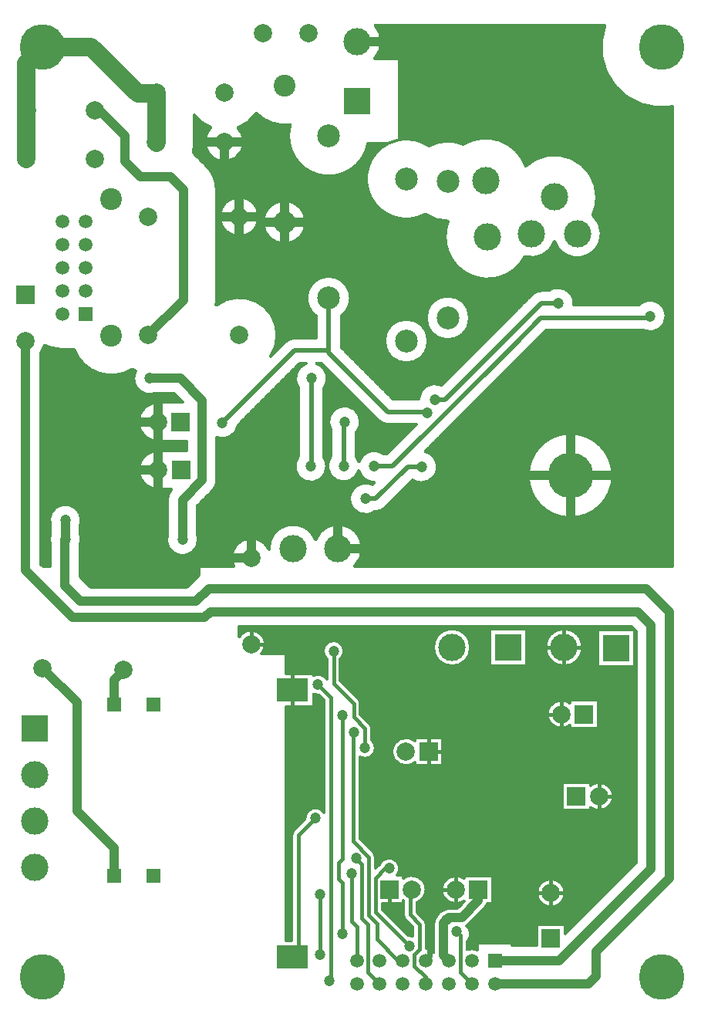
<source format=gbl>
%FSLAX43Y43*%
%MOMM*%
G71*
G01*
G75*
G04 Layer_Physical_Order=2*
%ADD10C,0.300*%
%ADD11R,1.800X1.600*%
%ADD12R,3.000X4.000*%
%ADD13R,2.150X3.500*%
%ADD14R,2.150X1.100*%
%ADD15R,2.150X0.600*%
%ADD16R,2.200X0.600*%
%ADD17R,4.000X3.000*%
%ADD18R,1.600X1.800*%
%ADD19R,0.600X2.200*%
%ADD20R,0.600X2.200*%
%ADD21R,2.200X0.600*%
%ADD22R,8.000X3.500*%
%ADD23R,1.300X1.500*%
%ADD24R,4.000X4.000*%
%ADD25R,2.150X0.600*%
%ADD26C,0.500*%
%ADD27C,1.000*%
%ADD28C,2.000*%
%ADD29C,1.500*%
%ADD30C,0.400*%
%ADD31C,2.000*%
%ADD32C,2.000*%
%ADD33C,1.500*%
%ADD34R,2.000X2.000*%
%ADD35R,1.500X1.500*%
%ADD36C,2.500*%
%ADD37C,3.000*%
%ADD38R,3.000X3.000*%
%ADD39C,5.000*%
%ADD40C,2.400*%
%ADD41C,1.200*%
%ADD42C,1.100*%
%ADD43R,3.500X2.600*%
%ADD44C,0.600*%
D10*
X66788Y108225D02*
G03*
X74225Y99314I6211J-2375D01*
G01*
X65900Y89400D02*
G03*
X58083Y92804I-4650J0D01*
G01*
X65460Y87425D02*
G03*
X65900Y89400I-4210J1975D01*
G01*
X73500Y76350D02*
G03*
X70476Y77550I-1750J0D01*
G01*
X71041Y74750D02*
G03*
X73500Y76350I709J1600D01*
G01*
X66400Y85400D02*
G03*
X65460Y87425I-2650J0D01*
G01*
X61250Y84521D02*
G03*
X66400Y85400I2500J879D01*
G01*
X63400Y77750D02*
G03*
X60600Y79150I-1750J0D01*
G01*
X63389Y77550D02*
G03*
X63400Y77750I-1739J200D01*
G01*
X58083Y92804D02*
G03*
X51256Y95206I-4383J-1554D01*
G01*
X42250Y106450D02*
G03*
X41568Y108225I-2650J0D01*
G01*
X41497Y104600D02*
G03*
X42250Y106450I-1897J1850D01*
G01*
X44250Y95724D02*
G03*
X42980Y95300I742J-4337D01*
G01*
X47467Y95026D02*
G03*
X44250Y95724I-2474J-3638D01*
G01*
X51256Y95206D02*
G03*
X47467Y95026I-1706J-4056D01*
G01*
X42980Y95300D02*
G03*
X47076Y87512I2012J-3913D01*
G01*
X58001Y82858D02*
G03*
X61250Y84521I749J2542D01*
G01*
X59800Y79150D02*
G03*
X58810Y78740I0J-1400D01*
G01*
X59800Y79150D02*
G03*
X58810Y78740I0J-1400D01*
G01*
X49572Y86750D02*
G03*
X58001Y82858I4328J-1700D01*
G01*
X47076Y87512D02*
G03*
X49572Y86750I2474J3638D01*
G01*
X51950Y76150D02*
G03*
X51950Y76150I-2400J0D01*
G01*
X67650Y58850D02*
G03*
X67650Y58850I-4650J0D01*
G01*
X47392Y73607D02*
G03*
X47392Y73607I-2400J0D01*
G01*
X48851Y68781D02*
G03*
X46351Y67251I-751J-1581D01*
G01*
X48400Y59800D02*
G03*
X47077Y61497I-1750J0D01*
G01*
X45676Y58346D02*
G03*
X48400Y59800I974J1454D01*
G01*
X41960Y64860D02*
G03*
X42950Y64450I990J990D01*
G01*
X41960Y64860D02*
G03*
X42950Y64450I990J990D01*
G01*
X42500Y61250D02*
G03*
X39783Y60381I-1050J-1400D01*
G01*
X41650Y54900D02*
G03*
X42640Y55310I0J1400D01*
G01*
X39767Y59369D02*
G03*
X41470Y58100I1683J481D01*
G01*
X41650Y54900D02*
G03*
X42640Y55310I0J1400D01*
G01*
X38858Y78313D02*
G03*
X35058Y76363I-2400J0D01*
G01*
X32240Y97347D02*
G03*
X40786Y95300I4217J-1255D01*
G01*
X28504Y98595D02*
G03*
X32240Y97347I3096J3055D01*
G01*
X33950Y86650D02*
G03*
X33950Y86650I-2350J0D01*
G01*
X37858Y76363D02*
G03*
X38858Y78313I-1400J1949D01*
G01*
X35950Y68450D02*
G03*
X36300Y69500I-1400J1050D01*
G01*
X32700Y73950D02*
G03*
X31710Y73540I0J-1400D01*
G01*
X32700Y73950D02*
G03*
X31710Y73540I0J-1400D01*
G01*
X36300Y69500D02*
G03*
X35133Y71150I-1750J0D01*
G01*
X33967D02*
G03*
X33150Y68450I583J-1650D01*
G01*
X26496Y97003D02*
G03*
X28504Y98595I-1449J3889D01*
G01*
X27152Y95458D02*
G03*
X26496Y97003I-2150J0D01*
G01*
X21750Y98373D02*
G03*
X23534Y97028I3298J2519D01*
G01*
G03*
X27152Y95458I1468J-1571D01*
G01*
X21604Y94258D02*
G03*
X21750Y95350I-4004J1092D01*
G01*
X28800Y87250D02*
G03*
X28800Y87250I-2150J0D01*
G01*
X24150Y90200D02*
G03*
X23081Y92781I-3650J0D01*
G01*
X24150Y90200D02*
G03*
X23079Y92783I-3650J0D01*
G01*
X30071Y71901D02*
G03*
X30800Y74250I-3421J2349D01*
G01*
X24105Y77528D02*
G03*
X24150Y78100I-3605J572D01*
G01*
X30800Y74250D02*
G03*
X24105Y77528I-4150J0D01*
G01*
G03*
X24150Y78100I-3605J572D01*
G01*
X14881Y70496D02*
G03*
X15264Y70338I1769J3754D01*
G01*
X8536Y72650D02*
G03*
X14881Y70496I4064J1550D01*
G01*
X5850Y72895D02*
G03*
X7210Y72650I1360J3655D01*
G01*
X5300Y73150D02*
G03*
X5850Y72895I1910J3400D01*
G01*
X4858Y72265D02*
G03*
X5300Y73150I-1650J1378D01*
G01*
X15264Y70338D02*
G03*
X17383Y67850I1536J-838D01*
G01*
X39500Y63578D02*
G03*
X39950Y64750I-1300J1172D01*
G01*
G03*
X36700Y63849I-1750J0D01*
G01*
X39783Y60381D02*
G03*
X39500Y60950I-1683J-481D01*
G01*
X36700D02*
G03*
X39767Y59369I1400J-1050D01*
G01*
X33150Y60964D02*
G03*
X36250Y59850I1350J-1114D01*
G01*
X24200Y63006D02*
G03*
X26532Y64403I600J1644D01*
G01*
X41251Y57881D02*
G03*
X41550Y54900I-751J-1581D01*
G01*
X36250Y59850D02*
G03*
X35950Y60830I-1750J0D01*
G01*
X40150Y50850D02*
G03*
X35025Y51797I-2650J0D01*
G01*
X39295Y48900D02*
G03*
X40150Y50850I-1795J1950D01*
G01*
X35025Y51797D02*
G03*
X29901Y50767I-2475J-947D01*
G01*
G03*
X26028Y48900I-1944J-919D01*
G01*
X18065Y66861D02*
G03*
X18065Y62618I-350J-2121D01*
G01*
X23717Y57183D02*
G03*
X24200Y58350I-1167J1167D01*
G01*
X23717Y57183D02*
G03*
X24200Y58350I-1167J1167D01*
G01*
X18085Y61592D02*
G03*
X18085Y57350I-350J-2121D01*
G01*
X22150Y51808D02*
G03*
X22050Y52391I-1750J0D01*
G01*
X19189Y57321D02*
G03*
X18750Y56200I1211J-1121D01*
G01*
X19189Y57321D02*
G03*
X18750Y56200I1211J-1121D01*
G01*
Y52391D02*
G03*
X22150Y51808I1650J-583D01*
G01*
X9200Y53367D02*
G03*
X9300Y53950I-1650J583D01*
G01*
X21402Y48900D02*
G03*
X17712Y48900I-1845J-1104D01*
G01*
X9300Y53950D02*
G03*
X5900Y53367I-1750J0D01*
G01*
X9300Y51850D02*
G03*
X9200Y52433I-1750J0D01*
G01*
X9150Y51141D02*
G03*
X9300Y51850I-1600J709D01*
G01*
X5900Y52433D02*
G03*
X5850Y51435I1650J-583D01*
G01*
X12752Y48900D02*
G03*
X9150Y49035I-1845J-1104D01*
G01*
X41600Y17000D02*
G03*
X41380Y17530I-750J0D01*
G01*
X41600Y17000D02*
G03*
X41380Y17530I-750J0D01*
G01*
X32620Y19930D02*
G03*
X32400Y19400I530J-530D01*
G01*
X32620Y19930D02*
G03*
X32400Y19400I530J-530D01*
G01*
X35950Y21898D02*
G03*
X33853Y21164I-950J-648D01*
G01*
X45700Y8328D02*
G03*
X45214Y8397I-400J-1078D01*
G01*
X44639Y10661D02*
G03*
X44858Y10131I750J0D01*
G01*
X44639Y10661D02*
G03*
X44858Y10131I750J0D01*
G01*
X47200Y9600D02*
G03*
X46980Y10130I-750J0D01*
G01*
X47200Y9600D02*
G03*
X46980Y10130I-750J0D01*
G01*
X43965Y14992D02*
G03*
X44250Y15750I-865J758D01*
G01*
G03*
X42043Y16204I-1150J0D01*
G01*
X47161Y13442D02*
G03*
X44661Y14667I-1550J0D01*
G01*
X46139Y11984D02*
G03*
X47161Y13442I-527J1458D01*
G01*
X34800Y34864D02*
G03*
X35386Y34753I500J1036D01*
G01*
X39950Y33850D02*
G03*
X39730Y34380I-750J0D01*
G01*
X39950Y33850D02*
G03*
X39730Y34380I-750J0D01*
G01*
X36250Y36548D02*
G03*
X34800Y36936I-950J-648D01*
G01*
X38150Y39600D02*
G03*
X36250Y38728I-1150J0D01*
G01*
X37750D02*
G03*
X38150Y39600I-750J872D01*
G01*
X39900Y27940D02*
G03*
X41600Y28950I550J1010D01*
G01*
G03*
X41200Y29822I-1150J0D01*
G01*
X45889Y29783D02*
G03*
X45889Y27333I-950J-1225D01*
G01*
X41200Y31100D02*
G03*
X40980Y31630I-750J0D01*
G01*
X41200Y31100D02*
G03*
X40980Y31630I-750J0D01*
G01*
X48000Y6566D02*
G03*
X47200Y6944I-923J-916D01*
G01*
X51650Y7678D02*
G03*
X52050Y8550I-750J872D01*
G01*
X48308Y10492D02*
G03*
X48000Y9750I742J-742D01*
G01*
X51605Y9459D02*
G03*
X51792Y9608I-555J891D01*
G01*
X51605Y9459D02*
G03*
X51794Y9609I-555J891D01*
G01*
X52797Y6782D02*
G03*
X51650Y6847I-640J-1132D01*
G01*
X52050Y8550D02*
G03*
X51605Y9459I-1150J0D01*
G01*
X48308Y10493D02*
G03*
X48000Y9750I742J-743D01*
G01*
X48983Y11161D02*
G03*
X48308Y10493I400J-1078D01*
G01*
X49650Y11400D02*
G03*
X48983Y11161I0J-1050D01*
G01*
X49650Y11400D02*
G03*
X48983Y11161I0J-1050D01*
G01*
X49650Y11400D02*
G03*
X48983Y11161I0J-1050D01*
G01*
X53627Y11442D02*
G03*
X53883Y11858I-741J744D01*
G01*
X53628Y11443D02*
G03*
X53883Y11858I-742J742D01*
G01*
X51335Y14633D02*
G03*
X51335Y12183I-950J-1225D01*
G01*
X62407Y13049D02*
G03*
X62407Y13049I-1550J0D01*
G01*
X65211Y22417D02*
G03*
X67711Y23642I950J1225D01*
G01*
G03*
X65211Y24867I-1550J0D01*
G01*
X62939Y33883D02*
G03*
X62939Y31434I-950J-1225D01*
G01*
X52050Y40000D02*
G03*
X52050Y40000I-2050J0D01*
G01*
X64350D02*
G03*
X64350Y40000I-2050J0D01*
G01*
X29508Y40348D02*
G03*
X26850Y41432I-1550J0D01*
G01*
X29287Y39550D02*
G03*
X29508Y40348I-1329J798D01*
G01*
X29100Y39300D02*
G03*
X29508Y40348I-1142J1048D01*
G01*
G03*
X26620Y41130I-1550J0D01*
G01*
X66697Y107970D02*
Y108225D01*
X66597Y107645D02*
Y108225D01*
X66497Y107240D02*
Y108225D01*
X66397Y106638D02*
Y108225D01*
X66297Y86132D02*
Y108225D01*
X66197Y86418D02*
Y108225D01*
X66097Y86631D02*
Y108225D01*
X65997Y86805D02*
Y108225D01*
X65497Y91294D02*
Y108225D01*
X65397Y91504D02*
Y108225D01*
X65297Y91690D02*
Y108225D01*
X65197Y91859D02*
Y108225D01*
X65097Y92012D02*
Y108225D01*
X65897Y89573D02*
Y108225D01*
X65797Y90374D02*
Y108225D01*
X65697Y90760D02*
Y108225D01*
X65597Y91052D02*
Y108225D01*
X73812Y99250D02*
X74225D01*
X63348Y93550D02*
X74225D01*
X63535Y93450D02*
X74225D01*
X63704Y93350D02*
X74225D01*
X63858Y93250D02*
X74225D01*
X66397Y85530D02*
Y105062D01*
X71797Y78099D02*
Y99310D01*
X64997Y92154D02*
Y108225D01*
X64897Y92285D02*
Y108225D01*
X57253Y94250D02*
X74225D01*
X57335Y94150D02*
X74225D01*
X61297Y94050D02*
X74225D01*
X62210Y93950D02*
X74225D01*
X62600Y93850D02*
X74225D01*
X62894Y93750D02*
X74225D01*
X63137Y93650D02*
X74225D01*
X64397Y92823D02*
Y108225D01*
X64297Y92913D02*
Y108225D01*
X64197Y92997D02*
Y108225D01*
X64097Y93077D02*
Y108225D01*
X63997Y93152D02*
Y108225D01*
X64797Y92407D02*
Y108225D01*
X64697Y92521D02*
Y108225D01*
X64597Y92628D02*
Y108225D01*
X64497Y92729D02*
Y108225D01*
X63597Y93414D02*
Y108225D01*
X63397Y93525D02*
Y108225D01*
X63297Y93575D02*
Y108225D01*
X63197Y93623D02*
Y108225D01*
X63097Y93667D02*
Y108225D01*
X63897Y93223D02*
Y108225D01*
X63797Y93290D02*
Y108225D01*
X63697Y93354D02*
Y108225D01*
X63497Y93471D02*
Y108225D01*
X62597Y93851D02*
Y108225D01*
X62497Y93880D02*
Y108225D01*
X62397Y93906D02*
Y108225D01*
X62297Y93931D02*
Y108225D01*
X62197Y93953D02*
Y108225D01*
X62997Y93709D02*
Y108225D01*
X62897Y93749D02*
Y108225D01*
X62797Y93785D02*
Y108225D01*
X62697Y93819D02*
Y108225D01*
X61897Y94005D02*
Y108225D01*
X61797Y94018D02*
Y108225D01*
X61697Y94028D02*
Y108225D01*
X61597Y94037D02*
Y108225D01*
X62097Y93972D02*
Y108225D01*
X61997Y93990D02*
Y108225D01*
X61497Y94043D02*
Y108225D01*
X61397Y94048D02*
Y108225D01*
X71997Y78083D02*
Y99276D01*
X71497Y78082D02*
Y99372D01*
X71897Y78094D02*
Y99292D01*
X71397Y78064D02*
Y99396D01*
X71297Y78040D02*
Y99422D01*
X71197Y78010D02*
Y99449D01*
X71097Y77974D02*
Y99478D01*
X70897Y77878D02*
Y99541D01*
X70997Y77930D02*
Y99509D01*
X70697Y77748D02*
Y99612D01*
X70597Y77666D02*
Y99649D01*
X70797Y77818D02*
Y99576D01*
X70497Y77571D02*
Y99689D01*
X70397Y77550D02*
Y99731D01*
X70297Y77550D02*
Y99774D01*
X70197Y77550D02*
Y99820D01*
X70097Y77550D02*
Y99867D01*
X69997Y77550D02*
Y99917D01*
X73097Y77467D02*
Y99201D01*
X72997Y77578D02*
Y99200D01*
X72897Y77672D02*
Y99201D01*
X72797Y77752D02*
Y99203D01*
X72697Y77822D02*
Y99207D01*
X73497Y76456D02*
Y99219D01*
X73397Y76942D02*
Y99212D01*
X73297Y77169D02*
Y99207D01*
X73197Y77335D02*
Y99203D01*
X72197Y78042D02*
Y99249D01*
X72097Y78065D02*
Y99262D01*
X71697Y78099D02*
Y99329D01*
X71597Y78093D02*
Y99350D01*
X72597Y77882D02*
Y99212D01*
X72497Y77933D02*
Y99219D01*
X72397Y77976D02*
Y99227D01*
X72297Y78012D02*
Y99237D01*
X68097Y77550D02*
Y101358D01*
X67997Y77550D02*
Y101469D01*
X68197Y77550D02*
Y101251D01*
X67797Y77550D02*
Y101709D01*
X67897Y77550D02*
Y101586D01*
X67597Y77550D02*
Y101973D01*
X67697Y77550D02*
Y101838D01*
X67397Y77550D02*
Y102268D01*
X67497Y77550D02*
Y102117D01*
X67197Y77550D02*
Y102602D01*
X67097Y77550D02*
Y102788D01*
X67297Y77550D02*
Y102430D01*
X66897Y77550D02*
Y103209D01*
X66997Y77550D02*
Y102989D01*
X66697Y77550D02*
Y103730D01*
X66797Y77550D02*
Y103453D01*
X66497Y77550D02*
Y104460D01*
X66597Y77550D02*
Y104055D01*
X69797Y77550D02*
Y100022D01*
X69697Y77550D02*
Y100078D01*
X69897Y77550D02*
Y99968D01*
X69497Y77550D02*
Y100197D01*
X69597Y77550D02*
Y100137D01*
X69297Y77550D02*
Y100326D01*
X69397Y77550D02*
Y100261D01*
X69097Y77550D02*
Y100466D01*
X69197Y77550D02*
Y100395D01*
X68897Y77550D02*
Y100617D01*
X68997Y77550D02*
Y100540D01*
X68697Y77550D02*
Y100780D01*
X68797Y77550D02*
Y100697D01*
X68497Y77550D02*
Y100957D01*
X68597Y77550D02*
Y100866D01*
X68297Y77550D02*
Y101149D01*
X68397Y77550D02*
Y101051D01*
X44250Y104050D02*
X66598D01*
X44250Y103750D02*
X66690D01*
X44250Y103650D02*
X66724D01*
X44250Y103950D02*
X66627D01*
X44250Y103850D02*
X66658D01*
X44250Y103350D02*
X66838D01*
X44250Y103250D02*
X66879D01*
X44250Y103550D02*
X66760D01*
X44250Y103450D02*
X66798D01*
X41633Y108150D02*
X66760D01*
X41568Y108225D02*
X66788D01*
X41713Y108050D02*
X66724D01*
X41785Y107950D02*
X66690D01*
X41850Y107850D02*
X66658D01*
X44250Y103150D02*
X66923D01*
X44250Y103050D02*
X66968D01*
X41909Y107750D02*
X66627D01*
X41963Y107650D02*
X66598D01*
X44250Y102750D02*
X67117D01*
X44250Y102650D02*
X67171D01*
X44250Y102550D02*
X67227D01*
X44250Y102950D02*
X67016D01*
X44250Y102850D02*
X67065D01*
X44250Y102350D02*
X67346D01*
X44250Y102150D02*
X67474D01*
X44250Y102450D02*
X67285D01*
X44250Y102250D02*
X67409D01*
X44250Y101850D02*
X67688D01*
X44250Y101750D02*
X67764D01*
X44250Y102050D02*
X67543D01*
X44250Y101950D02*
X67614D01*
X44250Y101450D02*
X68014D01*
X44250Y101350D02*
X68104D01*
X44250Y101650D02*
X67844D01*
X44250Y101550D02*
X67927D01*
X42181Y107050D02*
X66459D01*
X42202Y106950D02*
X66441D01*
X42220Y106850D02*
X66425D01*
X42233Y106750D02*
X66411D01*
X42242Y106650D02*
X66398D01*
X42248Y106550D02*
X66387D01*
X42250Y106450D02*
X66377D01*
X42248Y106350D02*
X66369D01*
X42242Y106250D02*
X66362D01*
X42011Y107550D02*
X66571D01*
X42054Y107450D02*
X66545D01*
X42093Y107350D02*
X66521D01*
X42126Y107250D02*
X66499D01*
X42156Y107150D02*
X66478D01*
X42233Y106150D02*
X66357D01*
X42220Y106050D02*
X66353D01*
X42202Y105950D02*
X66351D01*
X42181Y105850D02*
X66350D01*
X42156Y105750D02*
X66351D01*
X42126Y105650D02*
X66353D01*
X44250Y104550D02*
X66478D01*
X42092Y105550D02*
X66357D01*
X42054Y105450D02*
X66362D01*
X44250Y104350D02*
X66521D01*
X44250Y104250D02*
X66545D01*
X44250Y104450D02*
X66499D01*
X44250Y104150D02*
X66571D01*
X42011Y105350D02*
X66369D01*
X41963Y105250D02*
X66377D01*
X41909Y105150D02*
X66387D01*
X41850Y105050D02*
X66398D01*
X41712Y104850D02*
X66426D01*
X41633Y104750D02*
X66442D01*
X41784Y104950D02*
X66411D01*
X41545Y104650D02*
X66459D01*
X44250Y99150D02*
X74225D01*
X44250Y99050D02*
X74225D01*
X44250Y98950D02*
X74225D01*
X44250Y98850D02*
X74225D01*
X44250Y98750D02*
X74225D01*
X44250Y98650D02*
X74225D01*
X44250Y98550D02*
X74225D01*
X44250Y98450D02*
X74225D01*
X44250Y98350D02*
X74225D01*
X44250Y98250D02*
X74225D01*
X44250Y98150D02*
X74225D01*
X44250Y98050D02*
X74225D01*
X44250Y97950D02*
X74225D01*
X44250Y97850D02*
X74225D01*
X44250Y97750D02*
X74225D01*
X44250Y97650D02*
X74225D01*
X44250Y97550D02*
X74225D01*
X44250Y97450D02*
X74225D01*
X44250Y97350D02*
X74225D01*
X44250Y97250D02*
X74225D01*
X44250Y97150D02*
X74225D01*
X44250Y97050D02*
X74225D01*
X44250Y96950D02*
X74225D01*
X44250Y96850D02*
X74225D01*
X44250Y96750D02*
X74225D01*
X54382Y95850D02*
X74225D01*
X54873Y95750D02*
X74225D01*
X44250Y96650D02*
X74225D01*
X44250Y96550D02*
X74225D01*
X44250Y96450D02*
X74225D01*
X44250Y96350D02*
X74225D01*
X44250Y96250D02*
X74225D01*
X44250Y96150D02*
X74225D01*
X44250Y96050D02*
X74225D01*
X44250Y95950D02*
X74225D01*
X44250Y101050D02*
X68398D01*
X44250Y100950D02*
X68504D01*
X44250Y100850D02*
X68616D01*
X44250Y101250D02*
X68198D01*
X44250Y101150D02*
X68296D01*
X44250Y100550D02*
X68984D01*
X44250Y100450D02*
X69119D01*
X44250Y100750D02*
X68733D01*
X44250Y100650D02*
X68855D01*
X44250Y100150D02*
X69575D01*
X44250Y100050D02*
X69747D01*
X44250Y99950D02*
X69932D01*
X44250Y100350D02*
X69262D01*
X44250Y100250D02*
X69414D01*
X44250Y99650D02*
X70596D01*
X44250Y99550D02*
X70872D01*
X44250Y99850D02*
X70133D01*
X44250Y99750D02*
X70352D01*
X56380Y95050D02*
X74225D01*
X56233Y95150D02*
X74225D01*
X56517Y94950D02*
X74225D01*
X56644Y94850D02*
X74225D01*
X56762Y94750D02*
X74225D01*
X56872Y94650D02*
X74225D01*
X56976Y94550D02*
X74225D01*
X57074Y94450D02*
X74225D01*
X57166Y94350D02*
X74225D01*
X44250Y99250D02*
X72188D01*
X55205Y95650D02*
X74225D01*
X44250Y99450D02*
X71195D01*
X44250Y99350D02*
X71597D01*
X55471Y95550D02*
X74225D01*
X55696Y95450D02*
X74225D01*
X55894Y95350D02*
X74225D01*
X56072Y95250D02*
X74225D01*
X65668Y90850D02*
X74225D01*
X65700Y90750D02*
X74225D01*
X65729Y90650D02*
X74225D01*
X65756Y90550D02*
X74225D01*
X65780Y90450D02*
X74225D01*
X65802Y90350D02*
X74225D01*
X65822Y90250D02*
X74225D01*
X65839Y90150D02*
X74225D01*
X65854Y90050D02*
X74225D01*
X65320Y91650D02*
X74225D01*
X65263Y91750D02*
X74225D01*
X65373Y91550D02*
X74225D01*
X65424Y91450D02*
X74225D01*
X65471Y91350D02*
X74225D01*
X65516Y91250D02*
X74225D01*
X65558Y91150D02*
X74225D01*
X65597Y91050D02*
X74225D01*
X65634Y90950D02*
X74225D01*
X65867Y89950D02*
X74225D01*
X65878Y89850D02*
X74225D01*
X65887Y89750D02*
X74225D01*
X65893Y89650D02*
X74225D01*
X65898Y89550D02*
X74225D01*
X65900Y89450D02*
X74225D01*
X65900Y89350D02*
X74225D01*
X65898Y89250D02*
X74225D01*
X65893Y89150D02*
X74225D01*
X65887Y89050D02*
X74225D01*
X65878Y88950D02*
X74225D01*
X65867Y88850D02*
X74225D01*
X65854Y88750D02*
X74225D01*
X65839Y88650D02*
X74225D01*
X65822Y88550D02*
X74225D01*
X65802Y88450D02*
X74225D01*
X65780Y88350D02*
X74225D01*
X65755Y88250D02*
X74225D01*
X65729Y88150D02*
X74225D01*
X65700Y88050D02*
X74225D01*
X65697Y87198D02*
Y88040D01*
X65668Y87950D02*
X74225D01*
X65648Y87250D02*
X74225D01*
X65740Y87150D02*
X74225D01*
X65897Y86954D02*
Y89227D01*
X65797Y87083D02*
Y88426D01*
X65634Y87850D02*
X74225D01*
X65597Y87750D02*
X74225D01*
X65558Y87650D02*
X74225D01*
X65516Y87550D02*
X74225D01*
X65471Y87450D02*
X74225D01*
X65545Y87350D02*
X74225D01*
X65597Y87300D02*
Y87748D01*
X65497Y87393D02*
Y87506D01*
X66224Y86350D02*
X74225D01*
X66260Y86250D02*
X74225D01*
X66319Y86050D02*
X74225D01*
X66342Y85950D02*
X74225D01*
X66362Y85850D02*
X74225D01*
X66377Y85750D02*
X74225D01*
X66388Y85650D02*
X74225D01*
X66396Y85550D02*
X74225D01*
X66400Y85450D02*
X74225D01*
X65824Y87050D02*
X74225D01*
X65900Y86950D02*
X74225D01*
X65968Y86850D02*
X74225D01*
X66030Y86750D02*
X74225D01*
X66087Y86650D02*
X74225D01*
X66138Y86550D02*
X74225D01*
X66183Y86450D02*
X74225D01*
X66292Y86150D02*
X74225D01*
X66400Y85350D02*
X74225D01*
X66396Y85250D02*
X74225D01*
X66388Y85150D02*
X74225D01*
X66377Y85050D02*
X74225D01*
X66361Y84950D02*
X74225D01*
X66342Y84850D02*
X74225D01*
X66319Y84750D02*
X74225D01*
X66292Y84650D02*
X74225D01*
X66260Y84550D02*
X74225D01*
X66224Y84450D02*
X74225D01*
X66183Y84350D02*
X74225D01*
X66137Y84250D02*
X74225D01*
X66087Y84150D02*
X74225D01*
X66030Y84050D02*
X74225D01*
X65968Y83950D02*
X74225D01*
X65899Y83850D02*
X74225D01*
X65823Y83750D02*
X74225D01*
X65740Y83650D02*
X74225D01*
X73111Y77450D02*
X74225D01*
X73024Y77550D02*
X74225D01*
X73186Y77350D02*
X74225D01*
X73251Y77250D02*
X74225D01*
X73307Y77150D02*
X74225D01*
X73354Y77050D02*
X74225D01*
X73394Y76950D02*
X74225D01*
X73427Y76850D02*
X74225D01*
X73454Y76750D02*
X74225D01*
X65647Y83550D02*
X74225D01*
X65544Y83450D02*
X74225D01*
X65429Y83350D02*
X74225D01*
X72166Y78050D02*
X74225D01*
X72459Y77950D02*
X74225D01*
X72652Y77850D02*
X74225D01*
X72800Y77750D02*
X74225D01*
X72922Y77650D02*
X74225D01*
X73474Y76650D02*
X74225D01*
X66397Y77550D02*
Y85269D01*
X73489Y76550D02*
X74225D01*
X66297Y77550D02*
Y84668D01*
X66197Y77550D02*
Y84382D01*
X73497Y76450D02*
X74225D01*
X73500Y76350D02*
X74225D01*
X66097Y77550D02*
Y84169D01*
X65997Y77550D02*
Y83995D01*
X65897Y77550D02*
Y83846D01*
X65797Y77550D02*
Y83717D01*
X65697Y77550D02*
Y83602D01*
X65597Y77550D02*
Y83499D01*
X65497Y77550D02*
Y83407D01*
X65397Y77550D02*
Y83324D01*
X73497Y76250D02*
X74225D01*
X73489Y76150D02*
X74225D01*
X73474Y76050D02*
X74225D01*
X73454Y75950D02*
X74225D01*
X73427Y75850D02*
X74225D01*
X73394Y75750D02*
X74225D01*
X73354Y75650D02*
X74225D01*
X73306Y75550D02*
X74225D01*
X73251Y75450D02*
X74225D01*
X73186Y75350D02*
X74225D01*
X73111Y75250D02*
X74225D01*
X73024Y75150D02*
X74225D01*
X72921Y75050D02*
X74225D01*
X72800Y74950D02*
X74225D01*
X72651Y74850D02*
X74225D01*
X72458Y74750D02*
X74225D01*
X72164Y74650D02*
X74225D01*
X64924Y92250D02*
X74225D01*
X64845Y92350D02*
X74225D01*
X65000Y92150D02*
X74225D01*
X65071Y92050D02*
X74225D01*
X65139Y91950D02*
X74225D01*
X65202Y91850D02*
X74225D01*
X65299Y83250D02*
X74225D01*
X65150Y83150D02*
X74225D01*
X64974Y83050D02*
X74225D01*
X64131Y93050D02*
X74225D01*
X64000Y93150D02*
X74225D01*
X64254Y92950D02*
X74225D01*
X64368Y92850D02*
X74225D01*
X64475Y92750D02*
X74225D01*
X64576Y92650D02*
X74225D01*
X64671Y92550D02*
X74225D01*
X64760Y92450D02*
X74225D01*
X64759Y82950D02*
X74225D01*
X64470Y82850D02*
X74225D01*
X57941Y82750D02*
X74225D01*
X57883Y82650D02*
X74225D01*
X57821Y82550D02*
X74225D01*
X57755Y82450D02*
X74225D01*
X57686Y82350D02*
X74225D01*
X57612Y82250D02*
X74225D01*
X57535Y82150D02*
X74225D01*
X57453Y82050D02*
X74225D01*
X57366Y81950D02*
X74225D01*
X57274Y81850D02*
X74225D01*
X57176Y81750D02*
X74225D01*
X57072Y81650D02*
X74225D01*
X56961Y81550D02*
X74225D01*
X56843Y81450D02*
X74225D01*
X56716Y81350D02*
X74225D01*
X56580Y81250D02*
X74225D01*
X61997Y79465D02*
Y83413D01*
X62097Y79442D02*
Y83329D01*
X61137Y84250D02*
X61363D01*
X61897Y79483D02*
Y83506D01*
X61697Y79499D02*
Y83725D01*
X61797Y79494D02*
Y83609D01*
X61497Y79493D02*
Y84005D01*
X61597Y79499D02*
Y83855D01*
X60968Y83950D02*
X61532D01*
X60899Y83850D02*
X61601D01*
X60823Y83750D02*
X61677D01*
X61087Y84150D02*
X61413D01*
X61030Y84050D02*
X61470D01*
X60544Y83450D02*
X61956D01*
X60429Y83350D02*
X62071D01*
X60740Y83650D02*
X61760D01*
X60647Y83550D02*
X61853D01*
X59974Y83050D02*
X62526D01*
X59759Y82950D02*
X62741D01*
X59470Y82850D02*
X63030D01*
X60299Y83250D02*
X62201D01*
X60150Y83150D02*
X62350D01*
X62066Y79450D02*
X74225D01*
X62359Y79350D02*
X74225D01*
X62197Y79412D02*
Y83253D01*
X62297Y79376D02*
Y83184D01*
X56432Y81150D02*
X74225D01*
X56271Y81050D02*
X74225D01*
X56093Y80950D02*
X74225D01*
X55895Y80850D02*
X74225D01*
X55669Y80750D02*
X74225D01*
X55403Y80650D02*
X74225D01*
X55071Y80550D02*
X74225D01*
X54578Y80450D02*
X74225D01*
X63254Y78450D02*
X74225D01*
X63151Y78650D02*
X74225D01*
X63294Y78350D02*
X74225D01*
X63327Y78250D02*
X74225D01*
X63354Y78150D02*
X74225D01*
X63374Y78050D02*
X71334D01*
X63389Y77950D02*
X71041D01*
X63397Y77850D02*
X70848D01*
X63400Y77750D02*
X70700D01*
X62700Y79150D02*
X74225D01*
X62552Y79250D02*
X74225D01*
X62822Y79050D02*
X74225D01*
X62924Y78950D02*
X74225D01*
X63011Y78850D02*
X74225D01*
X63086Y78750D02*
X74225D01*
X63207Y78550D02*
X74225D01*
X60330Y74750D02*
X71042D01*
X60330Y74750D02*
X71041D01*
X60130Y74550D02*
X74225D01*
X60030Y74450D02*
X74225D01*
X59930Y74350D02*
X74225D01*
X60230Y74650D02*
X71336D01*
X59830Y74250D02*
X74225D01*
X59730Y74150D02*
X74225D01*
X59630Y74050D02*
X74225D01*
X59530Y73950D02*
X74225D01*
X59430Y73850D02*
X74225D01*
X59330Y73750D02*
X74225D01*
X59230Y73650D02*
X74225D01*
X59130Y73550D02*
X74225D01*
X59030Y73450D02*
X74225D01*
X58930Y73350D02*
X74225D01*
X58830Y73250D02*
X74225D01*
X58730Y73150D02*
X74225D01*
X58630Y73050D02*
X74225D01*
X65297Y77550D02*
Y83248D01*
X65197Y77550D02*
Y83180D01*
X65097Y77550D02*
Y83118D01*
X64997Y77550D02*
Y83062D01*
X64897Y77550D02*
Y83011D01*
X64797Y77550D02*
Y82965D01*
X64697Y77550D02*
Y82925D01*
X64597Y77550D02*
Y82889D01*
X64497Y77550D02*
Y82857D01*
X62697Y79152D02*
Y82968D01*
X62597Y79222D02*
Y83014D01*
X62497Y79281D02*
Y83065D01*
X62397Y79333D02*
Y83122D01*
X64397Y77550D02*
Y82830D01*
X64297Y77550D02*
Y82807D01*
X62897Y78978D02*
Y82891D01*
X62797Y79072D02*
Y82927D01*
X64197Y77550D02*
Y82788D01*
X64097Y77550D02*
Y82773D01*
X63997Y77550D02*
Y82761D01*
X63897Y77550D02*
Y82754D01*
X63397Y77856D02*
Y82774D01*
X63797Y77550D02*
Y82750D01*
X63697Y77550D02*
Y82750D01*
X63597Y77550D02*
Y82754D01*
X63497Y77550D02*
Y82762D01*
X63197Y78569D02*
Y82808D01*
X63297Y78342D02*
Y82789D01*
X63097Y78735D02*
Y82832D01*
X62997Y78867D02*
Y82859D01*
X63397Y77650D02*
X70578D01*
X63389Y77550D02*
X70476D01*
X55597Y95496D02*
Y108225D01*
X55397Y95579D02*
Y108225D01*
X55297Y95617D02*
Y108225D01*
X55197Y95653D02*
Y108225D01*
X55097Y95685D02*
Y108225D01*
X55897Y95348D02*
Y108225D01*
X55797Y95400D02*
Y108225D01*
X55697Y95449D02*
Y108225D01*
X55497Y95539D02*
Y108225D01*
X54897Y95743D02*
Y108225D01*
X54497Y95831D02*
Y108225D01*
X54397Y95847D02*
Y108225D01*
X54297Y95862D02*
Y108225D01*
X54197Y95873D02*
Y108225D01*
X54997Y95716D02*
Y108225D01*
X54797Y95769D02*
Y108225D01*
X54697Y95792D02*
Y108225D01*
X54597Y95813D02*
Y108225D01*
X54097Y95883D02*
Y108225D01*
X53997Y95891D02*
Y108225D01*
X53897Y95896D02*
Y108225D01*
X53797Y95899D02*
Y108225D01*
X53697Y95900D02*
Y108225D01*
X53597Y95899D02*
Y108225D01*
X53497Y95896D02*
Y108225D01*
X53397Y95890D02*
Y108225D01*
X53297Y95882D02*
Y108225D01*
X53197Y95873D02*
Y108225D01*
X53097Y95861D02*
Y108225D01*
X52997Y95847D02*
Y108225D01*
X52897Y95830D02*
Y108225D01*
X52797Y95811D02*
Y108225D01*
X52697Y95790D02*
Y108225D01*
X52597Y95767D02*
Y108225D01*
X52497Y95742D02*
Y108225D01*
X52397Y95714D02*
Y108225D01*
X52297Y95683D02*
Y108225D01*
X52197Y95650D02*
Y108225D01*
X52097Y95615D02*
Y108225D01*
X51997Y95577D02*
Y108225D01*
X51897Y95536D02*
Y108225D01*
X51797Y95493D02*
Y108225D01*
X51697Y95446D02*
Y108225D01*
X51597Y95397D02*
Y108225D01*
X50597Y95424D02*
Y108225D01*
X50497Y95447D02*
Y108225D01*
X50397Y95468D02*
Y108225D01*
X50297Y95486D02*
Y108225D01*
X50197Y95502D02*
Y108225D01*
X51497Y95345D02*
Y108225D01*
X50897Y95339D02*
Y108225D01*
X50797Y95370D02*
Y108225D01*
X50697Y95398D02*
Y108225D01*
X50097Y95516D02*
Y108225D01*
X49997Y95527D02*
Y108225D01*
X49897Y95536D02*
Y108225D01*
X49797Y95543D02*
Y108225D01*
X49697Y95548D02*
Y108225D01*
X49600Y95550D02*
X51929D01*
X50484Y95450D02*
X51704D01*
X49597Y95550D02*
Y108225D01*
X50862Y95350D02*
X51506D01*
X49497Y95550D02*
Y108225D01*
X49397Y95547D02*
Y108225D01*
X49297Y95543D02*
Y108225D01*
X49197Y95536D02*
Y108225D01*
X49097Y95527D02*
Y108225D01*
X48997Y95515D02*
Y108225D01*
X48897Y95501D02*
Y108225D01*
X48797Y95485D02*
Y108225D01*
X61297Y94050D02*
Y108225D01*
X61197Y94050D02*
Y108225D01*
X61097Y94047D02*
Y108225D01*
X60997Y94043D02*
Y108225D01*
X60897Y94037D02*
Y108225D01*
X60797Y94028D02*
Y108225D01*
X60697Y94017D02*
Y108225D01*
X60597Y94004D02*
Y108225D01*
X60497Y93989D02*
Y108225D01*
X60397Y93971D02*
Y108225D01*
X60297Y93951D02*
Y108225D01*
X60197Y93929D02*
Y108225D01*
X60097Y93905D02*
Y108225D01*
X59997Y93878D02*
Y108225D01*
X59897Y93849D02*
Y108225D01*
X59797Y93817D02*
Y108225D01*
X59697Y93783D02*
Y108225D01*
X59597Y93746D02*
Y108225D01*
X59497Y93707D02*
Y108225D01*
X59397Y93665D02*
Y108225D01*
X59297Y93620D02*
Y108225D01*
X59197Y93572D02*
Y108225D01*
X59097Y93521D02*
Y108225D01*
X58997Y93468D02*
Y108225D01*
X58897Y93411D02*
Y108225D01*
X58797Y93350D02*
Y108225D01*
X58697Y93286D02*
Y108225D01*
X57413Y94050D02*
X61203D01*
X57486Y93950D02*
X60290D01*
X57555Y93850D02*
X59900D01*
X57621Y93750D02*
X59606D01*
X57683Y93650D02*
X59363D01*
X57742Y93550D02*
X59152D01*
X57797Y93450D02*
X58965D01*
X57849Y93350D02*
X58796D01*
X58597Y93219D02*
Y108225D01*
X58497Y93147D02*
Y108225D01*
X58397Y93072D02*
Y108225D01*
X57897Y93252D02*
Y108225D01*
X57797Y93450D02*
Y108225D01*
X58297Y92992D02*
Y108225D01*
X58197Y92907D02*
Y108225D01*
X58097Y92818D02*
Y108225D01*
X57997Y93028D02*
Y108225D01*
X57297Y94197D02*
Y108225D01*
X57197Y94315D02*
Y108225D01*
X57097Y94426D02*
Y108225D01*
X56997Y94529D02*
Y108225D01*
X56897Y94627D02*
Y108225D01*
X57697Y93627D02*
Y108225D01*
X57597Y93787D02*
Y108225D01*
X57497Y93935D02*
Y108225D01*
X57397Y94071D02*
Y108225D01*
X56497Y94965D02*
Y108225D01*
X56397Y95038D02*
Y108225D01*
X56297Y95107D02*
Y108225D01*
X56197Y95173D02*
Y108225D01*
X56097Y95235D02*
Y108225D01*
X56797Y94719D02*
Y108225D01*
X57898Y93250D02*
X58642D01*
X56697Y94806D02*
Y108225D01*
X56597Y94887D02*
Y108225D01*
X55997Y95293D02*
Y108225D01*
X51397Y95290D02*
Y108225D01*
X51097Y95269D02*
Y108225D01*
X51148Y95250D02*
X51328D01*
X51297Y95231D02*
Y108225D01*
X51197Y95230D02*
Y108225D01*
X50997Y95305D02*
Y108225D01*
X46497Y95522D02*
Y108225D01*
X46397Y95557D02*
Y108225D01*
X46297Y95589D02*
Y108225D01*
X46197Y95619D02*
Y108225D01*
X46097Y95646D02*
Y108225D01*
X48697Y95466D02*
Y108225D01*
X48597Y95446D02*
Y108225D01*
X48497Y95422D02*
Y108225D01*
X46697Y95444D02*
Y108225D01*
X45597Y95745D02*
Y108225D01*
X45497Y95758D02*
Y108225D01*
X45397Y95769D02*
Y108225D01*
X45297Y95777D02*
Y108225D01*
X45197Y95782D02*
Y108225D01*
X45997Y95671D02*
Y108225D01*
X45897Y95693D02*
Y108225D01*
X45797Y95713D02*
Y108225D01*
X45697Y95730D02*
Y108225D01*
X45097Y95786D02*
Y108225D01*
X44997Y95787D02*
Y108225D01*
X45566Y95750D02*
X52527D01*
X44897Y95786D02*
Y108225D01*
X44797Y95783D02*
Y108225D01*
X46084Y95650D02*
X52195D01*
X46418Y95550D02*
X49500D01*
X44697Y95777D02*
Y108225D01*
X46682Y95450D02*
X48616D01*
X44597Y95769D02*
Y108225D01*
X44250Y95850D02*
X53018D01*
X44497Y95759D02*
Y108225D01*
X41497Y104600D02*
X44250D01*
X44397Y95747D02*
Y108225D01*
X44250Y95750D02*
X44419D01*
X44297Y95732D02*
Y108225D01*
X44250Y95724D02*
Y104600D01*
X44197D02*
Y108225D01*
X44097Y104600D02*
Y108225D01*
X43997Y104600D02*
Y108225D01*
X43897Y104600D02*
Y108225D01*
X43797Y104600D02*
Y108225D01*
X43697Y104600D02*
Y108225D01*
X43597Y104600D02*
Y108225D01*
X43497Y104600D02*
Y108225D01*
X43397Y104600D02*
Y108225D01*
X43297Y104600D02*
Y108225D01*
X43197Y104600D02*
Y108225D01*
X43097Y104600D02*
Y108225D01*
X42997Y104600D02*
Y108225D01*
X42897Y104600D02*
Y108225D01*
X42797Y104600D02*
Y108225D01*
X42697Y104600D02*
Y108225D01*
X42597Y104600D02*
Y108225D01*
X42497Y104600D02*
Y108225D01*
X42397Y104600D02*
Y108225D01*
X42197Y106978D02*
Y108225D01*
X42097Y107338D02*
Y108225D01*
X41997Y107580D02*
Y108225D01*
X41897Y107772D02*
Y108225D01*
X42297Y104600D02*
Y108225D01*
X42197Y104600D02*
Y105922D01*
X42097Y104600D02*
Y105562D01*
X41997Y104600D02*
Y105320D01*
X41897Y104600D02*
Y105128D01*
X41797Y107932D02*
Y108225D01*
X41697Y108070D02*
Y108225D01*
X41797Y104600D02*
Y104968D01*
X41697Y104600D02*
Y104830D01*
X41597Y104600D02*
Y104708D01*
X48397Y95396D02*
Y108225D01*
X48297Y95368D02*
Y108225D01*
X48197Y95337D02*
Y108225D01*
X48097Y95303D02*
Y108225D01*
X47997Y95267D02*
Y108225D01*
X47897Y95228D02*
Y108225D01*
X47797Y95186D02*
Y108225D01*
X47697Y95141D02*
Y108225D01*
X47597Y95093D02*
Y108225D01*
X47097Y95251D02*
Y108225D01*
X46997Y95304D02*
Y108225D01*
X46897Y95354D02*
Y108225D01*
X46797Y95400D02*
Y108225D01*
X46597Y95484D02*
Y108225D01*
X47497Y95042D02*
Y108225D01*
X47397Y95072D02*
Y108225D01*
X47297Y95135D02*
Y108225D01*
X47197Y95195D02*
Y108225D01*
X47100Y95250D02*
X47952D01*
X46905Y95350D02*
X48238D01*
X47274Y95150D02*
X47716D01*
X42697Y95141D02*
Y95300D01*
X42597Y95078D02*
Y95300D01*
X42497Y95011D02*
Y95300D01*
X40786D02*
X42980D01*
X40776Y95250D02*
X42885D01*
X40755Y95150D02*
X42711D01*
X40732Y95050D02*
X42554D01*
X42397Y94940D02*
Y95300D01*
X42297Y94865D02*
Y95300D01*
X40707Y94950D02*
X42410D01*
X42197Y94785D02*
Y95300D01*
X42097Y94700D02*
Y95300D01*
X41997Y94610D02*
Y95300D01*
X41897Y94514D02*
Y95300D01*
X41797Y94412D02*
Y95300D01*
X41697Y94303D02*
Y95300D01*
X41597Y94185D02*
Y95300D01*
X41497Y94059D02*
Y95300D01*
X41397Y93923D02*
Y95300D01*
X41297Y93775D02*
Y95300D01*
X40678Y94850D02*
X42277D01*
X41197Y93613D02*
Y95300D01*
X41097Y93433D02*
Y95300D01*
X40997Y93230D02*
Y95300D01*
X40897Y92995D02*
Y95300D01*
X40797Y92713D02*
Y95300D01*
X40697Y92340D02*
Y94914D01*
X40648Y94750D02*
X42155D01*
X40614Y94650D02*
X42040D01*
X40578Y94550D02*
X41933D01*
X40539Y94450D02*
X41833D01*
X40498Y94350D02*
X41739D01*
X40453Y94250D02*
X41651D01*
X40405Y94150D02*
X41568D01*
X40597Y91585D02*
Y94601D01*
X40354Y94050D02*
X41489D01*
X40300Y93950D02*
X41416D01*
X40243Y93850D02*
X41346D01*
X40182Y93750D02*
X41280D01*
X40117Y93650D02*
X41219D01*
X40048Y93550D02*
X41160D01*
X39975Y93450D02*
X41106D01*
X39898Y93350D02*
X41054D01*
X39816Y93250D02*
X41006D01*
X61297Y79464D02*
Y84398D01*
X61183Y84350D02*
X61317D01*
X61397Y79482D02*
Y84181D01*
X61197Y79440D02*
Y84382D01*
X61097Y79410D02*
Y84169D01*
X60997Y79374D02*
Y83995D01*
X60897Y79330D02*
Y83846D01*
X60797Y79278D02*
Y83717D01*
X60697Y79218D02*
Y83602D01*
X60597Y79150D02*
Y83499D01*
X60497Y79150D02*
Y83407D01*
X57944Y93150D02*
X58500D01*
X60397Y79150D02*
Y83324D01*
X60297Y79150D02*
Y83248D01*
X60197Y79150D02*
Y83180D01*
X60097Y79150D02*
Y83118D01*
X59997Y79150D02*
Y83062D01*
X59897Y79150D02*
Y83011D01*
X59797Y79150D02*
Y82965D01*
X59800Y79150D02*
X60600D01*
X59697Y79146D02*
Y82925D01*
X59597Y79135D02*
Y82889D01*
X59497Y79117D02*
Y82857D01*
X59397Y79091D02*
Y82830D01*
X59297Y79056D02*
Y82807D01*
X59197Y79013D02*
Y82788D01*
X59097Y78961D02*
Y82773D01*
X58997Y78897D02*
Y82761D01*
X58897Y78820D02*
Y82754D01*
X58797Y78727D02*
Y82750D01*
X58697Y78627D02*
Y82750D01*
X58597Y78527D02*
Y82754D01*
X58497Y78427D02*
Y82762D01*
X57988Y93050D02*
X58369D01*
X58397Y78327D02*
Y82774D01*
X58028Y92950D02*
X58246D01*
X58297Y78227D02*
Y82789D01*
X58197Y78127D02*
Y82808D01*
X58097Y78027D02*
Y82832D01*
X57997Y77927D02*
Y82850D01*
X57897Y77827D02*
Y82673D01*
X57797Y77727D02*
Y82513D01*
X57697Y77627D02*
Y82365D01*
X57597Y77527D02*
Y82229D01*
X57497Y77427D02*
Y82103D01*
X50997Y78065D02*
Y81418D01*
X57397Y77327D02*
Y81985D01*
X57297Y77227D02*
Y81874D01*
X57197Y77127D02*
Y81771D01*
X57097Y77027D02*
Y81673D01*
X51500Y77550D02*
X57620D01*
X51424Y77650D02*
X57720D01*
X51568Y77450D02*
X57520D01*
X51497Y77554D02*
Y81069D01*
X51597Y77403D02*
Y81010D01*
X51629Y77350D02*
X57420D01*
X51683Y77250D02*
X57320D01*
X51697Y77223D02*
Y80955D01*
X51732Y77150D02*
X57220D01*
X51017Y78050D02*
X58120D01*
X51138Y77950D02*
X58020D01*
X51097Y77985D02*
Y81340D01*
X51244Y77850D02*
X57920D01*
X51397Y77683D02*
Y81131D01*
X51339Y77750D02*
X57820D01*
X51197Y77896D02*
Y81266D01*
X51297Y77796D02*
Y81197D01*
X56997Y76927D02*
Y81581D01*
X56897Y76827D02*
Y81494D01*
X56797Y76727D02*
Y81413D01*
X56697Y76627D02*
Y81335D01*
X56597Y76527D02*
Y81262D01*
X56497Y76427D02*
Y81193D01*
X56397Y76327D02*
Y81127D01*
X56297Y76227D02*
Y81065D01*
X56197Y76127D02*
Y81007D01*
X56097Y76027D02*
Y80952D01*
X55997Y75927D02*
Y80900D01*
X51775Y77050D02*
X57120D01*
X55897Y75827D02*
Y80851D01*
X55797Y75727D02*
Y80804D01*
X55697Y75627D02*
Y80761D01*
X55597Y75527D02*
Y80721D01*
X55497Y75427D02*
Y80683D01*
X55397Y75327D02*
Y80647D01*
X51916Y76550D02*
X56620D01*
X51931Y76450D02*
X56520D01*
X51942Y76350D02*
X56420D01*
X51948Y76250D02*
X56320D01*
X51950Y76150D02*
X56220D01*
X51948Y76050D02*
X56120D01*
X51942Y75950D02*
X56020D01*
X51931Y75850D02*
X55920D01*
X51916Y75750D02*
X55820D01*
X51813Y76950D02*
X57020D01*
X51846Y76850D02*
X56920D01*
X51874Y76750D02*
X56820D01*
X51897Y76650D02*
X56720D01*
X51897Y75650D02*
X55720D01*
X51874Y75550D02*
X55620D01*
X51846Y75450D02*
X55520D01*
X51813Y75350D02*
X55420D01*
X55297Y75227D02*
Y80615D01*
X55197Y75127D02*
Y80584D01*
X55097Y75027D02*
Y80557D01*
X54997Y74927D02*
Y80531D01*
X54897Y74827D02*
Y80508D01*
X54797Y74727D02*
Y80487D01*
X54697Y74627D02*
Y80469D01*
X54597Y74527D02*
Y80453D01*
X54497Y74427D02*
Y80438D01*
X54397Y74327D02*
Y80427D01*
X54297Y74227D02*
Y80417D01*
X54197Y74127D02*
Y80409D01*
X51797Y76994D02*
Y80903D01*
X51897Y76652D02*
Y80854D01*
X54097Y74027D02*
Y80404D01*
X53997Y73927D02*
Y80401D01*
X53097Y73027D02*
Y80470D01*
X53897Y73827D02*
Y80400D01*
X53797Y73727D02*
Y80401D01*
X51775Y75250D02*
X55320D01*
X51732Y75150D02*
X55220D01*
X53697Y73627D02*
Y80404D01*
X53597Y73527D02*
Y80410D01*
X53497Y73427D02*
Y80418D01*
X53397Y73327D02*
Y80427D01*
X53297Y73227D02*
Y80439D01*
X53197Y73127D02*
Y80453D01*
X51683Y75050D02*
X55120D01*
X51628Y74950D02*
X55020D01*
X51567Y74850D02*
X54920D01*
X51499Y74750D02*
X54820D01*
X51423Y74650D02*
X54720D01*
X51339Y74550D02*
X54620D01*
X51244Y74450D02*
X54520D01*
X51137Y74350D02*
X54420D01*
X49497Y86545D02*
Y86750D01*
X49697Y78546D02*
Y83061D01*
X49397Y86209D02*
Y86753D01*
X49297Y85708D02*
Y86757D01*
X49497Y78549D02*
Y83555D01*
X49597Y78550D02*
Y83288D01*
X49297Y78537D02*
Y84392D01*
X49397Y78545D02*
Y83891D01*
X49197Y78524D02*
Y86764D01*
X49097Y78507D02*
Y86773D01*
X48897Y78459D02*
Y86799D01*
X48997Y78485D02*
Y86785D01*
X48797Y78429D02*
Y86815D01*
X48697Y78393D02*
Y86834D01*
X48497Y78307D02*
Y86878D01*
X48597Y78353D02*
Y86854D01*
X50797Y78201D02*
Y81587D01*
X50597Y78310D02*
Y81777D01*
X50510Y78350D02*
X58420D01*
X50397Y78396D02*
Y81992D01*
X50497Y78355D02*
Y81881D01*
X50712Y78250D02*
X58320D01*
X50877Y78150D02*
X58220D01*
X50697Y78258D02*
Y81679D01*
X50897Y78136D02*
Y81500D01*
X50297Y78431D02*
Y82111D01*
X49585Y78550D02*
X58620D01*
X49797Y78537D02*
Y82862D01*
X49897Y78525D02*
Y82684D01*
X50197Y78461D02*
Y82238D01*
X50236Y78450D02*
X58520D01*
X49997Y78508D02*
Y82523D01*
X50097Y78487D02*
Y82375D01*
X47897Y77890D02*
Y87072D01*
X47797Y77789D02*
Y87114D01*
X48197Y78132D02*
Y86963D01*
X47597Y77545D02*
Y87207D01*
X47697Y77675D02*
Y87159D01*
X47397Y77210D02*
Y87313D01*
X47497Y77393D02*
Y87258D01*
X47297Y76977D02*
Y87371D01*
X47197Y76622D02*
Y87432D01*
X46956Y87450D02*
X47169D01*
X39728Y93150D02*
X40961D01*
X46741Y87350D02*
X47332D01*
X39636Y93050D02*
X40919D01*
X39537Y92950D02*
X40879D01*
X46177Y87150D02*
X47718D01*
X45732Y87050D02*
X47954D01*
X46490Y87250D02*
X47513D01*
X45797Y75868D02*
Y87061D01*
X48397Y78255D02*
Y86904D01*
X48097Y78060D02*
Y86997D01*
X48297Y78197D02*
Y86932D01*
X47997Y77980D02*
Y87033D01*
X45514Y75950D02*
X47158D01*
X45497Y75954D02*
Y87016D01*
X45847Y75850D02*
X47169D01*
X45397Y75973D02*
Y87006D01*
X45297Y75988D02*
Y86998D01*
X45197Y75998D02*
Y86992D01*
X45097Y76005D02*
Y86988D01*
X44997Y76007D02*
Y86987D01*
X44897Y76005D02*
Y86988D01*
X44797Y75999D02*
Y86992D01*
X44697Y75989D02*
Y86997D01*
X44597Y75974D02*
Y87005D01*
X44497Y75955D02*
Y87015D01*
X47154Y74650D02*
X47677D01*
X47046Y74850D02*
X47533D01*
X47200Y74550D02*
X47761D01*
X47197Y74556D02*
Y75678D01*
X47103Y74750D02*
X47601D01*
X47275Y74350D02*
X47963D01*
X47297Y74278D02*
Y75323D01*
X47240Y74450D02*
X47856D01*
X46402Y75550D02*
X47226D01*
X46253Y75650D02*
X47203D01*
X46643Y75350D02*
X47287D01*
X46074Y75750D02*
X47184D01*
X46530Y75450D02*
X47254D01*
X46831Y75150D02*
X47368D01*
X46982Y74950D02*
X47472D01*
X46742Y75250D02*
X47325D01*
X46910Y75050D02*
X47417D01*
X51016Y74250D02*
X54320D01*
X50876Y74150D02*
X54220D01*
X50711Y74050D02*
X54120D01*
X47330Y74150D02*
X48224D01*
X47351Y74050D02*
X48389D01*
X50509Y73950D02*
X54020D01*
X50235Y73850D02*
X53920D01*
X47368Y73950D02*
X48591D01*
X47380Y73850D02*
X48865D01*
X47388Y73750D02*
X53820D01*
X47392Y73650D02*
X53720D01*
X47305Y74250D02*
X48084D01*
X47392Y73550D02*
X53620D01*
X47387Y73450D02*
X53520D01*
X47379Y73350D02*
X53420D01*
X47366Y73250D02*
X53320D01*
X47348Y73150D02*
X53220D01*
X46697Y75297D02*
Y87331D01*
X46597Y75392D02*
Y87290D01*
X46497Y75477D02*
Y87252D01*
X43397Y75400D02*
Y87287D01*
X46397Y75553D02*
Y87217D01*
X47097Y74761D02*
Y87497D01*
X46997Y74927D02*
Y87470D01*
X46897Y75068D02*
Y87421D01*
X46797Y75190D02*
Y87374D01*
X43197Y75200D02*
Y87370D01*
X43297Y75306D02*
Y87327D01*
X42997Y74940D02*
Y87466D01*
X43097Y75079D02*
Y87416D01*
X42797Y74576D02*
Y87574D01*
X42897Y74777D02*
Y87518D01*
X42697Y74307D02*
Y87633D01*
X42597Y73753D02*
Y87697D01*
X45997Y75787D02*
Y87103D01*
X45697Y75901D02*
Y87044D01*
X45597Y75930D02*
Y87029D01*
X44297Y75904D02*
Y87043D01*
X44397Y75932D02*
Y87028D01*
X46297Y75622D02*
Y87185D01*
X46197Y75683D02*
Y87155D01*
X46097Y75738D02*
Y87128D01*
X45897Y75830D02*
Y87081D01*
X44197Y75871D02*
Y87060D01*
X44097Y75834D02*
Y87079D01*
X43897Y75743D02*
Y87126D01*
X43997Y75791D02*
Y87101D01*
X43797Y75688D02*
Y87153D01*
X43697Y75627D02*
Y87182D01*
X43597Y75560D02*
Y87214D01*
X43497Y75484D02*
Y87249D01*
X66997Y61227D02*
Y74750D01*
X66897Y61387D02*
Y74750D01*
X66797Y61535D02*
Y74750D01*
X66697Y61671D02*
Y74750D01*
X66597Y61797D02*
Y74750D01*
X67397Y60364D02*
Y74750D01*
X67297Y60628D02*
Y74750D01*
X67197Y60852D02*
Y74750D01*
X67097Y61050D02*
Y74750D01*
X66097Y62319D02*
Y74750D01*
X65997Y62406D02*
Y74750D01*
X65897Y62487D02*
Y74750D01*
X65797Y62565D02*
Y74750D01*
X65697Y62638D02*
Y74750D01*
X66497Y61915D02*
Y74750D01*
X66397Y62026D02*
Y74750D01*
X66297Y62129D02*
Y74750D01*
X66197Y62227D02*
Y74750D01*
X65597Y62707D02*
Y74750D01*
X65497Y62773D02*
Y74750D01*
X65372Y62850D02*
X74225D01*
X65397Y62835D02*
Y74750D01*
X65297Y62893D02*
Y74750D01*
X65533Y62750D02*
X74225D01*
X65680Y62650D02*
X74225D01*
X65817Y62550D02*
X74225D01*
X65943Y62450D02*
X74225D01*
X63682Y63450D02*
X74225D01*
X64172Y63350D02*
X74225D01*
X64505Y63250D02*
X74225D01*
X64770Y63150D02*
X74225D01*
X64996Y63050D02*
X74225D01*
X65194Y62950D02*
X74225D01*
X65197Y62948D02*
Y74750D01*
X65097Y63000D02*
Y74750D01*
X64597Y63217D02*
Y74750D01*
X64497Y63253D02*
Y74750D01*
X64397Y63285D02*
Y74750D01*
X64297Y63316D02*
Y74750D01*
X64197Y63343D02*
Y74750D01*
X64997Y63049D02*
Y74750D01*
X64897Y63096D02*
Y74750D01*
X64797Y63139D02*
Y74750D01*
X64697Y63179D02*
Y74750D01*
X64097Y63369D02*
Y74750D01*
X63597Y63462D02*
Y74750D01*
X63497Y63473D02*
Y74750D01*
X63397Y63483D02*
Y74750D01*
X63297Y63491D02*
Y74750D01*
X63997Y63392D02*
Y74750D01*
X63897Y63413D02*
Y74750D01*
X63797Y63431D02*
Y74750D01*
X63697Y63447D02*
Y74750D01*
X63197Y63496D02*
Y74750D01*
X63097Y63499D02*
Y74750D01*
X62997Y63500D02*
Y74750D01*
X62897Y63499D02*
Y74750D01*
X62797Y63496D02*
Y74750D01*
X62697Y63490D02*
Y74750D01*
X62597Y63482D02*
Y74750D01*
X62497Y63473D02*
Y74750D01*
X62397Y63461D02*
Y74750D01*
X62297Y63447D02*
Y74750D01*
X62197Y63430D02*
Y74750D01*
X62097Y63411D02*
Y74750D01*
X61997Y63390D02*
Y74750D01*
X61897Y63367D02*
Y74750D01*
X61797Y63342D02*
Y74750D01*
X61697Y63314D02*
Y74750D01*
X61597Y63283D02*
Y74750D01*
X74225Y48900D02*
Y99314D01*
X74197Y48900D02*
Y99309D01*
X74097Y48900D02*
Y99291D01*
X73997Y48900D02*
Y99275D01*
X73897Y48900D02*
Y99261D01*
X73797Y48900D02*
Y99248D01*
X73697Y48900D02*
Y99237D01*
X73597Y48900D02*
Y99227D01*
X73497Y48900D02*
Y76244D01*
X73397Y48900D02*
Y75758D01*
X73297Y48900D02*
Y75531D01*
X73197Y48900D02*
Y75365D01*
X73097Y48900D02*
Y75233D01*
X72997Y48900D02*
Y75122D01*
X72897Y48900D02*
Y75028D01*
X72797Y48900D02*
Y74948D01*
X72697Y48900D02*
Y74878D01*
X72597Y48900D02*
Y74818D01*
X72497Y48900D02*
Y74767D01*
X72397Y48900D02*
Y74724D01*
X72297Y48900D02*
Y74688D01*
X72197Y48900D02*
Y74658D01*
X72097Y48900D02*
Y74635D01*
X71997Y48900D02*
Y74617D01*
X71897Y48900D02*
Y74606D01*
X71797Y48900D02*
Y74601D01*
X71697Y48900D02*
Y74601D01*
X71597Y48900D02*
Y74607D01*
X71497Y48900D02*
Y74618D01*
X71397Y48900D02*
Y74636D01*
X71297Y48900D02*
Y74660D01*
X71097Y48900D02*
Y74726D01*
X71197Y48900D02*
Y74690D01*
X70997Y48900D02*
Y74750D01*
X70897Y48900D02*
Y74750D01*
X70797Y48900D02*
Y74750D01*
X70697Y48900D02*
Y74750D01*
X70597Y48900D02*
Y74750D01*
X70497Y48900D02*
Y74750D01*
X70397Y48900D02*
Y74750D01*
X70297Y48900D02*
Y74750D01*
X70197Y48900D02*
Y74750D01*
X70097Y48900D02*
Y74750D01*
X69997Y48900D02*
Y74750D01*
X69897Y48900D02*
Y74750D01*
X69797Y48900D02*
Y74750D01*
X69697Y48900D02*
Y74750D01*
X69597Y48900D02*
Y74750D01*
X69497Y48900D02*
Y74750D01*
X69397Y48900D02*
Y74750D01*
X69297Y48900D02*
Y74750D01*
X69197Y48900D02*
Y74750D01*
X69097Y48900D02*
Y74750D01*
X68997Y48900D02*
Y74750D01*
X68897Y48900D02*
Y74750D01*
X68797Y48900D02*
Y74750D01*
X68697Y48900D02*
Y74750D01*
X68597Y48900D02*
Y74750D01*
X68497Y48900D02*
Y74750D01*
X68397Y48900D02*
Y74750D01*
X68297Y48900D02*
Y74750D01*
X68197Y48900D02*
Y74750D01*
X68097Y48900D02*
Y74750D01*
X67597Y59552D02*
Y74750D01*
X67497Y60034D02*
Y74750D01*
X67997Y48900D02*
Y74750D01*
X67897Y48900D02*
Y74750D01*
X67797Y48900D02*
Y74750D01*
X67697Y48900D02*
Y74750D01*
X58530Y72950D02*
X74225D01*
X58430Y72850D02*
X74225D01*
X58330Y72750D02*
X74225D01*
X58230Y72650D02*
X74225D01*
X58130Y72550D02*
X74225D01*
X58030Y72450D02*
X74225D01*
X57930Y72350D02*
X74225D01*
X57830Y72250D02*
X74225D01*
X57730Y72150D02*
X74225D01*
X57630Y72050D02*
X74225D01*
X57530Y71950D02*
X74225D01*
X57430Y71850D02*
X74225D01*
X57330Y71750D02*
X74225D01*
X57230Y71650D02*
X74225D01*
X57130Y71550D02*
X74225D01*
X57030Y71450D02*
X74225D01*
X56930Y71350D02*
X74225D01*
X56830Y71250D02*
X74225D01*
X56730Y71150D02*
X74225D01*
X56630Y71050D02*
X74225D01*
X56530Y70950D02*
X74225D01*
X56430Y70850D02*
X74225D01*
X56330Y70750D02*
X74225D01*
X56230Y70650D02*
X74225D01*
X56130Y70550D02*
X74225D01*
X56030Y70450D02*
X74225D01*
X55930Y70350D02*
X74225D01*
X55830Y70250D02*
X74225D01*
X55730Y70150D02*
X74225D01*
X55630Y70050D02*
X74225D01*
X55530Y69950D02*
X74225D01*
X55430Y69850D02*
X74225D01*
X55330Y69750D02*
X74225D01*
X55230Y69650D02*
X74225D01*
X55130Y69550D02*
X74225D01*
X55030Y69450D02*
X74225D01*
X54930Y69350D02*
X74225D01*
X54830Y69250D02*
X74225D01*
X57640Y72060D02*
X60330Y74750D01*
X54730Y69150D02*
X74225D01*
X54630Y69050D02*
X74225D01*
X54530Y68950D02*
X74225D01*
X54430Y68850D02*
X74225D01*
X54330Y68750D02*
X74225D01*
X54230Y68650D02*
X74225D01*
X54130Y68550D02*
X74225D01*
X54030Y68450D02*
X74225D01*
X48851Y68781D02*
X58810Y78740D01*
X53930Y68350D02*
X74225D01*
X53830Y68250D02*
X74225D01*
X53730Y68150D02*
X74225D01*
X53630Y68050D02*
X74225D01*
X53530Y67950D02*
X74225D01*
X53430Y67850D02*
X74225D01*
X53330Y67750D02*
X74225D01*
X53230Y67650D02*
X74225D01*
X53130Y67550D02*
X74225D01*
X53030Y67450D02*
X74225D01*
X52930Y67350D02*
X74225D01*
X52830Y67250D02*
X74225D01*
X52730Y67150D02*
X74225D01*
X52630Y67050D02*
X74225D01*
X52530Y66950D02*
X74225D01*
X52430Y66850D02*
X74225D01*
X52330Y66750D02*
X74225D01*
X52230Y66650D02*
X74225D01*
X52130Y66550D02*
X74225D01*
X52030Y66450D02*
X74225D01*
X51930Y66350D02*
X74225D01*
X51830Y66250D02*
X74225D01*
X51730Y66150D02*
X74225D01*
X51630Y66050D02*
X74225D01*
X51530Y65950D02*
X74225D01*
X51430Y65850D02*
X74225D01*
X51330Y65750D02*
X74225D01*
X61497Y63250D02*
Y74750D01*
X61397Y63215D02*
Y74750D01*
X61297Y63177D02*
Y74750D01*
X61197Y63136D02*
Y74750D01*
X51230Y65650D02*
X74225D01*
X51130Y65550D02*
X74225D01*
X51030Y65450D02*
X74225D01*
X50930Y65350D02*
X74225D01*
X50830Y65250D02*
X74225D01*
X50730Y65150D02*
X74225D01*
X50630Y65050D02*
X74225D01*
X50530Y64950D02*
X74225D01*
X50430Y64850D02*
X74225D01*
X50330Y64750D02*
X74225D01*
X50230Y64650D02*
X74225D01*
X50130Y64550D02*
X74225D01*
X50030Y64450D02*
X74225D01*
X49930Y64350D02*
X74225D01*
X49830Y64250D02*
X74225D01*
X49730Y64150D02*
X74225D01*
X49630Y64050D02*
X74225D01*
X49530Y63950D02*
X74225D01*
X49430Y63850D02*
X74225D01*
X49330Y63750D02*
X74225D01*
X49230Y63650D02*
X74225D01*
X49130Y63550D02*
X74225D01*
X49030Y63450D02*
X62318D01*
X48930Y63350D02*
X61828D01*
X48830Y63250D02*
X61495D01*
X61097Y63093D02*
Y74750D01*
X60997Y63046D02*
Y74750D01*
X60897Y62997D02*
Y74750D01*
X60797Y62945D02*
Y74750D01*
X60697Y62890D02*
Y74750D01*
X60597Y62831D02*
Y74750D01*
X60497Y62769D02*
Y74750D01*
X60397Y62703D02*
Y74750D01*
X60297Y62634D02*
Y74717D01*
X60197Y62560D02*
Y74617D01*
X60097Y62482D02*
Y74517D01*
X59997Y62400D02*
Y74417D01*
X59897Y62313D02*
Y74317D01*
X59797Y62221D02*
Y74217D01*
X59697Y62123D02*
Y74117D01*
X59597Y62019D02*
Y74017D01*
X59497Y61908D02*
Y73917D01*
X59397Y61789D02*
Y73817D01*
X59297Y61662D02*
Y73717D01*
X59197Y61525D02*
Y73617D01*
X59097Y61377D02*
Y73517D01*
X58997Y61216D02*
Y73417D01*
X58897Y61038D02*
Y73317D01*
X58797Y60839D02*
Y73217D01*
X58697Y60612D02*
Y73117D01*
X58597Y60345D02*
Y73017D01*
X58497Y60009D02*
Y72917D01*
X48730Y63150D02*
X61230D01*
X48630Y63050D02*
X61004D01*
X48530Y62950D02*
X60806D01*
X48430Y62850D02*
X60628D01*
X48330Y62750D02*
X60467D01*
X48230Y62650D02*
X60320D01*
X58397Y59508D02*
Y72817D01*
X48130Y62550D02*
X60183D01*
X66921Y61350D02*
X74225D01*
X66855Y61450D02*
X74225D01*
X66983Y61250D02*
X74225D01*
X67041Y61150D02*
X74225D01*
X67097Y61050D02*
X74225D01*
X67149Y60950D02*
X74225D01*
X67198Y60850D02*
X74225D01*
X67244Y60750D02*
X74225D01*
X67288Y60650D02*
X74225D01*
X66172Y62250D02*
X74225D01*
X66062Y62350D02*
X74225D01*
X66276Y62150D02*
X74225D01*
X66374Y62050D02*
X74225D01*
X66466Y61950D02*
X74225D01*
X66553Y61850D02*
X74225D01*
X66635Y61750D02*
X74225D01*
X66713Y61650D02*
X74225D01*
X66786Y61550D02*
X74225D01*
X67562Y59750D02*
X74225D01*
X67581Y59650D02*
X74225D01*
X67597Y59550D02*
X74225D01*
X67611Y59450D02*
X74225D01*
X67623Y59350D02*
X74225D01*
X67633Y59250D02*
X74225D01*
X67640Y59150D02*
X74225D01*
X67646Y59050D02*
X74225D01*
X67649Y58950D02*
X74225D01*
X67328Y60550D02*
X74225D01*
X67366Y60450D02*
X74225D01*
X67401Y60350D02*
X74225D01*
X67434Y60250D02*
X74225D01*
X67465Y60150D02*
X74225D01*
X67493Y60050D02*
X74225D01*
X67518Y59950D02*
X74225D01*
X67541Y59850D02*
X74225D01*
X67650Y58850D02*
X74225D01*
X67649Y58750D02*
X74225D01*
X67646Y58650D02*
X74225D01*
X67640Y58550D02*
X74225D01*
X67633Y58450D02*
X74225D01*
X67623Y58350D02*
X74225D01*
X67611Y58250D02*
X74225D01*
X67597Y58150D02*
X74225D01*
X67581Y58050D02*
X74225D01*
X67562Y57950D02*
X74225D01*
X67541Y57850D02*
X74225D01*
X67518Y57750D02*
X74225D01*
X67492Y57650D02*
X74225D01*
X67465Y57550D02*
X74225D01*
X67434Y57450D02*
X74225D01*
X67401Y57350D02*
X74225D01*
X67366Y57250D02*
X74225D01*
X67328Y57150D02*
X74225D01*
X67287Y57050D02*
X74225D01*
X67244Y56950D02*
X74225D01*
X67198Y56850D02*
X74225D01*
X67149Y56750D02*
X74225D01*
X67097Y56650D02*
X74225D01*
X67041Y56550D02*
X74225D01*
X66983Y56450D02*
X74225D01*
X66921Y56350D02*
X74225D01*
X66855Y56250D02*
X74225D01*
X66786Y56150D02*
X74225D01*
X66712Y56050D02*
X74225D01*
X66635Y55950D02*
X74225D01*
X66553Y55850D02*
X74225D01*
X66466Y55750D02*
X74225D01*
X66374Y55650D02*
X74225D01*
X66276Y55550D02*
X74225D01*
X67597Y48900D02*
Y58148D01*
X67497Y48900D02*
Y57666D01*
X67397Y48900D02*
Y57336D01*
X67297Y48900D02*
Y57072D01*
X67197Y48900D02*
Y56848D01*
X67097Y48900D02*
Y56650D01*
X66997Y48900D02*
Y56473D01*
X66897Y48900D02*
Y56313D01*
X66797Y48900D02*
Y56165D01*
X66697Y48900D02*
Y56029D01*
X66172Y55450D02*
X74225D01*
X66061Y55350D02*
X74225D01*
X66597Y48900D02*
Y55903D01*
X66497Y48900D02*
Y55785D01*
X66397Y48900D02*
Y55674D01*
X66297Y48900D02*
Y55571D01*
X66197Y48900D02*
Y55473D01*
X66097Y48900D02*
Y55381D01*
X65943Y55250D02*
X74225D01*
X65816Y55150D02*
X74225D01*
X65680Y55050D02*
X74225D01*
X65997Y48900D02*
Y55294D01*
X65532Y54950D02*
X74225D01*
X65897Y48900D02*
Y55213D01*
X65797Y48900D02*
Y55135D01*
X65697Y48900D02*
Y55062D01*
X65597Y48900D02*
Y54993D01*
X65371Y54850D02*
X74225D01*
X65193Y54750D02*
X74225D01*
X64995Y54650D02*
X74225D01*
X64769Y54550D02*
X74225D01*
X64504Y54450D02*
X74225D01*
X64171Y54350D02*
X74225D01*
X65497Y48900D02*
Y54927D01*
X63679Y54250D02*
X74225D01*
X65397Y48900D02*
Y54865D01*
X65297Y48900D02*
Y54807D01*
X65197Y48900D02*
Y54752D01*
X65097Y48900D02*
Y54700D01*
X64997Y48900D02*
Y54651D01*
X64897Y48900D02*
Y54604D01*
X64797Y48900D02*
Y54561D01*
X64697Y48900D02*
Y54521D01*
X64597Y48900D02*
Y54483D01*
X64497Y48900D02*
Y54447D01*
X64397Y48900D02*
Y54415D01*
X64297Y48900D02*
Y54384D01*
X64197Y48900D02*
Y54357D01*
X64097Y48900D02*
Y54331D01*
X63997Y48900D02*
Y54308D01*
X63897Y48900D02*
Y54287D01*
X63797Y48900D02*
Y54269D01*
X63697Y48900D02*
Y54252D01*
X63597Y48900D02*
Y54238D01*
X63497Y48900D02*
Y54227D01*
X63397Y48900D02*
Y54217D01*
X63297Y48900D02*
Y54209D01*
X63197Y48900D02*
Y54204D01*
X63097Y48900D02*
Y54201D01*
X62997Y48900D02*
Y54200D01*
X62897Y48900D02*
Y54201D01*
X62797Y48900D02*
Y54204D01*
X62697Y48900D02*
Y54210D01*
X62597Y48900D02*
Y54218D01*
X62497Y48900D02*
Y54227D01*
X62297Y48900D02*
Y54253D01*
X62397Y48900D02*
Y54239D01*
X62197Y48900D02*
Y54270D01*
X62097Y48900D02*
Y54289D01*
X48030Y62450D02*
X60057D01*
X47930Y62350D02*
X59938D01*
X47830Y62250D02*
X59828D01*
X47730Y62150D02*
X59724D01*
X47630Y62050D02*
X59626D01*
X47530Y61950D02*
X59534D01*
X47430Y61850D02*
X59447D01*
X47630Y61250D02*
X59017D01*
X47330Y61750D02*
X59365D01*
X47230Y61650D02*
X59287D01*
X47130Y61550D02*
X59214D01*
X47234Y61450D02*
X59145D01*
X47463Y61350D02*
X59079D01*
X43580Y56250D02*
X59145D01*
X43480Y56150D02*
X59214D01*
X43780Y56450D02*
X59017D01*
X43680Y56350D02*
X59079D01*
X43180Y55850D02*
X59447D01*
X43080Y55750D02*
X59534D01*
X42980Y55650D02*
X59626D01*
X43380Y56050D02*
X59288D01*
X43280Y55950D02*
X59365D01*
X42680Y55350D02*
X59939D01*
X42576Y55250D02*
X60057D01*
X42880Y55550D02*
X59724D01*
X42780Y55450D02*
X59828D01*
X42020Y54950D02*
X60468D01*
X41479Y54850D02*
X60629D01*
X42448Y55150D02*
X60184D01*
X42280Y55050D02*
X60320D01*
X39533Y52550D02*
X74225D01*
X39613Y52450D02*
X74225D01*
X41312Y54750D02*
X60807D01*
X41083Y54650D02*
X61005D01*
X48341Y60250D02*
X58566D01*
X48365Y60150D02*
X58535D01*
X48382Y60050D02*
X58507D01*
X48394Y59950D02*
X58482D01*
X48399Y59850D02*
X58459D01*
X48399Y59750D02*
X58438D01*
X48394Y59650D02*
X58419D01*
X48382Y59550D02*
X58403D01*
X48365Y59450D02*
X58389D01*
X47875Y61050D02*
X58903D01*
X47764Y61150D02*
X58959D01*
X47969Y60950D02*
X58851D01*
X48050Y60850D02*
X58802D01*
X48120Y60750D02*
X58756D01*
X48180Y60650D02*
X58712D01*
X48231Y60550D02*
X58672D01*
X48275Y60450D02*
X58634D01*
X48311Y60350D02*
X58599D01*
X45280Y57950D02*
X58438D01*
X45180Y57850D02*
X58459D01*
X45080Y57750D02*
X58482D01*
X48341Y59350D02*
X58377D01*
X48311Y59250D02*
X58367D01*
X44880Y57550D02*
X58535D01*
X44680Y57350D02*
X58599D01*
X44980Y57650D02*
X58508D01*
X44780Y57450D02*
X58566D01*
X44380Y57050D02*
X58713D01*
X44280Y56950D02*
X58756D01*
X44580Y57250D02*
X58634D01*
X44480Y57150D02*
X58672D01*
X44080Y56750D02*
X58851D01*
X43880Y56550D02*
X58959D01*
X44180Y56850D02*
X58802D01*
X43980Y56650D02*
X58903D01*
X40102Y51350D02*
X74225D01*
X40026Y51650D02*
X74225D01*
X40120Y51250D02*
X74225D01*
X40133Y51150D02*
X74225D01*
X40142Y51050D02*
X74225D01*
X40148Y50950D02*
X74225D01*
X40150Y50850D02*
X74225D01*
X61897Y48900D02*
Y54333D01*
X61997Y48900D02*
Y54310D01*
X39685Y52350D02*
X74225D01*
X39750Y52250D02*
X74225D01*
X39809Y52150D02*
X74225D01*
X39863Y52050D02*
X74225D01*
X39911Y51950D02*
X74225D01*
X39954Y51850D02*
X74225D01*
X39993Y51750D02*
X74225D01*
X40056Y51550D02*
X74225D01*
X40081Y51450D02*
X74225D01*
X40148Y50750D02*
X74225D01*
X40142Y50650D02*
X74225D01*
X40133Y50550D02*
X74225D01*
X40120Y50450D02*
X74225D01*
X40102Y50350D02*
X74225D01*
X40081Y50250D02*
X74225D01*
X40056Y50150D02*
X74225D01*
X40026Y50050D02*
X74225D01*
X39992Y49950D02*
X74225D01*
X39954Y49850D02*
X74225D01*
X39911Y49750D02*
X74225D01*
X39863Y49650D02*
X74225D01*
X39809Y49550D02*
X74225D01*
X39750Y49450D02*
X74225D01*
X39684Y49350D02*
X74225D01*
X39612Y49250D02*
X74225D01*
X39533Y49150D02*
X74225D01*
X59997Y48900D02*
Y55300D01*
X59897Y48900D02*
Y55387D01*
X60097Y48900D02*
Y55218D01*
X59697Y48900D02*
Y55577D01*
X59797Y48900D02*
Y55479D01*
X59497Y48900D02*
Y55792D01*
X59597Y48900D02*
Y55681D01*
X59297Y48900D02*
Y56038D01*
X59397Y48900D02*
Y55911D01*
X59097Y48900D02*
Y56323D01*
X59197Y48900D02*
Y56175D01*
X58897Y48900D02*
Y56662D01*
X58997Y48900D02*
Y56484D01*
X58697Y48900D02*
Y57088D01*
X58797Y48900D02*
Y56861D01*
X58497Y48900D02*
Y57691D01*
X58597Y48900D02*
Y57355D01*
X61797Y48900D02*
Y54358D01*
X61597Y48900D02*
Y54417D01*
X61697Y48900D02*
Y54386D01*
X61497Y48900D02*
Y54450D01*
X61397Y48900D02*
Y54485D01*
X61297Y48900D02*
Y54523D01*
X61197Y48900D02*
Y54564D01*
X61097Y48900D02*
Y54607D01*
X60997Y48900D02*
Y54654D01*
X60797Y48900D02*
Y54755D01*
X60897Y48900D02*
Y54703D01*
X60597Y48900D02*
Y54869D01*
X60697Y48900D02*
Y54810D01*
X60397Y48900D02*
Y54997D01*
X60497Y48900D02*
Y54931D01*
X60197Y48900D02*
Y55140D01*
X60297Y48900D02*
Y55066D01*
X52997Y72927D02*
Y80489D01*
X52897Y72827D02*
Y80510D01*
X52797Y72727D02*
Y80533D01*
X52697Y72627D02*
Y80558D01*
X52597Y72527D02*
Y80586D01*
X52397Y72327D02*
Y80650D01*
X52497Y72427D02*
Y80617D01*
X52197Y72127D02*
Y80723D01*
X52297Y72227D02*
Y80685D01*
X52097Y72027D02*
Y80764D01*
X51997Y71927D02*
Y80807D01*
X51897Y71827D02*
Y75648D01*
X51797Y71727D02*
Y75306D01*
X51697Y71627D02*
Y75077D01*
X51597Y71527D02*
Y74897D01*
X51497Y71427D02*
Y74746D01*
X51397Y71327D02*
Y74617D01*
X51297Y71227D02*
Y74504D01*
X51197Y71127D02*
Y74404D01*
X51097Y71027D02*
Y74315D01*
X47327Y73050D02*
X53120D01*
X50997Y70927D02*
Y74235D01*
X50897Y70827D02*
Y74164D01*
X50797Y70727D02*
Y74099D01*
X50697Y70627D02*
Y74042D01*
X50597Y70527D02*
Y73990D01*
X50497Y70427D02*
Y73945D01*
X47301Y72950D02*
X53020D01*
X47270Y72850D02*
X52920D01*
X47234Y72750D02*
X52820D01*
X47193Y72650D02*
X52720D01*
X47147Y72550D02*
X52620D01*
X47095Y72450D02*
X52520D01*
X47037Y72350D02*
X52420D01*
X46972Y72250D02*
X52320D01*
X50397Y70327D02*
Y73904D01*
X50297Y70227D02*
Y73869D01*
X50197Y70127D02*
Y73839D01*
X48597Y68878D02*
Y73947D01*
X50097Y70027D02*
Y73813D01*
X48497Y68904D02*
Y73993D01*
X48697Y68845D02*
Y73907D01*
X48297Y68939D02*
Y74103D01*
X48397Y68925D02*
Y74045D01*
X48097Y68950D02*
Y74240D01*
X47997Y68947D02*
Y74320D01*
X48197Y68947D02*
Y74168D01*
X47797Y68924D02*
Y74511D01*
X47897Y68938D02*
Y74410D01*
X47597Y68876D02*
Y74755D01*
X47697Y68903D02*
Y74625D01*
X47397Y68803D02*
Y75090D01*
X47497Y68843D02*
Y74907D01*
X49997Y69927D02*
Y73792D01*
X49897Y69827D02*
Y73775D01*
X49797Y69727D02*
Y73763D01*
X49697Y69627D02*
Y73755D01*
X49597Y69527D02*
Y73750D01*
X49497Y69427D02*
Y73751D01*
X49397Y69327D02*
Y73755D01*
X49297Y69227D02*
Y73763D01*
X49197Y69127D02*
Y73776D01*
X49097Y69027D02*
Y73793D01*
X48129Y68950D02*
X49020D01*
X48997Y68927D02*
Y73815D01*
X48897Y68827D02*
Y73841D01*
X48797Y68805D02*
Y73871D01*
X48684Y68850D02*
X48920D01*
X47297Y68755D02*
Y72937D01*
X47197Y68699D02*
Y72658D01*
X58297Y48900D02*
Y72717D01*
X58197Y48900D02*
Y72617D01*
X58097Y48900D02*
Y72517D01*
X57997Y48900D02*
Y72417D01*
X57897Y48900D02*
Y72317D01*
X57797Y48900D02*
Y72217D01*
X57697Y48900D02*
Y72117D01*
X57597Y48900D02*
Y72017D01*
X57497Y48900D02*
Y71917D01*
X57397Y48900D02*
Y71817D01*
X47077Y61497D02*
X57640Y72060D01*
X57297Y48900D02*
Y71717D01*
X57197Y48900D02*
Y71617D01*
X57097Y48900D02*
Y71517D01*
X56997Y48900D02*
Y71417D01*
X56897Y48900D02*
Y71317D01*
X56797Y48900D02*
Y71217D01*
X56697Y48900D02*
Y71117D01*
X56597Y48900D02*
Y71017D01*
X56497Y48900D02*
Y70917D01*
X56397Y48900D02*
Y70817D01*
X56297Y48900D02*
Y70717D01*
X56197Y48900D02*
Y70617D01*
X56097Y48900D02*
Y70517D01*
X55997Y48900D02*
Y70417D01*
X55897Y48900D02*
Y70317D01*
X55797Y48900D02*
Y70217D01*
X55697Y48900D02*
Y70117D01*
X55597Y48900D02*
Y70017D01*
X55497Y48900D02*
Y69917D01*
X55397Y48900D02*
Y69817D01*
X55297Y48900D02*
Y69717D01*
X55197Y48900D02*
Y69617D01*
X55097Y48900D02*
Y69517D01*
X54997Y48900D02*
Y69417D01*
X54897Y48900D02*
Y69317D01*
X54797Y48900D02*
Y69217D01*
X54697Y48900D02*
Y69117D01*
X54597Y48900D02*
Y69017D01*
X54497Y48900D02*
Y68917D01*
X54397Y48900D02*
Y68817D01*
X54297Y48900D02*
Y68717D01*
X54197Y48900D02*
Y68617D01*
X54097Y48900D02*
Y68517D01*
X53997Y48900D02*
Y68417D01*
X53897Y48900D02*
Y68317D01*
X53797Y48900D02*
Y68217D01*
X47097Y68634D02*
Y72453D01*
X46997Y68558D02*
Y72287D01*
X53697Y48900D02*
Y68117D01*
X53597Y48900D02*
Y68017D01*
X53497Y48900D02*
Y67917D01*
X53397Y48900D02*
Y67817D01*
X53297Y48900D02*
Y67717D01*
X53197Y48900D02*
Y67617D01*
X53097Y48900D02*
Y67517D01*
X52997Y48900D02*
Y67417D01*
X52897Y48900D02*
Y67317D01*
X52797Y48900D02*
Y67217D01*
X52697Y48900D02*
Y67117D01*
X52597Y48900D02*
Y67017D01*
X52497Y48900D02*
Y66917D01*
X52397Y48900D02*
Y66817D01*
X52297Y48900D02*
Y66717D01*
X52197Y48900D02*
Y66617D01*
X52097Y48900D02*
Y66517D01*
X51997Y48900D02*
Y66417D01*
X51897Y48900D02*
Y66317D01*
X51797Y48900D02*
Y66217D01*
X51697Y48900D02*
Y66117D01*
X46899Y72150D02*
X52220D01*
X46818Y72050D02*
X52120D01*
X46728Y71950D02*
X52020D01*
X46627Y71850D02*
X51920D01*
X46512Y71750D02*
X51820D01*
X46381Y71650D02*
X51720D01*
X46228Y71550D02*
X51620D01*
X46044Y71450D02*
X51520D01*
X45807Y71350D02*
X51420D01*
X45442Y71250D02*
X51320D01*
X39630Y71150D02*
X51220D01*
X39730Y71050D02*
X51120D01*
X39830Y70950D02*
X51020D01*
X39930Y70850D02*
X50920D01*
X40030Y70750D02*
X50820D01*
X40130Y70650D02*
X50720D01*
X40230Y70550D02*
X50620D01*
X41230Y69550D02*
X49620D01*
X41130Y69650D02*
X49720D01*
X41330Y69450D02*
X49520D01*
X41430Y69350D02*
X49420D01*
X41530Y69250D02*
X49320D01*
X41630Y69150D02*
X49220D01*
X41730Y69050D02*
X49120D01*
X41830Y68950D02*
X48071D01*
X41930Y68850D02*
X47516D01*
X40330Y70450D02*
X50520D01*
X40430Y70350D02*
X50420D01*
X40530Y70250D02*
X50320D01*
X40630Y70150D02*
X50220D01*
X40730Y70050D02*
X50120D01*
X40830Y69950D02*
X50020D01*
X40930Y69850D02*
X49920D01*
X41030Y69750D02*
X49820D01*
X40797Y69983D02*
Y90062D01*
X40697Y70083D02*
Y90434D01*
X40897Y69883D02*
Y89779D01*
X40497Y70283D02*
Y94348D01*
X40597Y70183D02*
Y91190D01*
X41197Y69583D02*
Y89162D01*
X41297Y69483D02*
Y88999D01*
X40997Y69783D02*
Y89545D01*
X41097Y69683D02*
Y89342D01*
X39997Y70783D02*
Y93479D01*
X39897Y70883D02*
Y93348D01*
X39797Y70983D02*
Y93228D01*
X39697Y71083D02*
Y93115D01*
X39597Y71183D02*
Y93010D01*
X40397Y70383D02*
Y94133D01*
X40297Y70483D02*
Y93943D01*
X40197Y70583D02*
Y93774D01*
X40097Y70683D02*
Y93620D01*
X42130Y68650D02*
X47120D01*
X42030Y68750D02*
X47287D01*
X42230Y68550D02*
X46986D01*
X42097Y68683D02*
Y88074D01*
X42197Y68583D02*
Y87989D01*
X46897Y68471D02*
Y72147D01*
X42330Y68450D02*
X46875D01*
X42297Y68483D02*
Y87910D01*
X46797Y68368D02*
Y72025D01*
X41597Y69183D02*
Y88589D01*
X39530Y71250D02*
X44542D01*
X41397Y69383D02*
Y88851D01*
X41497Y69283D02*
Y88715D01*
X41897Y68883D02*
Y88260D01*
X41997Y68783D02*
Y88164D01*
X41697Y69083D02*
Y88472D01*
X41797Y68983D02*
Y88363D01*
X46697Y68246D02*
Y71918D01*
X46597Y68096D02*
Y71822D01*
X46497Y67902D02*
Y71737D01*
X46397Y67602D02*
Y71661D01*
X46297Y67250D02*
Y71593D01*
X46197Y67250D02*
Y71531D01*
X46097Y67250D02*
Y71476D01*
X45997Y67250D02*
Y71427D01*
X45897Y67250D02*
Y71384D01*
X45797Y67250D02*
Y71346D01*
X45697Y67250D02*
Y71313D01*
X45597Y67250D02*
Y71285D01*
X45497Y67250D02*
Y71261D01*
X45397Y67250D02*
Y71242D01*
X45297Y67250D02*
Y71227D01*
X45197Y67250D02*
Y71216D01*
X44697Y67250D02*
Y71225D01*
X44597Y67250D02*
Y71240D01*
X43230Y67550D02*
X46385D01*
X43330Y67450D02*
X46368D01*
X45097Y67250D02*
Y71209D01*
X43430Y67350D02*
X46356D01*
X44997Y67250D02*
Y71207D01*
X43530Y67250D02*
X46349D01*
X44897D02*
Y71209D01*
X44797Y67250D02*
Y71215D01*
X42430Y68350D02*
X46781D01*
X42530Y68250D02*
X46700D01*
X42630Y68150D02*
X46630D01*
X42730Y68050D02*
X46570D01*
X42830Y67950D02*
X46519D01*
X42930Y67850D02*
X46475D01*
X43030Y67750D02*
X46439D01*
X43130Y67650D02*
X46409D01*
X43497Y67283D02*
Y71730D01*
X43397Y67383D02*
Y71814D01*
X43997Y67250D02*
Y71423D01*
X43197Y67583D02*
Y72015D01*
X43297Y67483D02*
Y71909D01*
X43897Y67250D02*
Y71472D01*
X43797Y67250D02*
Y71526D01*
X43597Y67250D02*
Y71655D01*
X43697Y67250D02*
Y71587D01*
X42597Y68183D02*
Y73461D01*
X42697Y68083D02*
Y72907D01*
X42397Y68383D02*
Y87834D01*
X42497Y68283D02*
Y87763D01*
X42997Y67783D02*
Y72274D01*
X43097Y67683D02*
Y72135D01*
X42797Y67983D02*
Y72638D01*
X42897Y67883D02*
Y72437D01*
X44497Y67250D02*
Y71259D01*
X44297Y67250D02*
Y71310D01*
X44397Y67250D02*
Y71282D01*
X44197Y67250D02*
Y71343D01*
X44097Y67250D02*
Y71381D01*
X40597Y61378D02*
Y66223D01*
X40697Y61430D02*
Y66123D01*
X40397Y61248D02*
Y66423D01*
X40497Y61318D02*
Y66323D01*
X39797Y65466D02*
Y67023D01*
X39897Y65178D02*
Y66923D01*
X39597Y65804D02*
Y67223D01*
X39697Y65657D02*
Y67123D01*
X40197Y61071D02*
Y66623D01*
X40297Y61166D02*
Y66523D01*
X39997Y60825D02*
Y66823D01*
X40097Y60960D02*
Y66723D01*
X51597Y48900D02*
Y66017D01*
X51497Y48900D02*
Y65917D01*
X51397Y48900D02*
Y65817D01*
X51297Y48900D02*
Y65717D01*
X51197Y48900D02*
Y65617D01*
X51097Y48900D02*
Y65517D01*
X50997Y48900D02*
Y65417D01*
X50897Y48900D02*
Y65317D01*
X50797Y48900D02*
Y65217D01*
X48397Y59906D02*
Y62817D01*
X48297Y60392D02*
Y62717D01*
X48197Y60618D02*
Y62617D01*
X48097Y60785D02*
Y62517D01*
X47997Y60917D02*
Y62417D01*
X50697Y48900D02*
Y65117D01*
X50597Y48900D02*
Y65017D01*
X50497Y48900D02*
Y64917D01*
X50397Y48900D02*
Y64817D01*
X48275Y59150D02*
X58360D01*
X48231Y59050D02*
X58354D01*
X48180Y58950D02*
X58351D01*
X47897Y61028D02*
Y62317D01*
X48120Y58850D02*
X58350D01*
X48050Y58750D02*
X58351D01*
X47969Y58650D02*
X58354D01*
X47875Y58550D02*
X58360D01*
X58397Y48900D02*
Y58192D01*
X47763Y58450D02*
X58367D01*
X47629Y58350D02*
X58377D01*
X47797Y61122D02*
Y62217D01*
X47462Y58250D02*
X58389D01*
X47233Y58150D02*
X58403D01*
X45380Y58050D02*
X58419D01*
X45897Y64277D02*
Y64450D01*
X45797Y64177D02*
Y64450D01*
X45697Y64077D02*
Y64450D01*
X45597Y63977D02*
Y64450D01*
X45497Y63877D02*
Y64450D01*
X45397Y63777D02*
Y64450D01*
X45297Y63677D02*
Y64450D01*
X45197Y63577D02*
Y64450D01*
X45097Y63477D02*
Y64450D01*
X44997Y63377D02*
Y64450D01*
X44897Y63277D02*
Y64450D01*
X44797Y63177D02*
Y64450D01*
X44697Y63077D02*
Y64450D01*
X44597Y62977D02*
Y64450D01*
X44497Y62877D02*
Y64450D01*
X44397Y62777D02*
Y64450D01*
X44297Y62677D02*
Y64450D01*
X44197Y62577D02*
Y64450D01*
X47497Y61331D02*
Y61917D01*
X47397Y61383D02*
Y61817D01*
X47297Y61426D02*
Y61717D01*
X44097Y62477D02*
Y64450D01*
X47197Y61462D02*
Y61617D01*
X47697Y61202D02*
Y62117D01*
X47597Y61272D02*
Y62017D01*
X45580Y58250D02*
X45838D01*
X45480Y58150D02*
X46067D01*
X43997Y62377D02*
Y64450D01*
X43897Y62277D02*
Y64450D01*
X43797Y62177D02*
Y64450D01*
X43697Y62077D02*
Y64450D01*
X43597Y61977D02*
Y64450D01*
X43497Y61877D02*
Y64450D01*
X43397Y61777D02*
Y64450D01*
X43297Y61677D02*
Y64450D01*
X50297Y48900D02*
Y64717D01*
X50197Y48900D02*
Y64617D01*
X50097Y48900D02*
Y64517D01*
X49997Y48900D02*
Y64417D01*
X49897Y48900D02*
Y64317D01*
X49797Y48900D02*
Y64217D01*
X49697Y48900D02*
Y64117D01*
X49597Y48900D02*
Y64017D01*
X49497Y48900D02*
Y63917D01*
X49397Y48900D02*
Y63817D01*
X49297Y48900D02*
Y63717D01*
X49197Y48900D02*
Y63617D01*
X49097Y48900D02*
Y63517D01*
X48997Y48900D02*
Y63417D01*
X48897Y48900D02*
Y63317D01*
X48797Y48900D02*
Y63217D01*
X48697Y48900D02*
Y63117D01*
X48597Y48900D02*
Y63017D01*
X48497Y48900D02*
Y62917D01*
X48397Y48900D02*
Y59694D01*
X48297Y48900D02*
Y59208D01*
X48197Y48900D02*
Y58982D01*
X48097Y48900D02*
Y58815D01*
X47997Y48900D02*
Y58683D01*
X47897Y48900D02*
Y58572D01*
X47797Y48900D02*
Y58478D01*
X47697Y48900D02*
Y58398D01*
X47597Y48900D02*
Y58328D01*
X47497Y48900D02*
Y58269D01*
X47397Y48900D02*
Y58217D01*
X47297Y48900D02*
Y58174D01*
X47197Y48900D02*
Y58138D01*
X47097Y48900D02*
Y58108D01*
X46997Y48900D02*
Y58085D01*
X46897Y48900D02*
Y58067D01*
X46797Y48900D02*
Y58056D01*
X46697Y48900D02*
Y58051D01*
X46597Y48900D02*
Y58051D01*
X46497Y48900D02*
Y58057D01*
X46397Y48900D02*
Y58068D01*
X46297Y48900D02*
Y58086D01*
X46197Y48900D02*
Y58110D01*
X45997Y48900D02*
Y58176D01*
X46097Y48900D02*
Y58140D01*
X45797Y48900D02*
Y58272D01*
X45697Y48900D02*
Y58332D01*
X45897Y48900D02*
Y58220D01*
X45597Y48900D02*
Y58267D01*
X45497Y48900D02*
Y58167D01*
X45397Y48900D02*
Y58067D01*
X45297Y48900D02*
Y57967D01*
X45197Y48900D02*
Y57867D01*
X45097Y48900D02*
Y57767D01*
X44997Y48900D02*
Y57667D01*
X44897Y48900D02*
Y57567D01*
X44797Y48900D02*
Y57467D01*
X44697Y48900D02*
Y57367D01*
X44597Y48900D02*
Y57267D01*
X44497Y48900D02*
Y57167D01*
X44397Y48900D02*
Y57067D01*
X44297Y48900D02*
Y56967D01*
X44197Y48900D02*
Y56867D01*
X44097Y48900D02*
Y56767D01*
X43997Y48900D02*
Y56667D01*
X43897Y48900D02*
Y56567D01*
X43797Y48900D02*
Y56467D01*
X43697Y48900D02*
Y56367D01*
X43597Y48900D02*
Y56267D01*
X43497Y48900D02*
Y56167D01*
X43397Y48900D02*
Y56067D01*
X43197Y61577D02*
Y64450D01*
X42950D02*
X46070D01*
X43097Y61477D02*
Y64450D01*
X42197Y61433D02*
Y64670D01*
X42297Y61381D02*
Y64612D01*
X42597Y61250D02*
Y64495D01*
X42870Y61250D02*
X46070Y64450D01*
X42397Y61322D02*
Y64564D01*
X42497Y61252D02*
Y64525D01*
X39947Y64650D02*
X42229D01*
X39939Y64550D02*
X42431D01*
X39947Y64850D02*
X41970D01*
X39950Y64750D02*
X42084D01*
X39924Y64450D02*
X46070D01*
X41997Y61512D02*
Y64825D01*
X42097Y61476D02*
Y64740D01*
X41866Y61550D02*
X43170D01*
X39904Y64350D02*
X45970D01*
X42159Y61450D02*
X43070D01*
X42997Y61377D02*
Y64450D01*
X42352Y61350D02*
X42970D01*
X42897Y61277D02*
Y64451D01*
X42500Y61250D02*
X42870D01*
X42797D02*
Y64458D01*
X42697Y61250D02*
Y64473D01*
X39877Y64250D02*
X45870D01*
X39844Y64150D02*
X45770D01*
X39804Y64050D02*
X45670D01*
X39756Y63950D02*
X45570D01*
X39701Y63850D02*
X45470D01*
X39636Y63750D02*
X45370D01*
X39561Y63650D02*
X45270D01*
X41597Y61594D02*
Y65223D01*
X41497Y61599D02*
Y65323D01*
X41697Y61583D02*
Y65123D01*
X41297Y61593D02*
Y65523D01*
X41397Y61599D02*
Y65423D01*
X41097Y61564D02*
Y65723D01*
X41197Y61582D02*
Y65623D01*
X40897Y61510D02*
Y65923D01*
X40997Y61540D02*
Y65823D01*
X39757Y65550D02*
X41270D01*
X39701Y65650D02*
X41170D01*
X39804Y65450D02*
X41370D01*
X39561Y65850D02*
X40970D01*
X39636Y65750D02*
X41070D01*
X39877Y65250D02*
X41570D01*
X39904Y65150D02*
X41670D01*
X40797Y61474D02*
Y66023D01*
X39844Y65350D02*
X41470D01*
X41797Y61565D02*
Y65023D01*
X39939Y64950D02*
X41870D01*
X41897Y61542D02*
Y64923D01*
X39924Y65050D02*
X41770D01*
X39897Y60656D02*
Y64322D01*
X40597Y58047D02*
Y58322D01*
X40697Y58039D02*
Y58270D01*
X39797Y60424D02*
Y64034D01*
X39697Y60616D02*
Y63843D01*
X39570Y60850D02*
X40014D01*
X39630Y60750D02*
X39949D01*
X39597Y60807D02*
Y63696D01*
X39681Y60650D02*
X39893D01*
X39630Y59050D02*
X39894D01*
X39570Y58950D02*
X39949D01*
X39725Y60550D02*
X39846D01*
X39681Y59150D02*
X39846D01*
X43297Y48900D02*
Y55967D01*
X42640Y55310D02*
X45676Y58346D01*
X43197Y48900D02*
Y55867D01*
X43097Y48900D02*
Y55767D01*
X42997Y48900D02*
Y55667D01*
X42897Y48900D02*
Y55567D01*
X42797Y48900D02*
Y55467D01*
X42697Y48900D02*
Y55367D01*
X41297Y57927D02*
Y58107D01*
X40527Y58050D02*
X41420D01*
X40997Y57978D02*
Y58160D01*
X40897Y58004D02*
Y58190D01*
X41251Y57881D02*
X41470Y58100D01*
X41084Y57950D02*
X41320D01*
X41197Y57905D02*
Y58118D01*
X41097Y57945D02*
Y58136D01*
X42597Y48900D02*
Y55269D01*
X42497Y48900D02*
Y55185D01*
X42397Y48900D02*
Y55116D01*
X42297Y48900D02*
Y55058D01*
X42197Y48900D02*
Y55011D01*
X42097Y48900D02*
Y54973D01*
X41997Y48900D02*
Y54944D01*
X41897Y48900D02*
Y54922D01*
X41797Y48900D02*
Y54908D01*
X41697Y48900D02*
Y54901D01*
X41497Y48900D02*
Y54862D01*
X41397Y48900D02*
Y54797D01*
X41297Y48900D02*
Y54742D01*
X41197Y48900D02*
Y54695D01*
X41097Y48900D02*
Y54655D01*
X40997Y48900D02*
Y54622D01*
X40497Y58050D02*
Y58382D01*
X40397Y58047D02*
Y58452D01*
X40797Y58025D02*
Y58226D01*
X40197Y58024D02*
Y58629D01*
X40297Y58038D02*
Y58534D01*
X40097Y58003D02*
Y58740D01*
X40897Y48900D02*
Y54596D01*
X39897Y57943D02*
Y59044D01*
X39997Y57976D02*
Y58875D01*
X39797Y57903D02*
Y59276D01*
X39697Y57855D02*
Y59184D01*
X39597Y57799D02*
Y58993D01*
X39497Y57734D02*
Y58846D01*
X39697Y52332D02*
Y54745D01*
X39797Y52172D02*
Y54697D01*
X39497Y52592D02*
Y54866D01*
X39597Y52470D02*
Y54801D01*
X40797Y48900D02*
Y54575D01*
X40697Y48900D02*
Y54561D01*
X40597Y48900D02*
Y54553D01*
X40097Y51378D02*
Y54597D01*
X40497Y48900D02*
Y54550D01*
X40397Y48900D02*
Y54553D01*
X40297Y48900D02*
Y54562D01*
X40197Y48900D02*
Y54576D01*
X40097Y48900D02*
Y50322D01*
X39997Y51738D02*
Y54624D01*
Y48900D02*
Y49962D01*
X39897Y51980D02*
Y54657D01*
Y48900D02*
Y49720D01*
X39797Y48900D02*
Y49528D01*
X39697Y48900D02*
Y49368D01*
X39597Y48900D02*
Y49230D01*
X39497Y48900D02*
Y49108D01*
X33896Y87150D02*
X43808D01*
X33916Y87050D02*
X44253D01*
X33931Y86950D02*
X48239D01*
X33872Y87250D02*
X43495D01*
X33948Y86750D02*
X49572D01*
X33950Y86650D02*
X49534D01*
X33942Y86850D02*
X48619D01*
X33948Y86550D02*
X49498D01*
X33621Y87850D02*
X42376D01*
X33558Y87950D02*
X42246D01*
X33677Y87750D02*
X42517D01*
X33409Y88150D02*
X42013D01*
X33488Y88050D02*
X42125D01*
X33810Y87450D02*
X43029D01*
X33843Y87350D02*
X43243D01*
X33727Y87650D02*
X42670D01*
X33771Y87550D02*
X42840D01*
X33941Y86450D02*
X49466D01*
X33931Y86350D02*
X49435D01*
X33916Y86250D02*
X49407D01*
X33896Y86150D02*
X49382D01*
X33872Y86050D02*
X49359D01*
X33843Y85950D02*
X49338D01*
X33810Y85850D02*
X49319D01*
X33771Y85750D02*
X49303D01*
X33726Y85650D02*
X49289D01*
X33677Y85550D02*
X49277D01*
X33620Y85450D02*
X49267D01*
X33557Y85350D02*
X49260D01*
X33487Y85250D02*
X49254D01*
X33409Y85150D02*
X49251D01*
X33321Y85050D02*
X49250D01*
X33222Y84950D02*
X49251D01*
X33110Y84850D02*
X49254D01*
X39431Y92850D02*
X40843D01*
X39318Y92750D02*
X40809D01*
X39197Y92650D02*
X40777D01*
X39066Y92550D02*
X40749D01*
X38925Y92450D02*
X40723D01*
X38770Y92350D02*
X40699D01*
X38600Y92250D02*
X40678D01*
X38410Y92150D02*
X40659D01*
X38193Y92050D02*
X40643D01*
X33397Y88165D02*
Y92932D01*
X33297Y88276D02*
Y93032D01*
X33497Y88037D02*
Y92838D01*
X33097Y88462D02*
Y93253D01*
X33197Y88374D02*
Y93139D01*
X33797Y87484D02*
Y92589D01*
X33897Y87147D02*
Y92515D01*
X33597Y87889D02*
Y92750D01*
X33697Y87711D02*
Y92667D01*
X37939Y91950D02*
X40629D01*
X37622Y91850D02*
X40617D01*
X37163Y91750D02*
X40607D01*
X36797Y80689D02*
Y91706D01*
X36697Y80701D02*
Y91699D01*
X37197Y80596D02*
Y91755D01*
X37097Y80626D02*
Y91740D01*
X36997Y80651D02*
Y91726D01*
X36597Y80709D02*
Y91695D01*
X33223Y88350D02*
X41809D01*
X33321Y88250D02*
X41908D01*
X36497Y80712D02*
Y91693D01*
X33111Y88450D02*
X41717D01*
X36397Y80712D02*
Y91693D01*
X36297Y80707D02*
Y91696D01*
X36197Y80699D02*
Y91701D01*
X36097Y80686D02*
Y91708D01*
X39097Y71683D02*
Y92572D01*
X38997Y71783D02*
Y92499D01*
X38897Y71883D02*
Y92431D01*
X38797Y78849D02*
Y92366D01*
X38697Y79176D02*
Y92305D01*
X39497Y71283D02*
Y92911D01*
X39397Y71383D02*
Y92819D01*
X39297Y71483D02*
Y92731D01*
X39197Y71583D02*
Y92650D01*
X38197Y79967D02*
Y92051D01*
X38097Y80066D02*
Y92010D01*
X37997Y80154D02*
Y91971D01*
X37897Y80233D02*
Y91935D01*
X37797Y80304D02*
Y91902D01*
X38597Y79401D02*
Y92248D01*
X38497Y79578D02*
Y92194D01*
X38397Y79727D02*
Y92143D01*
X38297Y79855D02*
Y92096D01*
X38301Y79850D02*
X74225D01*
X38213Y79950D02*
X74225D01*
X38380Y79750D02*
X74225D01*
X38451Y79650D02*
X74225D01*
X38514Y79550D02*
X74225D01*
X38571Y79450D02*
X61234D01*
X38622Y79350D02*
X60941D01*
X38667Y79250D02*
X60748D01*
X38707Y79150D02*
X59773D01*
X37550Y80450D02*
X53222D01*
X37727Y80350D02*
X74225D01*
X37004Y80650D02*
X52397D01*
X37327Y80550D02*
X52729D01*
X37875Y80250D02*
X74225D01*
X38002Y80150D02*
X74225D01*
X38114Y80050D02*
X74225D01*
X37697Y80368D02*
Y91871D01*
X37597Y80425D02*
Y91843D01*
X37497Y80476D02*
Y91817D01*
X37397Y80521D02*
Y91794D01*
X35497Y80512D02*
Y91799D01*
X35197Y80355D02*
Y91877D01*
X35097Y80290D02*
Y91909D01*
X34897Y80136D02*
Y91979D01*
X34997Y80217D02*
Y91942D01*
X34697Y79944D02*
Y92061D01*
X34597Y79829D02*
Y92106D01*
X34797Y80045D02*
Y92018D01*
X34397Y79543D02*
Y92205D01*
X34497Y79697D02*
Y92154D01*
X34197Y79118D02*
Y92318D01*
X34297Y79357D02*
Y92260D01*
X34097Y78745D02*
Y92380D01*
X33997Y73950D02*
Y92445D01*
X37297Y80561D02*
Y91774D01*
X36897Y80672D02*
Y91715D01*
X35997Y80668D02*
Y91717D01*
X35897Y80646D02*
Y91729D01*
X35797Y80620D02*
Y91743D01*
X35697Y80589D02*
Y91759D01*
X35597Y80553D02*
Y91778D01*
X35397Y80466D02*
Y91823D01*
X35297Y80413D02*
Y91849D01*
X33897Y73950D02*
Y86153D01*
X33797Y73950D02*
Y85816D01*
X33697Y73950D02*
Y85589D01*
X33597Y73950D02*
Y85411D01*
X33497Y73950D02*
Y85263D01*
X33397Y73950D02*
Y85135D01*
X33297Y73950D02*
Y85024D01*
X33197Y73950D02*
Y84926D01*
X24024Y91150D02*
X40599D01*
X24108Y90750D02*
X40639D01*
X24050Y91050D02*
X40605D01*
X24072Y90950D02*
X40614D01*
X24122Y90650D02*
X40655D01*
X24147Y90350D02*
X40716D01*
X24133Y90550D02*
X40673D01*
X24141Y90450D02*
X40693D01*
X23805Y91750D02*
X35752D01*
X23850Y91650D02*
X40600D01*
X23891Y91550D02*
X40595D01*
X23703Y91950D02*
X34976D01*
X23756Y91850D02*
X35293D01*
X23929Y91450D02*
X40593D01*
X24092Y90850D02*
X40625D01*
X23964Y91350D02*
X40593D01*
X23996Y91250D02*
X40595D01*
X27657Y89150D02*
X41204D01*
X27440Y89250D02*
X41146D01*
X27826Y89050D02*
X41265D01*
X24150Y90250D02*
X40742D01*
X27112Y89350D02*
X41093D01*
X32655Y88750D02*
X41471D01*
X32834Y88650D02*
X41548D01*
X32083Y88950D02*
X41329D01*
X32427Y88850D02*
X41398D01*
X24150Y90050D02*
X40801D01*
X24150Y89850D02*
X40870D01*
X24150Y90150D02*
X40770D01*
X24150Y89950D02*
X40834D01*
X24150Y89550D02*
X40994D01*
X24150Y89450D02*
X41042D01*
X24150Y89750D02*
X40908D01*
X24150Y89650D02*
X40950D01*
X26995Y94650D02*
X32301D01*
X26951Y94550D02*
X32337D01*
X32397Y88861D02*
Y94399D01*
X32297Y88894D02*
Y94662D01*
X32697Y88728D02*
Y93809D01*
X32797Y88672D02*
Y93652D01*
X32497Y88822D02*
Y94176D01*
X32597Y88778D02*
Y93982D01*
X26845Y94350D02*
X32418D01*
X26709Y94150D02*
X32510D01*
X26627Y94050D02*
X32561D01*
X26901Y94450D02*
X32376D01*
X26781Y94250D02*
X32462D01*
X26308Y93750D02*
X32733D01*
X26166Y93650D02*
X32798D01*
X26535Y93950D02*
X32615D01*
X26430Y93850D02*
X32672D01*
X25426Y93350D02*
X33017D01*
X23374Y92450D02*
X33990D01*
X23450Y92350D02*
X34145D01*
X25993Y93550D02*
X32867D01*
X25771Y93450D02*
X32940D01*
X23586Y92150D02*
X34505D01*
X23647Y92050D02*
X34722D01*
X32897Y88610D02*
Y93508D01*
X23520Y92250D02*
X34315D01*
X22812Y93050D02*
X33280D01*
X22912Y92950D02*
X33379D01*
X22612Y93250D02*
X33100D01*
X22712Y93150D02*
X33187D01*
X23206Y92650D02*
X33718D01*
X23293Y92550D02*
X33849D01*
X23012Y92850D02*
X33484D01*
X23112Y92750D02*
X33597D01*
X24150Y83950D02*
X49382D01*
X24150Y83850D02*
X49408D01*
X24150Y83750D02*
X49436D01*
X32654Y84550D02*
X49277D01*
X32425Y84450D02*
X49289D01*
X24150Y83450D02*
X49534D01*
X24150Y83350D02*
X49572D01*
X24150Y83650D02*
X49466D01*
X24150Y83550D02*
X49499D01*
X24150Y83050D02*
X49702D01*
X24150Y82950D02*
X49751D01*
X24150Y82850D02*
X49804D01*
X24150Y83250D02*
X49613D01*
X24150Y83150D02*
X49656D01*
X24150Y82550D02*
X49979D01*
X24150Y82450D02*
X50045D01*
X24150Y82750D02*
X49859D01*
X24150Y82650D02*
X49917D01*
X24150Y82150D02*
X50265D01*
X24150Y82050D02*
X50347D01*
X24150Y81950D02*
X50434D01*
X24150Y82350D02*
X50114D01*
X24150Y82250D02*
X50188D01*
X24150Y81650D02*
X50728D01*
X24150Y81550D02*
X50839D01*
X24150Y81850D02*
X50526D01*
X24150Y81750D02*
X50624D01*
X24150Y81250D02*
X51220D01*
X24150Y81150D02*
X51368D01*
X24150Y81450D02*
X50957D01*
X24150Y81350D02*
X51084D01*
X24150Y80850D02*
X51905D01*
X24150Y80750D02*
X52131D01*
X24150Y81050D02*
X51529D01*
X24150Y80950D02*
X51707D01*
X32983Y88550D02*
X41630D01*
X32983Y84750D02*
X49260D01*
X32833Y84650D02*
X49267D01*
X32997Y88540D02*
Y93376D01*
X33097Y73950D02*
Y84838D01*
X32997Y73950D02*
Y84760D01*
X32897Y73950D02*
Y84690D01*
X32797Y73950D02*
Y84628D01*
X32697Y73950D02*
Y84572D01*
X32081Y84350D02*
X49303D01*
X24150Y84250D02*
X49319D01*
X24150Y84150D02*
X49338D01*
X32597Y73946D02*
Y84522D01*
X32497Y73935D02*
Y84478D01*
X32397Y73917D02*
Y84439D01*
X32297Y73891D02*
Y84406D01*
X24150Y84050D02*
X49359D01*
X24150Y80650D02*
X35911D01*
X24150Y80550D02*
X35588D01*
X24150Y80450D02*
X35365D01*
X24150Y80350D02*
X35188D01*
X24150Y80250D02*
X35040D01*
X24150Y80150D02*
X34913D01*
X24150Y80050D02*
X34801D01*
X24150Y79950D02*
X34702D01*
X24150Y79850D02*
X34614D01*
X24150Y79750D02*
X34535D01*
X24150Y79650D02*
X34464D01*
X24150Y79550D02*
X34401D01*
X24150Y79450D02*
X34344D01*
X24150Y79350D02*
X34293D01*
X24150Y79250D02*
X34248D01*
X24150Y79150D02*
X34208D01*
X38772Y78950D02*
X59078D01*
X38797Y78850D02*
X58934D01*
X38817Y78750D02*
X58820D01*
X38846Y78550D02*
X49515D01*
X38854Y78450D02*
X48864D01*
X38857Y78350D02*
X48590D01*
X38857Y78250D02*
X48388D01*
X38852Y78150D02*
X48223D01*
X38843Y78050D02*
X48083D01*
X38834Y78650D02*
X58720D01*
X38742Y79050D02*
X59280D01*
X38830Y77950D02*
X47962D01*
X38813Y77850D02*
X47856D01*
X38791Y77750D02*
X47761D01*
X38764Y77650D02*
X47676D01*
X38733Y77550D02*
X47600D01*
X38697Y77450D02*
X47532D01*
X38656Y77350D02*
X47471D01*
X38609Y77250D02*
X47417D01*
X38557Y77150D02*
X47368D01*
X38498Y77050D02*
X47325D01*
X38433Y76950D02*
X47287D01*
X38360Y76850D02*
X47254D01*
X38279Y76750D02*
X47226D01*
X38188Y76650D02*
X47203D01*
X38086Y76550D02*
X47184D01*
X37971Y76450D02*
X47169D01*
X37858Y76350D02*
X47158D01*
X37858Y76250D02*
X47152D01*
X37858Y76150D02*
X47150D01*
X37858Y76050D02*
X47152D01*
X37858Y75950D02*
X44470D01*
X37858Y75850D02*
X44137D01*
X37858Y75750D02*
X43911D01*
X37858Y75650D02*
X43732D01*
X37858Y75550D02*
X43583D01*
X37858Y75450D02*
X43455D01*
X37858Y75350D02*
X43342D01*
X37858Y75250D02*
X43243D01*
X38097Y72683D02*
Y76560D01*
X37997Y72783D02*
Y76471D01*
X37897Y72883D02*
Y76392D01*
X37858Y72922D02*
Y76363D01*
Y75150D02*
X43154D01*
X37858Y75050D02*
X43074D01*
X37858Y74950D02*
X43003D01*
X37858Y74850D02*
X42939D01*
X37858Y74750D02*
X42882D01*
X37858Y74650D02*
X42831D01*
X37858Y74550D02*
X42785D01*
X37858Y74450D02*
X42745D01*
X37858Y74350D02*
X42710D01*
X37858Y74250D02*
X42680D01*
X37858Y74150D02*
X42655D01*
X37858Y74050D02*
X42634D01*
X37858Y73950D02*
X42617D01*
X37858Y73850D02*
X42605D01*
X37930Y72850D02*
X42715D01*
X38130Y72650D02*
X42792D01*
X37858Y73750D02*
X42597D01*
X38030Y72750D02*
X42751D01*
X37858Y73650D02*
X42593D01*
X37858Y73550D02*
X42593D01*
X37858Y73450D02*
X42598D01*
X37858Y73350D02*
X42606D01*
X37858Y73250D02*
X42619D01*
X37858Y73150D02*
X42636D01*
X37858Y73050D02*
X42658D01*
X37858Y72950D02*
X42684D01*
X38930Y71850D02*
X43358D01*
X38830Y71950D02*
X43257D01*
X39030Y71750D02*
X43473D01*
X38797Y71983D02*
Y77776D01*
X38697Y72083D02*
Y77449D01*
X39330Y71450D02*
X43941D01*
X39430Y71350D02*
X44178D01*
X39130Y71650D02*
X43604D01*
X39230Y71550D02*
X43757D01*
X38430Y72350D02*
X42948D01*
X38330Y72450D02*
X42890D01*
X38530Y72250D02*
X43013D01*
X38597Y72183D02*
Y77225D01*
X38230Y72550D02*
X42838D01*
X37858Y72922D02*
X43530Y67250D01*
X38730Y72050D02*
X43166D01*
X38630Y72150D02*
X43086D01*
X35950Y68250D02*
X38570D01*
X35950Y67950D02*
X38870D01*
X35950Y67850D02*
X38970D01*
X35950Y67750D02*
X39070D01*
X35950Y68150D02*
X38670D01*
X35950Y68050D02*
X38770D01*
X35950Y67450D02*
X39370D01*
X38616Y66450D02*
X40370D01*
X35950Y67650D02*
X39170D01*
X35950Y67550D02*
X39270D01*
X35950Y67150D02*
X39670D01*
X35950Y67050D02*
X39770D01*
X35950Y67350D02*
X39470D01*
X35950Y67250D02*
X39570D01*
X35950Y66750D02*
X40070D01*
X35950Y66650D02*
X40170D01*
X35950Y66950D02*
X39870D01*
X35950Y66850D02*
X39970D01*
X38497Y72283D02*
Y77047D01*
X38397Y72383D02*
Y76899D01*
X38297Y72483D02*
Y76771D01*
X38197Y72583D02*
Y76659D01*
X36197Y70092D02*
Y70623D01*
X36282Y69750D02*
X37070D01*
X36294Y69650D02*
X37170D01*
X36297Y69605D02*
Y70523D01*
X36265Y69850D02*
X36970D01*
X36020Y70450D02*
X36370D01*
X35950Y70550D02*
X36270D01*
X36080Y70350D02*
X36470D01*
X35997Y70484D02*
Y70823D01*
X36097Y70318D02*
Y70723D01*
X36211Y70050D02*
X36770D01*
X36241Y69950D02*
X36870D01*
X36131Y70250D02*
X36570D01*
X36175Y70150D02*
X36670D01*
X36294Y69350D02*
X37470D01*
X36282Y69250D02*
X37570D01*
X36265Y69150D02*
X37670D01*
X36299Y69550D02*
X37270D01*
X36299Y69450D02*
X37370D01*
X38497Y66475D02*
Y68323D01*
X38597Y66454D02*
Y68223D01*
X36241Y69050D02*
X37770D01*
X38397Y66489D02*
Y68423D01*
X36131Y68750D02*
X38070D01*
X36080Y68650D02*
X38170D01*
X36211Y68950D02*
X37870D01*
X36175Y68850D02*
X37970D01*
X35950Y68450D02*
X38370D01*
X35950Y68350D02*
X38470D01*
X36020Y68550D02*
X38270D01*
X30520Y75750D02*
X35058D01*
X30436Y75950D02*
X35058D01*
X30557Y75650D02*
X35058D01*
X30591Y75550D02*
X35058D01*
X30623Y75450D02*
X35058D01*
X34997Y73950D02*
Y76409D01*
X35058Y73950D02*
Y76363D01*
X34797Y73950D02*
Y76580D01*
X34897Y73950D02*
Y76490D01*
X30105Y76550D02*
X34829D01*
X30169Y76450D02*
X34945D01*
X30230Y76350D02*
X35058D01*
X29963Y76750D02*
X34636D01*
X30036Y76650D02*
X34727D01*
X30286Y76250D02*
X35058D01*
X30340Y76150D02*
X35058D01*
X30389Y76050D02*
X35058D01*
X30479Y75850D02*
X35058D01*
X30770Y74750D02*
X35058D01*
X30781Y74650D02*
X35058D01*
X30789Y74550D02*
X35058D01*
X30795Y74450D02*
X35058D01*
X30799Y74350D02*
X35058D01*
X35134Y71150D02*
X35670D01*
X35133Y71150D02*
X35670D01*
X30800Y74250D02*
X35058D01*
X32700Y73950D02*
X35058D01*
X30652Y75350D02*
X35058D01*
X30678Y75250D02*
X35058D01*
X30701Y75150D02*
X35058D01*
X30722Y75050D02*
X35058D01*
X30741Y74950D02*
X35058D01*
X30756Y74850D02*
X35058D01*
X30799Y74150D02*
X35058D01*
X30795Y74050D02*
X35058D01*
X28319Y78050D02*
X34072D01*
X28069Y78150D02*
X34063D01*
X28530Y77950D02*
X34085D01*
X28715Y77850D02*
X34103D01*
X28880Y77750D02*
X34125D01*
X29030Y77650D02*
X34151D01*
X29167Y77550D02*
X34182D01*
X34097Y73950D02*
Y77881D01*
X34197Y73950D02*
Y77507D01*
X24150Y79050D02*
X34174D01*
X24150Y78950D02*
X34144D01*
X24150Y78850D02*
X34118D01*
X24150Y78750D02*
X34098D01*
X24150Y78650D02*
X34081D01*
X24150Y78550D02*
X34069D01*
X24150Y78450D02*
X34062D01*
X27294Y78350D02*
X34058D01*
X27757Y78250D02*
X34058D01*
X34597Y73950D02*
Y76797D01*
X34497Y73950D02*
Y76929D01*
X34697Y73950D02*
Y76682D01*
X34297Y73950D02*
Y77268D01*
X34397Y73950D02*
Y77083D01*
X33280Y71150D02*
X33966D01*
X33280Y71150D02*
X33967D01*
X29518Y77250D02*
X34306D01*
X29619Y77150D02*
X34358D01*
X29293Y77450D02*
X34218D01*
X29409Y77350D02*
X34259D01*
X29802Y76950D02*
X34482D01*
X29885Y76850D02*
X34555D01*
X29713Y77050D02*
X34417D01*
X30789Y73950D02*
X32674D01*
X35597Y70902D02*
Y71150D01*
X35363Y71050D02*
X35770D01*
X35530Y70950D02*
X35870D01*
X35497Y70972D02*
Y71150D01*
X35397Y71031D02*
Y71150D01*
X35897Y70617D02*
Y70923D01*
X35697Y70822D02*
Y71123D01*
X35797Y70728D02*
Y71023D01*
X33697Y71028D02*
Y71150D01*
X33597Y70968D02*
Y71150D01*
X33180Y71050D02*
X33737D01*
X33497Y70898D02*
Y71150D01*
X33080Y70950D02*
X33570D01*
X33397Y70816D02*
Y71150D01*
X33297Y70722D02*
Y71150D01*
X33197Y70610D02*
Y71067D01*
X35775Y70750D02*
X36070D01*
X35664Y70850D02*
X35970D01*
X35869Y70650D02*
X36170D01*
X32980Y70850D02*
X33436D01*
X32880Y70750D02*
X33325D01*
X32780Y70650D02*
X33231D01*
X35950Y66550D02*
X40270D01*
X32680Y70550D02*
X33150D01*
X30580Y68450D02*
X33150D01*
X30480Y68350D02*
X33150D01*
X30380Y68250D02*
X33150D01*
X30280Y68150D02*
X33150D01*
X30180Y68050D02*
X33150D01*
X30080Y67950D02*
X33150D01*
X29980Y67850D02*
X33150D01*
X29880Y67750D02*
X33150D01*
X29780Y67650D02*
X33150D01*
X33097Y70475D02*
Y70967D01*
X32997Y70306D02*
Y70867D01*
X32580Y70450D02*
X33080D01*
X32480Y70350D02*
X33020D01*
X32380Y70250D02*
X32969D01*
X32897Y70074D02*
Y70767D01*
X32280Y70150D02*
X32925D01*
X32180Y70050D02*
X32889D01*
X32080Y69950D02*
X32859D01*
X31980Y69850D02*
X32835D01*
X31880Y69750D02*
X32818D01*
X31780Y69650D02*
X32806D01*
X31680Y69550D02*
X32801D01*
X31580Y69450D02*
X32801D01*
X31480Y69350D02*
X32806D01*
X31380Y69250D02*
X32818D01*
X31280Y69150D02*
X32835D01*
X31080Y68950D02*
X32889D01*
X30880Y68750D02*
X32969D01*
X30780Y68650D02*
X33020D01*
X31180Y69050D02*
X32859D01*
X30980Y68850D02*
X32925D01*
X29680Y67550D02*
X33150D01*
X29580Y67450D02*
X33150D01*
X30680Y68550D02*
X33080D01*
X29480Y67350D02*
X33150D01*
X29380Y67250D02*
X33150D01*
X29280Y67150D02*
X33150D01*
X29180Y67050D02*
X33150D01*
X29080Y66950D02*
X33150D01*
X28980Y66850D02*
X33150D01*
X28880Y66750D02*
X33150D01*
X28780Y66650D02*
X33150D01*
X28680Y66550D02*
X33150D01*
X32197Y97191D02*
Y97341D01*
X27209Y97350D02*
X30944D01*
X27036Y97250D02*
X32212D01*
X27507Y97550D02*
X30147D01*
X27365Y97450D02*
X30469D01*
X32097Y96679D02*
Y97328D01*
X26958Y96350D02*
X32065D01*
X31997Y88966D02*
Y97318D01*
X31897Y88981D02*
Y97310D01*
X26841Y97150D02*
X32186D01*
X26615Y97050D02*
X32163D01*
X26550Y96950D02*
X32142D01*
X26641Y96850D02*
X32123D01*
X26721Y96750D02*
X32107D01*
X26791Y96650D02*
X32093D01*
X26854Y96550D02*
X32081D01*
X26910Y96450D02*
X32072D01*
X27001Y96250D02*
X32060D01*
X27116Y95850D02*
X32064D01*
X27132Y95750D02*
X32071D01*
X27144Y95650D02*
X32080D01*
X27150Y95550D02*
X32091D01*
X27152Y95450D02*
X32105D01*
X27142Y95250D02*
X32139D01*
X32197Y88923D02*
Y94995D01*
X32097Y88947D02*
Y95506D01*
X27149Y95350D02*
X32121D01*
X27038Y96150D02*
X32058D01*
X27130Y95150D02*
X32160D01*
X27069Y96050D02*
X32058D01*
X27095Y95950D02*
X32060D01*
X27064Y94850D02*
X32237D01*
X27032Y94750D02*
X32268D01*
X27113Y95050D02*
X32183D01*
X27091Y94950D02*
X32209D01*
X28248Y98250D02*
X28887D01*
X28162Y98150D02*
X29017D01*
X28071Y98050D02*
X29159D01*
X28403Y98450D02*
X28654D01*
X28328Y98350D02*
X28766D01*
X27974Y97950D02*
X29313D01*
X27870Y97850D02*
X29483D01*
X27897Y89002D02*
Y97875D01*
X27797Y89069D02*
Y97783D01*
X27758Y97750D02*
X29674D01*
X27638Y97650D02*
X29891D01*
X27397Y89266D02*
Y97471D01*
X27297Y89300D02*
Y97405D01*
X27697Y89128D02*
Y97698D01*
X27597Y89180D02*
Y97618D01*
X27497Y89226D02*
Y97542D01*
X27197Y89329D02*
Y97342D01*
X27097Y95942D02*
Y97284D01*
X26997Y96260D02*
Y97229D01*
X26897Y96474D02*
Y97177D01*
X26797Y96642D02*
Y97129D01*
X26697Y96781D02*
Y97084D01*
X27097Y89353D02*
Y94973D01*
X26997Y89372D02*
Y94655D01*
X26897Y89386D02*
Y94441D01*
X26797Y89395D02*
Y94274D01*
X26697Y89399D02*
Y94134D01*
X26597Y96900D02*
Y97042D01*
Y89399D02*
Y94016D01*
X26497Y89395D02*
Y93912D01*
X26397Y89385D02*
Y93821D01*
X26297Y89371D02*
Y93741D01*
X26197Y89352D02*
Y93670D01*
X31797Y88992D02*
Y97304D01*
X31697Y88998D02*
Y97301D01*
X31597Y89000D02*
Y97300D01*
X31497Y88998D02*
Y97301D01*
X31397Y88991D02*
Y97305D01*
X30897Y88892D02*
Y97357D01*
X30797Y88858D02*
Y97375D01*
X30697Y88820D02*
Y97395D01*
X30597Y88775D02*
Y97417D01*
X30497Y88725D02*
Y97442D01*
X30397Y88669D02*
Y97470D01*
X30297Y88606D02*
Y97500D01*
X30197Y88535D02*
Y97533D01*
X30097Y88456D02*
Y97568D01*
X29997Y88368D02*
Y97606D01*
X29897Y88269D02*
Y97647D01*
X29797Y88157D02*
Y97691D01*
X29697Y88029D02*
Y97738D01*
X31297Y88980D02*
Y97311D01*
X31197Y88965D02*
Y97319D01*
X31097Y88946D02*
Y97329D01*
X30997Y88921D02*
Y97342D01*
X28603Y88150D02*
X29791D01*
X28646Y88050D02*
X29712D01*
X27967Y88950D02*
X31117D01*
X28086Y88850D02*
X30773D01*
X28191Y88750D02*
X30545D01*
X28282Y88650D02*
X30366D01*
X28363Y88550D02*
X30217D01*
X28434Y88450D02*
X30089D01*
X28497Y88350D02*
X29977D01*
X28553Y88250D02*
X29879D01*
X29597Y87879D02*
Y97789D01*
X29397Y87468D02*
Y97899D01*
X29497Y87698D02*
Y97842D01*
X28797Y87366D02*
Y98324D01*
X29297Y87117D02*
Y97960D01*
X29197Y77527D02*
Y98024D01*
X29097Y77602D02*
Y98092D01*
X28897Y77739D02*
Y98242D01*
X28997Y77673D02*
Y98165D01*
X28397Y88503D02*
Y98442D01*
X28297Y88632D02*
Y98310D01*
X28197Y88743D02*
Y98189D01*
X28097Y88840D02*
Y98077D01*
X27997Y88926D02*
Y97973D01*
X28597Y88162D02*
Y98503D01*
X28697Y87908D02*
Y98411D01*
X28497Y88351D02*
Y98584D01*
X28779Y87550D02*
X29429D01*
X28715Y87850D02*
X29579D01*
X28791Y87450D02*
X29390D01*
X28798Y87350D02*
X29357D01*
X28800Y87250D02*
X29328D01*
X28798Y87150D02*
X29304D01*
X28791Y87050D02*
X29284D01*
X28797Y77802D02*
Y87134D01*
X28779Y86950D02*
X29269D01*
X28683Y87950D02*
X29642D01*
X28741Y87750D02*
X29523D01*
X28763Y87650D02*
X29473D01*
X28762Y86850D02*
X29258D01*
X28741Y86750D02*
X29252D01*
X28715Y86650D02*
X29250D01*
X21750Y97150D02*
X23255D01*
X23397Y96888D02*
Y97085D01*
X21750Y97250D02*
X23059D01*
X23297Y96767D02*
Y97130D01*
X23197Y96625D02*
Y97178D01*
X22997Y96233D02*
Y97285D01*
X23097Y96454D02*
Y97230D01*
X21750Y97050D02*
X23481D01*
X21750Y96950D02*
X23454D01*
X21750Y96850D02*
X23364D01*
X21750Y96750D02*
X23284D01*
X21750Y96650D02*
X23213D01*
X21750Y96550D02*
X23150D01*
X21750Y96450D02*
X23095D01*
X21750Y96350D02*
X23046D01*
X21750Y96250D02*
X23003D01*
X22112Y93750D02*
X23696D01*
X21912Y93950D02*
X23470D01*
X22012Y93850D02*
X23575D01*
X22412Y93450D02*
X24233D01*
X22512Y93350D02*
X24579D01*
X22212Y93650D02*
X23839D01*
X22312Y93550D02*
X24011D01*
X21690Y94650D02*
X23010D01*
X21672Y94550D02*
X23053D01*
X21750Y96150D02*
X22967D01*
X21750Y96050D02*
X22935D01*
X21712Y94150D02*
X23296D01*
X21812Y94050D02*
X23377D01*
X21651Y94450D02*
X23103D01*
X21628Y94350D02*
X23160D01*
X22097Y93765D02*
Y97974D01*
X21997Y93865D02*
Y98079D01*
X22197Y93665D02*
Y97877D01*
X21797Y94065D02*
Y98313D01*
X21897Y93965D02*
Y98192D01*
X22497Y93365D02*
Y97619D01*
X22597Y93265D02*
Y97543D01*
X22297Y93565D02*
Y97785D01*
X22397Y93465D02*
Y97699D01*
X21750Y97950D02*
X22122D01*
X21750Y97850D02*
X22226D01*
X21750Y97750D02*
X22337D01*
X21750Y98150D02*
X21933D01*
X21750Y98050D02*
X22024D01*
X21750Y97550D02*
X22588D01*
X21750Y97450D02*
X22730D01*
X21750Y95350D02*
Y98373D01*
Y97650D02*
X22458D01*
X22897Y95894D02*
Y97343D01*
X21750Y97350D02*
X22886D01*
X21750Y95950D02*
X22909D01*
X21750Y95850D02*
X22888D01*
X21750Y95750D02*
X22872D01*
X21750Y95650D02*
X22861D01*
X21750Y95550D02*
X22854D01*
X21750Y95450D02*
X22852D01*
X21750Y95350D02*
X22855D01*
X21749Y95250D02*
X22862D01*
X21731Y94950D02*
X22913D01*
X21745Y95150D02*
X22874D01*
X21739Y95050D02*
X22891D01*
X21720Y94850D02*
X22940D01*
X21706Y94750D02*
X22972D01*
X21697Y94165D02*
Y94688D01*
X26097Y89328D02*
Y93607D01*
X25997Y89298D02*
Y93552D01*
X25897Y89264D02*
Y93503D01*
X25797Y89223D02*
Y93460D01*
X25697Y89177D02*
Y93423D01*
X25597Y89124D02*
Y93391D01*
X25497Y89065D02*
Y93365D01*
X25397Y88997D02*
Y93344D01*
X25297Y88921D02*
Y93328D01*
X25197Y88835D02*
Y93316D01*
X25097Y88737D02*
Y93310D01*
X24997Y88625D02*
Y93308D01*
X24897Y88495D02*
Y93310D01*
X24797Y88340D02*
Y93317D01*
X24697Y88149D02*
Y93329D01*
X24597Y87888D02*
Y93346D01*
X24150Y89350D02*
X26188D01*
X24150Y89250D02*
X25860D01*
X24150Y89150D02*
X25643D01*
X24150Y89050D02*
X25474D01*
X24150Y88950D02*
X25333D01*
X24150Y88850D02*
X25214D01*
X24150Y88750D02*
X25109D01*
X24150Y88650D02*
X25018D01*
X24150Y88550D02*
X24937D01*
X24150Y88450D02*
X24866D01*
X24150Y88350D02*
X24803D01*
X24150Y88250D02*
X24747D01*
X24150Y88150D02*
X24697D01*
X24150Y88050D02*
X24654D01*
X24150Y87950D02*
X24617D01*
X24150Y87850D02*
X24585D01*
X23697Y91961D02*
Y93749D01*
X23597Y92132D02*
Y93830D01*
X23797Y91766D02*
Y93677D01*
X23397Y92421D02*
Y94027D01*
X23497Y92284D02*
Y93923D01*
X24197Y77597D02*
Y93464D01*
X24097Y90821D02*
Y93507D01*
X23897Y91536D02*
Y93613D01*
X23997Y91246D02*
Y93557D01*
X22897Y92965D02*
Y95022D01*
X22997Y92865D02*
Y94682D01*
X22697Y93165D02*
Y97473D01*
X22797Y93065D02*
Y97406D01*
X23197Y92660D02*
Y94290D01*
X23297Y92545D02*
Y94148D01*
X23097Y92765D02*
Y94462D01*
X21633Y94229D02*
X23079Y92783D01*
X24150Y87750D02*
X24559D01*
X24150Y87650D02*
X24537D01*
X24150Y87550D02*
X24521D01*
X24150Y87450D02*
X24509D01*
X24150Y87350D02*
X24502D01*
X24497Y77798D02*
Y93368D01*
X24397Y77735D02*
Y93395D01*
X24297Y77668D02*
Y93427D01*
X24150Y78100D02*
Y90200D01*
Y87250D02*
X24500D01*
X24150Y87150D02*
X24502D01*
X24150Y87050D02*
X24509D01*
X24150Y86750D02*
X24559D01*
X24150Y86950D02*
X24521D01*
X24150Y86850D02*
X24538D01*
X28683Y86550D02*
X29252D01*
X28646Y86450D02*
X29259D01*
X28497Y86150D02*
X29304D01*
X28602Y86350D02*
X29269D01*
X28553Y86250D02*
X29284D01*
X28281Y85850D02*
X29390D01*
X28190Y85750D02*
X29429D01*
X28434Y86050D02*
X29328D01*
X28362Y85950D02*
X29357D01*
X28086Y85650D02*
X29474D01*
X27966Y85550D02*
X29523D01*
X27825Y85450D02*
X29580D01*
X27897Y78208D02*
Y85498D01*
X27697Y78266D02*
Y85372D01*
X28197Y78101D02*
Y85757D01*
X28097Y78140D02*
Y85660D01*
X27997Y78175D02*
Y85574D01*
X27797Y78238D02*
Y85431D01*
X27656Y85350D02*
X29642D01*
X27438Y85250D02*
X29713D01*
X27110Y85150D02*
X29791D01*
X27297Y78349D02*
Y85200D01*
X27197Y78364D02*
Y85171D01*
X27597Y78291D02*
Y85320D01*
X27497Y78313D02*
Y85274D01*
X27397Y78332D02*
Y85234D01*
X27097Y78376D02*
Y85147D01*
X24150Y84850D02*
X30090D01*
X24150Y84750D02*
X30217D01*
X24150Y85050D02*
X29879D01*
X24150Y84950D02*
X29978D01*
X24150Y84450D02*
X30775D01*
X24150Y84350D02*
X31119D01*
X24150Y84650D02*
X30367D01*
X24150Y84550D02*
X30546D01*
X24150Y86450D02*
X24654D01*
X24150Y86350D02*
X24698D01*
X24150Y86250D02*
X24747D01*
X24150Y86650D02*
X24586D01*
X24150Y86550D02*
X24617D01*
X25597Y78264D02*
Y85376D01*
X25697Y78289D02*
Y85323D01*
X25397Y78206D02*
Y85503D01*
X25497Y78237D02*
Y85435D01*
X24150Y85950D02*
X24938D01*
X24150Y85850D02*
X25019D01*
X24150Y85750D02*
X25110D01*
X24150Y86150D02*
X24803D01*
X24150Y86050D02*
X24866D01*
X24150Y85450D02*
X25475D01*
X24150Y85350D02*
X25644D01*
X24150Y85650D02*
X25214D01*
X24150Y85550D02*
X25334D01*
X26997Y78385D02*
Y85128D01*
X26897Y78393D02*
Y85114D01*
X26797Y78397D02*
Y85105D01*
X26697Y78400D02*
Y85101D01*
X26597Y78400D02*
Y85101D01*
X26497Y78397D02*
Y85105D01*
X26397Y78392D02*
Y85115D01*
X26297Y78385D02*
Y85129D01*
X26197Y78375D02*
Y85148D01*
X24150Y85150D02*
X26190D01*
X26097Y78363D02*
Y85172D01*
X24150Y85250D02*
X25862D01*
X25997Y78348D02*
Y85202D01*
X25897Y78331D02*
Y85236D01*
X24150Y78350D02*
X26006D01*
X25797Y78311D02*
Y85277D01*
X24150Y78250D02*
X25543D01*
X32197Y73856D02*
Y84377D01*
X32097Y73813D02*
Y84353D01*
X31997Y73761D02*
Y84334D01*
X31897Y73697D02*
Y84319D01*
X31797Y73620D02*
Y84308D01*
X31697Y73527D02*
Y84302D01*
X31597Y73427D02*
Y84300D01*
X31497Y73327D02*
Y84302D01*
X31397Y73227D02*
Y84309D01*
X31297Y73127D02*
Y84320D01*
X30797Y74412D02*
Y84441D01*
X31197Y73027D02*
Y84335D01*
X30697Y75170D02*
Y84480D01*
X30597Y75533D02*
Y84525D01*
X30997Y72827D02*
Y84379D01*
X31097Y72927D02*
Y84354D01*
X30897Y72727D02*
Y84408D01*
X30781Y73850D02*
X32180D01*
X30770Y73750D02*
X31978D01*
X30756Y73650D02*
X31834D01*
X30740Y73550D02*
X31720D01*
X30722Y73450D02*
X31620D01*
X30701Y73350D02*
X31520D01*
X30678Y73250D02*
X31420D01*
X30797Y72627D02*
Y74088D01*
X30697Y72527D02*
Y73330D01*
X30652Y73150D02*
X31320D01*
X30623Y73050D02*
X31220D01*
X30591Y72950D02*
X31120D01*
X30557Y72850D02*
X31020D01*
X30071Y71901D02*
X31710Y73540D01*
X30519Y72750D02*
X30920D01*
X30479Y72650D02*
X30820D01*
X30436Y72550D02*
X30720D01*
X28697Y77860D02*
Y86592D01*
X28597Y77915D02*
Y86338D01*
X29297Y77446D02*
Y86183D01*
X28497Y77966D02*
Y86149D01*
X28397Y78014D02*
Y85997D01*
X29597Y77172D02*
Y85421D01*
X29697Y77068D02*
Y85271D01*
X29397Y77361D02*
Y85832D01*
X29497Y77270D02*
Y85602D01*
X28297Y78059D02*
Y85868D01*
X25197Y78137D02*
Y85665D01*
X25297Y78173D02*
Y85579D01*
X24997Y78057D02*
Y85875D01*
X25097Y78098D02*
Y85763D01*
X24797Y77963D02*
Y86160D01*
X24897Y78012D02*
Y86005D01*
X24597Y77857D02*
Y86612D01*
X24697Y77912D02*
Y86351D01*
X30597Y72427D02*
Y72967D01*
X30497Y75807D02*
Y84575D01*
X30389Y72450D02*
X30620D01*
X30397Y76034D02*
Y84631D01*
X30297Y76231D02*
Y84694D01*
X30497Y72327D02*
Y72693D01*
X30339Y72350D02*
X30520D01*
X30397Y72227D02*
Y72466D01*
X30286Y72250D02*
X30420D01*
X29797Y76956D02*
Y85143D01*
X29897Y76835D02*
Y85031D01*
X24150Y78150D02*
X25231D01*
X24150Y78050D02*
X24981D01*
X30197Y76405D02*
Y84765D01*
X30297Y72127D02*
Y72269D01*
X29997Y76704D02*
Y84932D01*
X30097Y76561D02*
Y84844D01*
X24147Y77950D02*
X24770D01*
X24141Y77850D02*
X24585D01*
X24133Y77750D02*
X24420D01*
X24122Y77650D02*
X24270D01*
X15097Y69902D02*
Y70402D01*
X15197Y70202D02*
Y70363D01*
X4858Y70650D02*
X10086D01*
X4858Y70550D02*
X10234D01*
X14804Y70450D02*
X14982D01*
X4858Y70850D02*
X9825D01*
X4858Y70750D02*
X9951D01*
X14624Y70350D02*
X15232D01*
X4858Y70450D02*
X10396D01*
X14422Y70250D02*
X15219D01*
X14187Y70150D02*
X15175D01*
X4858D02*
X11013D01*
X4858Y70350D02*
X10576D01*
X4858Y70250D02*
X10778D01*
X13903Y70050D02*
X15139D01*
X13526Y69950D02*
X15109D01*
X4858Y70050D02*
X11297D01*
X4858Y69950D02*
X11674D01*
X4858Y69850D02*
X15085D01*
X4858Y69750D02*
X15068D01*
X4858Y69650D02*
X15056D01*
X4858Y69550D02*
X15051D01*
X4858Y69450D02*
X15051D01*
X4858Y69150D02*
X15085D01*
X4858Y69350D02*
X15056D01*
X4858Y69250D02*
X15068D01*
X6297Y72650D02*
Y72758D01*
X6197Y72650D02*
Y72784D01*
X7210Y72650D02*
X8536D01*
X6097D02*
Y72812D01*
X5850Y72850D02*
X5978D01*
X5997Y72650D02*
Y72843D01*
X5850Y72650D02*
Y72895D01*
X5897Y72650D02*
Y72878D01*
X5206Y72850D02*
X5850D01*
Y72750D02*
X6334D01*
X5274Y73050D02*
X5490D01*
X5243Y72950D02*
X5711D01*
X5114Y72650D02*
X8536D01*
X5850Y72650D02*
X7210D01*
X5163Y72750D02*
X5850D01*
X4925Y72350D02*
X8663D01*
X4858Y72250D02*
X8712D01*
X4858Y72150D02*
X8763D01*
X5059Y72550D02*
X8575D01*
X4996Y72450D02*
X8618D01*
X4858Y71850D02*
X8940D01*
X4858Y71750D02*
X9006D01*
X4858Y72050D02*
X8819D01*
X4858Y71950D02*
X8877D01*
X4858Y71450D02*
X9230D01*
X4858Y71350D02*
X9314D01*
X4858Y71650D02*
X9076D01*
X4858Y71550D02*
X9151D01*
X4858Y71050D02*
X9600D01*
X4858Y70950D02*
X9709D01*
X4858Y71250D02*
X9403D01*
X4858Y71150D02*
X9499D01*
X19467Y67850D02*
X20427Y66889D01*
X19497D02*
Y67820D01*
X19397Y66889D02*
Y67850D01*
X19297Y66889D02*
Y67850D01*
X19197Y66889D02*
Y67850D01*
X19097Y66889D02*
Y67850D01*
X18997Y66889D02*
Y67850D01*
X18897Y66889D02*
Y67850D01*
X18797Y66889D02*
Y67850D01*
X17382Y67850D02*
X19467D01*
X17383Y67850D02*
X19467D01*
X4858Y67750D02*
X19567D01*
X18697Y66889D02*
Y67850D01*
X18597Y66889D02*
Y67850D01*
X18497Y66889D02*
Y67850D01*
X18397Y66889D02*
Y67850D01*
X18297Y66889D02*
Y67850D01*
X18197Y66889D02*
Y67850D01*
X20197Y66889D02*
Y67120D01*
X20097Y66889D02*
Y67220D01*
X20297Y66889D02*
Y67020D01*
X19897Y66889D02*
Y67420D01*
X19997Y66889D02*
Y67320D01*
X19797Y66889D02*
Y67520D01*
X18065Y66889D02*
X20427D01*
X19597D02*
Y67720D01*
X19697Y66889D02*
Y67620D01*
X4858Y67450D02*
X19867D01*
X4858Y67350D02*
X19967D01*
X4858Y67650D02*
X19667D01*
X4858Y67550D02*
X19767D01*
X4858Y67050D02*
X20267D01*
X4858Y66950D02*
X20367D01*
X4858Y67250D02*
X20067D01*
X4858Y67150D02*
X20167D01*
X4858Y68850D02*
X15175D01*
X4858Y68750D02*
X15219D01*
X4858Y69050D02*
X15109D01*
X4858Y68950D02*
X15139D01*
X18097Y66889D02*
Y67850D01*
X17997Y66871D02*
Y67850D01*
X17897Y66882D02*
Y67850D01*
X17797Y66888D02*
Y67850D01*
X4858Y68550D02*
X15330D01*
X4858Y68350D02*
X15481D01*
X4858Y68650D02*
X15270D01*
X4858Y68450D02*
X15400D01*
X4858Y68050D02*
X15821D01*
X4858Y67950D02*
X15988D01*
X4858Y68250D02*
X15575D01*
X4858Y68150D02*
X15687D01*
X17697Y66889D02*
Y67850D01*
X17597Y66886D02*
Y67850D01*
X17497Y66878D02*
Y67850D01*
X17397Y66866D02*
Y67850D01*
X17297Y66848D02*
Y67822D01*
X17197Y66826D02*
Y67796D01*
X17097Y66799D02*
Y67775D01*
X16997Y66766D02*
Y67761D01*
X16897Y66728D02*
Y67753D01*
X4858Y66850D02*
X17304D01*
X4858Y66750D02*
X16953D01*
X4858Y67850D02*
X16218D01*
X16797Y66683D02*
Y67750D01*
X16697Y66633D02*
Y67753D01*
X4858Y66650D02*
X16729D01*
X16597Y66576D02*
Y67762D01*
X4858Y66550D02*
X16555D01*
X38297Y66497D02*
Y68523D01*
X38197Y66500D02*
Y68623D01*
X38797Y66395D02*
Y68023D01*
X37997Y66488D02*
Y68823D01*
X38097Y66497D02*
Y68723D01*
X38997Y66308D02*
Y67823D01*
X39097Y66253D02*
Y67723D01*
X38697Y66428D02*
Y68123D01*
X38897Y66355D02*
Y67923D01*
X37797Y66453D02*
Y69023D01*
X37697Y66426D02*
Y69123D01*
X37897Y66474D02*
Y68923D01*
X37497Y66353D02*
Y69323D01*
X37597Y66393D02*
Y69223D01*
X35670Y71150D02*
X41960Y64860D01*
X37397Y66305D02*
Y69423D01*
X37197Y66184D02*
Y69623D01*
X37297Y66249D02*
Y69523D01*
X39497Y65925D02*
Y67323D01*
X39372Y66050D02*
X40770D01*
X39474Y65950D02*
X40870D01*
X39297Y66114D02*
Y67523D01*
X39397Y66027D02*
Y67423D01*
X39500Y63550D02*
X45170D01*
X39500Y63450D02*
X45070D01*
X39500Y63350D02*
X44970D01*
X38909Y66350D02*
X40470D01*
X39102Y66250D02*
X40570D01*
X35950Y66450D02*
X37784D01*
X35950Y66350D02*
X37491D01*
X39250Y66150D02*
X40670D01*
X39197Y66188D02*
Y67623D01*
X35950Y66250D02*
X37298D01*
X37097Y66109D02*
Y69723D01*
X35950Y66150D02*
X37150D01*
X35950Y66050D02*
X37028D01*
X36897Y65918D02*
Y69923D01*
X36997Y66021D02*
Y69823D01*
X36697Y65646D02*
Y70123D01*
X36797Y65796D02*
Y70023D01*
X36497Y65152D02*
Y70323D01*
X36597Y65452D02*
Y70223D01*
X35950Y65950D02*
X36926D01*
X35950Y65850D02*
X36839D01*
X35950Y65750D02*
X36764D01*
X35950Y65650D02*
X36699D01*
X35950Y65550D02*
X36643D01*
X35950Y65450D02*
X36596D01*
X35950Y65350D02*
X36556D01*
X35950Y65250D02*
X36523D01*
X35950Y65150D02*
X36496D01*
X35950Y65050D02*
X36476D01*
X35950Y64950D02*
X36461D01*
X35950Y64850D02*
X36453D01*
X35950Y64750D02*
X36450D01*
X35950Y64650D02*
X36453D01*
X35950Y64550D02*
X36461D01*
X35950Y64450D02*
X36476D01*
X35950Y64350D02*
X36496D01*
X35950Y64250D02*
X36523D01*
X35950Y63950D02*
X36644D01*
X35950Y63850D02*
X36699D01*
X35950Y64150D02*
X36556D01*
X35950Y64050D02*
X36596D01*
X35950Y63750D02*
X36700D01*
X35950Y63650D02*
X36700D01*
X35950Y63550D02*
X36700D01*
X35950Y63450D02*
X36700D01*
X39500Y63250D02*
X44870D01*
X39500Y63150D02*
X44770D01*
X39500Y63050D02*
X44670D01*
X39500Y62950D02*
X44570D01*
X39500Y62850D02*
X44470D01*
X39500Y62750D02*
X44370D01*
X39500Y62650D02*
X44270D01*
X39500Y60950D02*
Y63578D01*
Y62550D02*
X44170D01*
X35950Y63350D02*
X36700D01*
X35950Y63250D02*
X36700D01*
X35950Y63150D02*
X36700D01*
X35950Y63050D02*
X36700D01*
X35950Y62950D02*
X36700D01*
X35950Y62850D02*
X36700D01*
X39500Y62450D02*
X44070D01*
X35950Y62750D02*
X36700D01*
X35950Y62650D02*
X36700D01*
X39500Y62350D02*
X43970D01*
X39500Y62250D02*
X43870D01*
X39500Y62150D02*
X43770D01*
X39500Y62050D02*
X43670D01*
X39500Y61950D02*
X43570D01*
X39500Y61850D02*
X43470D01*
X39500Y61750D02*
X43370D01*
X39500Y61650D02*
X43270D01*
X39500Y61550D02*
X41034D01*
X39500Y61450D02*
X40741D01*
X39500Y61350D02*
X40548D01*
X39500Y61250D02*
X40400D01*
X39500Y61150D02*
X40278D01*
X39500Y61050D02*
X40176D01*
X39500Y60950D02*
X40089D01*
X36697Y60946D02*
Y63854D01*
X36597Y60796D02*
Y64048D01*
X36700Y60950D02*
Y63849D01*
X35997Y60757D02*
Y68516D01*
X36497Y60602D02*
Y64348D01*
X36397Y60302D02*
Y70423D01*
X36297Y53211D02*
Y69395D01*
X36197Y60278D02*
Y68908D01*
X36097Y60566D02*
Y68682D01*
X35950Y60830D02*
Y68450D01*
X33150Y60964D02*
Y68450D01*
X35950Y62550D02*
X36700D01*
X32997Y60746D02*
Y68694D01*
X33097Y60896D02*
Y68525D01*
X32797Y60252D02*
Y70667D01*
X32897Y60552D02*
Y68926D01*
X32697Y53496D02*
Y70567D01*
X32597Y53500D02*
Y70467D01*
X35950Y62450D02*
X36700D01*
X35950Y62350D02*
X36700D01*
X35950Y62250D02*
X36700D01*
X35950Y62150D02*
X36700D01*
X35950Y62050D02*
X36700D01*
X35950Y61950D02*
X36700D01*
X35950Y61850D02*
X36700D01*
X35950Y61750D02*
X36700D01*
X35950Y61650D02*
X36700D01*
X35950Y61550D02*
X36700D01*
X35950Y61450D02*
X36700D01*
X35950Y61350D02*
X36700D01*
X35950Y61250D02*
X36700D01*
X35950Y61150D02*
X36700D01*
X35950Y61050D02*
X36700D01*
X35950Y60950D02*
X36700D01*
X28580Y66450D02*
X33150D01*
X28480Y66350D02*
X33150D01*
X28380Y66250D02*
X33150D01*
X28280Y66150D02*
X33150D01*
X28180Y66050D02*
X33150D01*
X28080Y65950D02*
X33150D01*
X27980Y65850D02*
X33150D01*
X27880Y65750D02*
X33150D01*
X27780Y65650D02*
X33150D01*
X27680Y65550D02*
X33150D01*
X27580Y65450D02*
X33150D01*
X27480Y65350D02*
X33150D01*
X27380Y65250D02*
X33150D01*
X27280Y65150D02*
X33150D01*
X26532Y64403D02*
X33280Y71150D01*
X27180Y65050D02*
X33150D01*
X27080Y64950D02*
X33150D01*
X26980Y64850D02*
X33150D01*
X26880Y64750D02*
X33150D01*
X26780Y64650D02*
X33150D01*
X26680Y64550D02*
X33150D01*
X26580Y64450D02*
X33150D01*
X26524Y64350D02*
X33150D01*
X26504Y64250D02*
X33150D01*
X26477Y64150D02*
X33150D01*
X26444Y64050D02*
X33150D01*
X26404Y63950D02*
X33150D01*
X26356Y63850D02*
X33150D01*
X26301Y63750D02*
X33150D01*
X26236Y63650D02*
X33150D01*
X26161Y63550D02*
X33150D01*
X26074Y63450D02*
X33150D01*
X25971Y63350D02*
X33150D01*
X25850Y63250D02*
X33150D01*
X25701Y63150D02*
X33150D01*
X32497Y53499D02*
Y70367D01*
X32397Y53496D02*
Y70267D01*
X32297Y53488D02*
Y70167D01*
X32197Y53476D02*
Y70067D01*
X32097Y53461D02*
Y69967D01*
X31997Y53442D02*
Y69867D01*
X31897Y53418D02*
Y69767D01*
X31797Y53391D02*
Y69667D01*
X31697Y53359D02*
Y69567D01*
X25508Y63050D02*
X33150D01*
X25214Y62950D02*
X33150D01*
X24200Y62850D02*
X33150D01*
X24200Y62950D02*
X24386D01*
X31597Y53323D02*
Y69467D01*
X24200Y62750D02*
X33150D01*
X31497Y53282D02*
Y69367D01*
X31397Y53236D02*
Y69267D01*
X24200Y62650D02*
X33150D01*
X24200Y62550D02*
X33150D01*
X24200Y62450D02*
X33150D01*
X24200Y62350D02*
X33150D01*
X24200Y62250D02*
X33150D01*
X24200Y62150D02*
X33150D01*
X24200Y62050D02*
X33150D01*
X24200Y61950D02*
X33150D01*
X24200Y61850D02*
X33150D01*
X24200Y61750D02*
X33150D01*
X24200Y61650D02*
X33150D01*
X24200Y61550D02*
X33150D01*
X24200Y61450D02*
X33150D01*
X24200Y61350D02*
X33150D01*
X24200Y61250D02*
X33150D01*
X24200Y61150D02*
X33150D01*
X24200Y61050D02*
X33150D01*
X31297Y53185D02*
Y69167D01*
X31197Y53128D02*
Y69067D01*
X31097Y53066D02*
Y68967D01*
X30997Y52997D02*
Y68867D01*
X30897Y52921D02*
Y68767D01*
X30797Y52837D02*
Y68667D01*
X30697Y52744D02*
Y68567D01*
X30597Y52641D02*
Y68467D01*
X30497Y52525D02*
Y68367D01*
X30397Y52395D02*
Y68267D01*
X30297Y52245D02*
Y68167D01*
X30197Y52069D02*
Y68067D01*
X30097Y51852D02*
Y67967D01*
X29997Y51560D02*
Y67867D01*
X29897Y50776D02*
Y67767D01*
X29797Y50961D02*
Y67667D01*
X29697Y51112D02*
Y67567D01*
X29597Y51239D02*
Y67467D01*
X29097Y51671D02*
Y66967D01*
X28997Y51730D02*
Y66867D01*
X28897Y51782D02*
Y66767D01*
X28797Y51827D02*
Y66667D01*
X28697Y51867D02*
Y66567D01*
X29497Y51349D02*
Y67367D01*
X29397Y51445D02*
Y67267D01*
X29297Y51530D02*
Y67167D01*
X29197Y51605D02*
Y67067D01*
X28297Y51971D02*
Y66167D01*
X28197Y51984D02*
Y66067D01*
X28097Y51993D02*
Y65967D01*
X27997Y51997D02*
Y65867D01*
X28597Y51901D02*
Y66467D01*
X28497Y51929D02*
Y66367D01*
X28397Y51952D02*
Y66267D01*
X27897Y51997D02*
Y65767D01*
X27797Y51992D02*
Y65667D01*
X27697Y51982D02*
Y65567D01*
X27597Y51967D02*
Y65467D01*
X27497Y51948D02*
Y65367D01*
X27397Y51923D02*
Y65267D01*
X27297Y51894D02*
Y65167D01*
X27197Y51859D02*
Y65067D01*
X27097Y51818D02*
Y64967D01*
X26997Y51771D02*
Y64867D01*
X26897Y51718D02*
Y64767D01*
X26797Y51658D02*
Y64667D01*
X26697Y51589D02*
Y64567D01*
X26597Y51512D02*
Y64467D01*
X26497Y51425D02*
Y64222D01*
X26397Y51327D02*
Y63934D01*
X26297Y51213D02*
Y63743D01*
X26197Y51082D02*
Y63596D01*
X26097Y50925D02*
Y63475D01*
X25997Y50730D02*
Y63373D01*
X25897Y50461D02*
Y63286D01*
X25797Y48900D02*
Y63212D01*
X25697Y48900D02*
Y63147D01*
X25597Y48900D02*
Y63092D01*
X25497Y48900D02*
Y63045D01*
X25397Y48900D02*
Y63005D01*
X25297Y48900D02*
Y62972D01*
X25197Y48900D02*
Y62946D01*
X25097Y48900D02*
Y62925D01*
X24997Y48900D02*
Y62911D01*
X24897Y48900D02*
Y62903D01*
X24797Y48900D02*
Y62900D01*
X24697Y48900D02*
Y62903D01*
X24597Y48900D02*
Y62912D01*
X24497Y48900D02*
Y62926D01*
X24397Y48900D02*
Y62947D01*
X39325Y58650D02*
X40176D01*
X39213Y58550D02*
X40279D01*
X39079Y58450D02*
X40400D01*
X39500Y58850D02*
X40014D01*
X39419Y58750D02*
X40089D01*
X39397Y57659D02*
Y58725D01*
X39297Y57571D02*
Y58623D01*
X39197Y57468D02*
Y58536D01*
X39097Y57346D02*
Y58462D01*
X38997Y57196D02*
Y58397D01*
X38912Y58350D02*
X40549D01*
X38683Y58250D02*
X40742D01*
X35550Y58450D02*
X37121D01*
X35401Y58350D02*
X37288D01*
X38897Y57002D02*
Y58342D01*
X38797Y56702D02*
Y58295D01*
X37297Y53492D02*
Y58345D01*
X37197Y53483D02*
Y58401D01*
X38297Y53377D02*
Y58161D01*
X38013Y53450D02*
X74225D01*
X38197Y53407D02*
Y58153D01*
X38097Y53432D02*
Y58150D01*
X38497Y53305D02*
Y58196D01*
X38379Y53350D02*
X74225D01*
X38397Y53344D02*
Y58175D01*
X37997Y53453D02*
Y58153D01*
X37897Y53470D02*
Y58162D01*
X34914Y58150D02*
X41036D01*
X35208Y58250D02*
X37517D01*
X37797Y53483D02*
Y58176D01*
X37697Y53493D02*
Y58197D01*
X37597Y53498D02*
Y58224D01*
X37497Y53500D02*
Y58257D01*
X37397Y53498D02*
Y58297D01*
X36177Y60350D02*
X36409D01*
X36204Y60250D02*
X36385D01*
X36224Y60150D02*
X36368D01*
X36239Y60050D02*
X36356D01*
X36247Y59950D02*
X36351D01*
X36250Y59850D02*
X36351D01*
X36224Y59550D02*
X36385D01*
X36247Y59750D02*
X36356D01*
X36239Y59650D02*
X36368D01*
X35950Y60850D02*
X36630D01*
X36001Y60750D02*
X36570D01*
X36057Y60650D02*
X36519D01*
X36104Y60550D02*
X36475D01*
X36144Y60450D02*
X36439D01*
X36204Y59450D02*
X36409D01*
X36144Y59250D02*
X36475D01*
X36177Y59350D02*
X36439D01*
X36001Y58950D02*
X36630D01*
X35936Y58850D02*
X36700D01*
X37097Y53469D02*
Y58466D01*
X36104Y59150D02*
X36519D01*
X36056Y59050D02*
X36570D01*
X36897Y53430D02*
Y58629D01*
X36997Y53452D02*
Y58541D01*
X36697Y53375D02*
Y58854D01*
X36797Y53405D02*
Y58732D01*
X35774Y58650D02*
X36875D01*
X35671Y58550D02*
X36987D01*
X32997Y53462D02*
Y58954D01*
X35861Y58750D02*
X36781D01*
X33297Y53393D02*
Y58579D01*
X33063Y53450D02*
X36987D01*
X33097Y53443D02*
Y58804D01*
X33197Y53420D02*
Y58682D01*
X38897Y53102D02*
Y55598D01*
X38797Y53161D02*
Y55898D01*
X39097Y52965D02*
Y55254D01*
X38697Y53214D02*
Y58255D01*
X38597Y53262D02*
Y58222D01*
X39297Y52798D02*
Y55029D01*
X39397Y52701D02*
Y54942D01*
X38997Y53037D02*
Y55404D01*
X39197Y52886D02*
Y55132D01*
X36497Y53303D02*
Y59198D01*
X36397Y53259D02*
Y59498D01*
X36597Y53341D02*
Y59004D01*
X36197Y53157D02*
Y59422D01*
X36097Y53098D02*
Y59134D01*
X35997Y53032D02*
Y58943D01*
X35897Y52960D02*
Y58796D01*
X39117Y52950D02*
X74225D01*
X38978Y53050D02*
X74225D01*
X39239Y52850D02*
X74225D01*
X39347Y52750D02*
X74225D01*
X39445Y52650D02*
X74225D01*
X39445Y49050D02*
X74225D01*
X39347Y48950D02*
X74225D01*
X39295Y48900D02*
X74225D01*
X38624Y53250D02*
X74225D01*
X38817Y53150D02*
X74225D01*
X33429Y53350D02*
X36621D01*
X33674Y53250D02*
X36376D01*
X33867Y53150D02*
X36183D01*
X34028Y53050D02*
X36022D01*
X34167Y52950D02*
X35883D01*
X35797Y52880D02*
Y58675D01*
X35697Y52792D02*
Y58573D01*
X35597Y52694D02*
Y58486D01*
X35497Y52585D02*
Y58412D01*
X35397Y52462D02*
Y58347D01*
X35297Y52323D02*
Y58292D01*
X35197Y52161D02*
Y58245D01*
X35097Y51967D02*
Y58205D01*
X34997Y51868D02*
Y58172D01*
X33697Y53239D02*
Y58295D01*
X33597Y53284D02*
Y58351D01*
X33897Y53132D02*
Y58207D01*
X33397Y53361D02*
Y58491D01*
X33497Y53325D02*
Y58416D01*
X34897Y52081D02*
Y58146D01*
X34797Y52255D02*
Y58125D01*
X33797Y53188D02*
Y58247D01*
X33997Y53070D02*
Y58174D01*
X34663Y52450D02*
X35387D01*
X34583Y52550D02*
X35467D01*
X34735Y52350D02*
X35315D01*
X34697Y52404D02*
Y58111D01*
X34597Y52533D02*
Y58103D01*
X34800Y52250D02*
X35250D01*
X34859Y52150D02*
X35191D01*
X34913Y52050D02*
X35137D01*
X34961Y51950D02*
X35089D01*
X34297Y52843D02*
Y58112D01*
X34289Y52850D02*
X35761D01*
X34197Y52926D02*
Y58126D01*
X34097Y53002D02*
Y58147D01*
X34397Y52750D02*
X35653D01*
X34495Y52650D02*
X35555D01*
X34497Y52648D02*
Y58100D01*
X34397Y52750D02*
Y58103D01*
X24172Y58050D02*
X40473D01*
X24151Y57950D02*
X39916D01*
X24122Y57850D02*
X39687D01*
X24087Y57750D02*
X39520D01*
X24044Y57650D02*
X39386D01*
X23993Y57550D02*
X39275D01*
X23933Y57450D02*
X39181D01*
X23862Y57350D02*
X39100D01*
X23780Y57250D02*
X39030D01*
X23683Y57150D02*
X38970D01*
X23583Y57050D02*
X38919D01*
X23483Y56950D02*
X38875D01*
X23383Y56850D02*
X38839D01*
X23283Y56750D02*
X38809D01*
X22383Y55850D02*
X38809D01*
X22283Y55750D02*
X38839D01*
X23183Y56650D02*
X38785D01*
X23083Y56550D02*
X38768D01*
X22050Y55450D02*
X38970D01*
X22050Y55350D02*
X39030D01*
X22050Y55250D02*
X39100D01*
X22183Y55650D02*
X38875D01*
X22083Y55550D02*
X38919D01*
X22050Y54950D02*
X39387D01*
X22050Y54850D02*
X39521D01*
X22050Y55150D02*
X39181D01*
X22050Y55050D02*
X39275D01*
X22050Y54550D02*
X61231D01*
X22050Y54450D02*
X61496D01*
X22050Y54750D02*
X39688D01*
X22050Y54650D02*
X39917D01*
X22050Y54150D02*
X74225D01*
X22050Y54050D02*
X74225D01*
X22050Y54350D02*
X61829D01*
X22050Y54250D02*
X62321D01*
X24200Y60950D02*
X33139D01*
X24200Y60850D02*
X33064D01*
X24200Y60750D02*
X32999D01*
X24200Y60650D02*
X32943D01*
X24200Y60550D02*
X32896D01*
X24200Y60450D02*
X32856D01*
X24200Y60350D02*
X32823D01*
X24200Y60250D02*
X32796D01*
X24200Y60150D02*
X32776D01*
X24200Y60050D02*
X32761D01*
X24200Y59950D02*
X32753D01*
X24200Y59850D02*
X32750D01*
X24200Y59750D02*
X32753D01*
X24200Y59650D02*
X32761D01*
X24200Y59450D02*
X32796D01*
X24200Y59350D02*
X32823D01*
X24200Y59550D02*
X32776D01*
X24200Y59250D02*
X32856D01*
X24200Y58950D02*
X32999D01*
X24200Y58850D02*
X33064D01*
X24200Y58750D02*
X33139D01*
X24200Y59150D02*
X32896D01*
X24200Y59050D02*
X32944D01*
X24200Y58450D02*
X33450D01*
X24200Y58350D02*
X33599D01*
X24200Y58650D02*
X33226D01*
X24200Y58550D02*
X33329D01*
X22983Y56450D02*
X38756D01*
X22883Y56350D02*
X38751D01*
X24197Y58250D02*
X33792D01*
X24188Y58150D02*
X34086D01*
X22783Y56250D02*
X38751D01*
X22683Y56150D02*
X38756D01*
X22583Y56050D02*
X38768D01*
X22483Y55950D02*
X38785D01*
X22050Y53950D02*
X74225D01*
X22050Y53850D02*
X74225D01*
X22050Y53750D02*
X74225D01*
X22050Y53650D02*
X74225D01*
X22050Y53550D02*
X74225D01*
X32897Y53477D02*
Y59148D01*
X32797Y53488D02*
Y59448D01*
X22050Y53450D02*
X32037D01*
X22050Y53350D02*
X31671D01*
X22050Y53250D02*
X31426D01*
X22050Y53150D02*
X31233D01*
X22050Y53050D02*
X31072D01*
X22050Y52950D02*
X30933D01*
X22050Y52850D02*
X30811D01*
X22050Y52750D02*
X30702D01*
X22050Y52650D02*
X30605D01*
X22050Y52550D02*
X30517D01*
X28960Y51750D02*
X30057D01*
X28741Y51850D02*
X30096D01*
X29130Y51650D02*
X30024D01*
X29271Y51550D02*
X29994D01*
X29392Y51450D02*
X29969D01*
X29496Y51350D02*
X29948D01*
X29588Y51250D02*
X29930D01*
X29669Y51150D02*
X29917D01*
X29740Y51050D02*
X29908D01*
X22050Y52450D02*
X30437D01*
X22064Y52350D02*
X30365D01*
X22093Y52250D02*
X30300D01*
X22116Y52150D02*
X30241D01*
X22133Y52050D02*
X30187D01*
X28409Y51950D02*
X30139D01*
X22144D02*
X27506D01*
X22149Y51850D02*
X27174D01*
X22149Y51750D02*
X26955D01*
X22143Y51650D02*
X26785D01*
X22131Y51550D02*
X26644D01*
X22113Y51450D02*
X26524D01*
X22089Y51350D02*
X26419D01*
X22059Y51250D02*
X26328D01*
X22022Y51150D02*
X26247D01*
X21977Y51050D02*
X26175D01*
X21925Y50950D02*
X26111D01*
X21865Y50850D02*
X26055D01*
X21794Y50750D02*
X26006D01*
X21712Y50650D02*
X25963D01*
X21617Y50550D02*
X25925D01*
X21504Y50450D02*
X25894D01*
X21368Y50350D02*
X25867D01*
X21141Y49250D02*
X25892D01*
X21228Y49150D02*
X25924D01*
X21197Y50250D02*
X25846D01*
X21044Y49350D02*
X25866D01*
X21372Y48950D02*
X26004D01*
X21402Y48900D02*
X26028D01*
X25897D02*
Y49235D01*
X21304Y49050D02*
X25961D01*
X20961Y50150D02*
X25829D01*
X9150Y50050D02*
X25817D01*
X9150Y49950D02*
X25810D01*
X20194Y49850D02*
X25808D01*
X20455Y49750D02*
X25810D01*
X20647Y49650D02*
X25817D01*
X20801Y49550D02*
X25828D01*
X20931Y49450D02*
X25845D01*
X20897Y61621D02*
Y62589D01*
X20900Y61621D02*
Y62589D01*
X20797Y61621D02*
Y62589D01*
X20697Y61621D02*
Y62589D01*
X20597Y61621D02*
Y62589D01*
X20497Y61621D02*
Y62589D01*
X20397Y61621D02*
Y62589D01*
X20297Y61621D02*
Y62589D01*
X20197Y61621D02*
Y62589D01*
X18065D02*
X20900D01*
X20097Y61621D02*
Y62589D01*
X19997Y61621D02*
Y62589D01*
X19897Y61621D02*
Y62589D01*
X19797Y61621D02*
Y62589D01*
X19697Y61621D02*
Y62589D01*
X19597Y61621D02*
Y62589D01*
X19497Y61621D02*
Y62589D01*
X19397Y61621D02*
Y62589D01*
X19297Y61621D02*
Y62589D01*
X19197Y61621D02*
Y62589D01*
X19097Y61621D02*
Y62589D01*
X18997Y61621D02*
Y62589D01*
X18897Y61621D02*
Y62589D01*
X18797Y61621D02*
Y62589D01*
X18697Y61621D02*
Y62589D01*
X18597Y61621D02*
Y62589D01*
X18497Y61621D02*
Y62589D01*
X18397Y61621D02*
Y62589D01*
X18085Y61621D02*
X20900D01*
X18297D02*
Y62589D01*
X18197Y61621D02*
Y62589D01*
X16497Y66511D02*
Y67776D01*
X16297Y66355D02*
Y67824D01*
X16397Y66438D02*
Y67797D01*
X16097Y66155D02*
Y67897D01*
X16197Y66262D02*
Y67857D01*
X16297Y61069D02*
Y63124D01*
X16397Y61154D02*
Y63041D01*
X16097Y60864D02*
Y63324D01*
X16197Y60973D02*
Y63217D01*
X15897Y65886D02*
Y68001D01*
X15797Y65710D02*
Y68066D01*
X15997Y66031D02*
Y67945D01*
X15597Y65106D02*
Y68229D01*
X15697Y65480D02*
Y68141D01*
X15897Y60586D02*
Y63593D01*
X15997Y60737D02*
Y63448D01*
X15697Y60156D02*
Y63999D01*
X15797Y60402D02*
Y63769D01*
X18097Y61621D02*
Y62589D01*
X17997Y61605D02*
Y62608D01*
X17897Y61615D02*
Y62597D01*
X17797Y61620D02*
Y62591D01*
X17697Y61621D02*
Y62590D01*
X17597Y61617D02*
Y62593D01*
X17497Y61608D02*
Y62601D01*
X17397Y61594D02*
Y62613D01*
X17297Y61576D02*
Y62631D01*
X17197Y61553D02*
Y62653D01*
X17097Y61524D02*
Y62680D01*
X16897Y61451D02*
Y62751D01*
X16997Y61491D02*
Y62713D01*
X16697Y61354D02*
Y62846D01*
X16797Y61406D02*
Y62796D01*
X16597Y61295D02*
Y62903D01*
X16497Y61229D02*
Y62968D01*
X15297Y48900D02*
Y68604D01*
X15197Y48900D02*
Y68798D01*
X15397Y48900D02*
Y68454D01*
X14997Y48900D02*
Y70443D01*
X15097Y48900D02*
Y69098D01*
X14897Y48900D02*
Y70488D01*
X14797Y48900D02*
Y70446D01*
X14697Y48900D02*
Y70389D01*
X14597Y48900D02*
Y70335D01*
X14497Y48900D02*
Y70285D01*
X14397Y48900D02*
Y70238D01*
X14297Y48900D02*
Y70195D01*
X14197Y48900D02*
Y70154D01*
X14097Y48900D02*
Y70116D01*
X13997Y48900D02*
Y70080D01*
X13897Y48900D02*
Y70048D01*
X13797Y48900D02*
Y70018D01*
X13697Y48900D02*
Y69991D01*
X24200Y58350D02*
Y63006D01*
X24297Y48900D02*
Y62974D01*
X24197Y48900D02*
Y58248D01*
X15997Y48900D02*
Y58206D01*
X16097Y48900D02*
Y58079D01*
X15597Y59697D02*
Y64373D01*
X15897Y48900D02*
Y58356D01*
X15697Y48900D02*
Y58787D01*
X15797Y48900D02*
Y58540D01*
X15497Y48900D02*
Y68332D01*
X15597Y48900D02*
Y59245D01*
X11497Y49864D02*
Y69992D01*
X11397Y49890D02*
Y70020D01*
X11297Y49911D02*
Y70050D01*
X11197Y49927D02*
Y70082D01*
X11097Y49938D02*
Y70118D01*
X13597Y48900D02*
Y69966D01*
X13497Y48900D02*
Y69943D01*
X13397Y48900D02*
Y69924D01*
X13297Y48900D02*
Y69906D01*
X10997Y49944D02*
Y70156D01*
X10797Y49944D02*
Y70241D01*
X10897Y49946D02*
Y70197D01*
X10597Y49924D02*
Y70339D01*
X10697Y49936D02*
Y70288D01*
X10497Y49907D02*
Y70392D01*
X10397Y49885D02*
Y70449D01*
X10197Y49826D02*
Y70574D01*
X10297Y49858D02*
Y70510D01*
X13197Y48900D02*
Y69891D01*
X12697Y48988D02*
Y69851D01*
X12597Y49126D02*
Y69850D01*
X12497Y49244D02*
Y69851D01*
X12397Y49347D02*
Y69855D01*
X13097Y48900D02*
Y69878D01*
X12997Y48900D02*
Y69868D01*
X12897Y48900D02*
Y69860D01*
X12797Y48900D02*
Y69854D01*
X11997Y49650D02*
Y69892D01*
X11797Y49754D02*
Y69925D01*
X11697Y49796D02*
Y69945D01*
X11597Y49833D02*
Y69967D01*
X12297Y49437D02*
Y69861D01*
X12197Y49517D02*
Y69869D01*
X11897Y49705D02*
Y69907D01*
X12097Y49587D02*
Y69879D01*
X4858Y66450D02*
X16413D01*
X4858Y66350D02*
X16291D01*
X4858Y66250D02*
X16185D01*
X4858Y66150D02*
X16093D01*
X4858Y66050D02*
X16011D01*
X4858Y63450D02*
X15995D01*
X4858Y63350D02*
X16075D01*
X4858Y65950D02*
X15938D01*
X4858Y63550D02*
X15925D01*
X4858Y63050D02*
X16386D01*
X4858Y62950D02*
X16524D01*
X4858Y62850D02*
X16690D01*
X4858Y63250D02*
X16165D01*
X4858Y63150D02*
X16268D01*
X4858Y62550D02*
X20900D01*
X4858Y62450D02*
X20900D01*
X4858Y62750D02*
X16901D01*
X4858Y62650D02*
X17210D01*
X4858Y62350D02*
X20900D01*
X4858Y62250D02*
X20900D01*
X4858Y62150D02*
X20900D01*
X4858Y62050D02*
X20900D01*
X4858Y61950D02*
X20900D01*
X4858Y61850D02*
X20900D01*
X4858Y61750D02*
X20900D01*
X4858Y61650D02*
X20900D01*
X4858Y61550D02*
X17186D01*
X4858Y61450D02*
X16894D01*
X4858Y61350D02*
X16689D01*
X4858Y61250D02*
X16527D01*
X4858Y61150D02*
X16392D01*
X4858Y61050D02*
X16275D01*
X4858Y60950D02*
X16174D01*
X4858Y60850D02*
X16085D01*
X4858Y60750D02*
X16006D01*
X4858Y65850D02*
X15874D01*
X4858Y65750D02*
X15818D01*
X4858Y65650D02*
X15768D01*
X4858Y65550D02*
X15724D01*
X4858Y65450D02*
X15686D01*
X4858Y65350D02*
X15654D01*
X4858Y65250D02*
X15627D01*
X4858Y65150D02*
X15605D01*
X4858Y65050D02*
X15588D01*
X4858Y64950D02*
X15576D01*
X4858Y64850D02*
X15568D01*
X4858Y64550D02*
X15574D01*
X4858Y64750D02*
X15565D01*
X4858Y64650D02*
X15567D01*
X4858Y64450D02*
X15585D01*
X4858Y64350D02*
X15601D01*
X4858Y64250D02*
X15622D01*
X4858Y64150D02*
X15648D01*
X4858Y63850D02*
X15758D01*
X4858Y63750D02*
X15807D01*
X4858Y63650D02*
X15862D01*
X4858Y64050D02*
X15679D01*
X4858Y63950D02*
X15716D01*
X4858Y60650D02*
X15937D01*
X4858Y60550D02*
X15875D01*
X4858Y60450D02*
X15821D01*
X4858Y60350D02*
X15773D01*
X4858Y60250D02*
X15731D01*
X4858Y60150D02*
X15695D01*
X4858Y60050D02*
X15664D01*
X4858Y59950D02*
X15639D01*
X4858Y59850D02*
X15619D01*
X4858Y59750D02*
X15603D01*
X4858Y59650D02*
X15592D01*
X4858Y59550D02*
X15586D01*
X9797Y49638D02*
Y70874D01*
X9297Y54054D02*
Y71369D01*
X9897Y49694D02*
Y70792D01*
X9097Y54768D02*
Y71621D01*
X9197Y54542D02*
Y71491D01*
X9597Y49501D02*
Y71053D01*
X9697Y49573D02*
Y70960D01*
X9397Y49327D02*
Y71257D01*
X9497Y49419D02*
Y71152D01*
X8497Y55422D02*
Y72650D01*
X8397Y55481D02*
Y72650D01*
X8597Y55352D02*
Y72498D01*
X8297Y55533D02*
Y72650D01*
X8197Y55576D02*
Y72650D01*
X8897Y55067D02*
Y71918D01*
X8997Y54934D02*
Y71763D01*
X8697Y55272D02*
Y72280D01*
X8797Y55178D02*
Y72088D01*
X4858Y59450D02*
X15585D01*
X4858Y59350D02*
X15588D01*
X4858Y59250D02*
X15596D01*
X4858Y59150D02*
X15609D01*
X4858Y59050D02*
X15627D01*
X4858Y58950D02*
X15649D01*
X4858Y58850D02*
X15677D01*
X10097Y49788D02*
Y70642D01*
X9997Y49744D02*
Y70715D01*
X4858Y58650D02*
X15748D01*
X4858Y58450D02*
X15843D01*
X4858Y58750D02*
X15710D01*
X4858Y58550D02*
X15792D01*
X4858Y58150D02*
X16039D01*
X4858Y58050D02*
X16122D01*
X4858Y58350D02*
X15901D01*
X4858Y58250D02*
X15966D01*
X7997Y55642D02*
Y72650D01*
X7897Y55665D02*
Y72650D01*
X7797Y55682D02*
Y72650D01*
X7697Y55694D02*
Y72650D01*
X7597Y55699D02*
Y72650D01*
X8097Y55612D02*
Y72650D01*
X7497Y55699D02*
Y72650D01*
X7397Y55693D02*
Y72650D01*
X7297Y55682D02*
Y72650D01*
X5797Y48900D02*
Y72915D01*
X7197Y55664D02*
Y72650D01*
X5597Y48900D02*
Y72999D01*
X5697Y48900D02*
Y72956D01*
X5397Y48900D02*
Y73097D01*
X5497Y48900D02*
Y73046D01*
X5297Y48900D02*
Y73136D01*
X5197Y48900D02*
Y72828D01*
X7097Y55640D02*
Y72650D01*
X6997Y55610D02*
Y72650D01*
X6897Y55574D02*
Y72650D01*
X6797Y55530D02*
Y72650D01*
X6697Y55478D02*
Y72650D01*
X6597Y55418D02*
Y72650D01*
X6497Y55348D02*
Y72650D01*
X6397Y55266D02*
Y72650D01*
X6297Y55172D02*
Y72650D01*
X6197Y55060D02*
Y72650D01*
X6097Y54925D02*
Y72650D01*
X5997Y54756D02*
Y72650D01*
X5897Y54524D02*
Y72650D01*
X5097Y48900D02*
Y72617D01*
X4997Y48987D02*
Y72451D01*
X4897Y49087D02*
Y72314D01*
X4858Y49126D02*
Y72265D01*
X22050Y55517D02*
X23717Y57183D01*
X19097Y57212D02*
Y57321D01*
X22050Y52391D02*
Y55517D01*
X18997Y57068D02*
Y57321D01*
X18897Y56881D02*
Y57321D01*
X22097Y52236D02*
Y55563D01*
X18997Y49872D02*
Y50762D01*
X19097Y49897D02*
Y50640D01*
X18085Y57321D02*
X19189D01*
X18797Y56590D02*
Y57321D01*
X9154Y54650D02*
X18750D01*
X18897Y49842D02*
Y50911D01*
X9194Y54550D02*
X18750D01*
X9227Y54450D02*
X18750D01*
X20297Y49815D02*
Y50061D01*
X20097Y49878D02*
Y50084D01*
X20197Y49849D02*
Y50069D01*
X19997Y49901D02*
Y50105D01*
X19897Y49919D02*
Y50131D01*
X20797Y49553D02*
Y50103D01*
X20597Y49678D02*
Y50069D01*
X20497Y49730D02*
Y50060D01*
X20397Y49776D02*
Y50058D01*
X19797Y49933D02*
Y50165D01*
X19697Y49942D02*
Y50205D01*
X19597Y49946D02*
Y50253D01*
X19497Y49946D02*
Y50309D01*
X19297Y49931D02*
Y50449D01*
X19397Y49940D02*
Y50374D01*
X19197Y49916D02*
Y50537D01*
X11544Y49850D02*
X18920D01*
X9297Y54050D02*
X18750D01*
X9254Y54350D02*
X18750D01*
X9300Y53950D02*
X18750D01*
Y52391D02*
Y56200D01*
X9297Y53850D02*
X18750D01*
X18697Y52210D02*
Y57321D01*
X18597Y49720D02*
Y57321D01*
X18497Y49667D02*
Y57321D01*
X9297Y51954D02*
Y53846D01*
X9274Y54250D02*
X18750D01*
X9289Y54150D02*
X18750D01*
X9289Y53750D02*
X18750D01*
X9274Y53650D02*
X18750D01*
X9254Y53550D02*
X18750D01*
X9227Y53450D02*
X18750D01*
X9200Y53350D02*
X18750D01*
X9200Y52433D02*
Y53367D01*
X9227Y52350D02*
X18736D01*
X9254Y52250D02*
X18707D01*
X9297Y51950D02*
X18656D01*
X9300Y51850D02*
X18651D01*
X9297Y51750D02*
X18651D01*
X18697Y49767D02*
Y51405D01*
X18797Y49807D02*
Y51106D01*
X11805Y49750D02*
X18659D01*
X11997Y49650D02*
X18468D01*
X9200Y53250D02*
X18750D01*
X9200Y53150D02*
X18750D01*
X9274Y52150D02*
X18684D01*
X9289Y52050D02*
X18667D01*
X9289Y51650D02*
X18657D01*
X9274Y51550D02*
X18669D01*
X9254Y51450D02*
X18687D01*
X9227Y51350D02*
X18711D01*
X24097Y48900D02*
Y57776D01*
X23997Y48900D02*
Y57557D01*
X23897Y48900D02*
Y57397D01*
X23797Y48900D02*
Y57269D01*
X23697Y48900D02*
Y57163D01*
X23597Y48900D02*
Y57063D01*
X23497Y48900D02*
Y56963D01*
X23397Y48900D02*
Y56863D01*
X23297Y48900D02*
Y56763D01*
X23197Y48900D02*
Y56663D01*
X23097Y48900D02*
Y56563D01*
X22997Y48900D02*
Y56463D01*
X22897Y48900D02*
Y56363D01*
X22797Y48900D02*
Y56263D01*
X22697Y48900D02*
Y56163D01*
X22597Y48900D02*
Y56063D01*
X22497Y48900D02*
Y55963D01*
X22397Y48900D02*
Y55863D01*
X22297Y48900D02*
Y55763D01*
X22197Y48900D02*
Y55663D01*
X22097Y48900D02*
Y51380D01*
X21997Y48900D02*
Y51092D01*
X21897Y48900D02*
Y50901D01*
X21797Y48900D02*
Y50753D01*
X21697Y48900D02*
Y50633D01*
X21597Y48900D02*
Y50531D01*
X21497Y48900D02*
Y50444D01*
X21197Y49187D02*
Y50250D01*
X21097Y49297D02*
Y50202D01*
X20997Y49393D02*
Y50163D01*
X20897Y49478D02*
Y50130D01*
X21397Y48909D02*
Y50369D01*
X21297Y49060D02*
Y50305D01*
X17997Y49276D02*
Y57337D01*
X17897Y49162D02*
Y57327D01*
X18397Y49606D02*
Y57321D01*
X17597Y48900D02*
Y57326D01*
X17497Y48900D02*
Y57334D01*
X17397Y48900D02*
Y57348D01*
X17297Y48900D02*
Y57366D01*
X17097Y48900D02*
Y57418D01*
X17197Y48900D02*
Y57390D01*
X16897Y48900D02*
Y57491D01*
X16797Y48900D02*
Y57537D01*
X16997Y48900D02*
Y57452D01*
X16697Y48900D02*
Y57588D01*
X16597Y48900D02*
Y57647D01*
X16397Y48900D02*
Y57788D01*
X16497Y48900D02*
Y57713D01*
X16197Y48900D02*
Y57969D01*
X16297Y48900D02*
Y57873D01*
X18297Y49538D02*
Y57321D01*
X18197Y49461D02*
Y57321D01*
X20697Y49619D02*
Y50083D01*
X18097Y49374D02*
Y57321D01*
X17797Y49031D02*
Y57322D01*
X12722Y48950D02*
X17743D01*
X17697Y48900D02*
Y57322D01*
X12752Y48900D02*
X17712D01*
X12151Y49550D02*
X18313D01*
X12281Y49450D02*
X18183D01*
X12394Y49350D02*
X18071D01*
X12491Y49250D02*
X17973D01*
X12578Y49150D02*
X17887D01*
X12654Y49050D02*
X17810D01*
X9297Y49221D02*
Y51746D01*
X4858Y57450D02*
X17003D01*
X4858Y57350D02*
X17385D01*
X4858Y57250D02*
X19127D01*
X4858Y57650D02*
X16593D01*
X4858Y57550D02*
X16770D01*
X4858Y57150D02*
X19051D01*
X4858Y57050D02*
X18986D01*
X4858Y56950D02*
X18930D01*
X4858Y56850D02*
X18883D01*
X4858Y56750D02*
X18844D01*
X4858Y56650D02*
X18812D01*
X4858Y56550D02*
X18788D01*
X4858Y56450D02*
X18769D01*
X4858Y56350D02*
X18757D01*
X4858Y56250D02*
X18751D01*
X4858Y56150D02*
X18750D01*
X4858Y56050D02*
X18750D01*
X4858Y55950D02*
X18750D01*
X8986Y54950D02*
X18750D01*
X8911Y55050D02*
X18750D01*
X9051Y54850D02*
X18750D01*
X9107Y54750D02*
X18750D01*
X9200Y53050D02*
X18750D01*
X9200Y52950D02*
X18750D01*
X9200Y52850D02*
X18750D01*
X9200Y52750D02*
X18750D01*
X9200Y52650D02*
X18750D01*
X4858Y55850D02*
X18750D01*
X4858Y55750D02*
X18750D01*
X7966Y55650D02*
X18750D01*
X8259Y55550D02*
X18750D01*
X8452Y55450D02*
X18750D01*
X8600Y55350D02*
X18750D01*
X8722Y55250D02*
X18750D01*
X8824Y55150D02*
X18750D01*
X4858Y57950D02*
X16216D01*
X4858Y57850D02*
X16323D01*
X4858Y57750D02*
X16447D01*
X4858Y55650D02*
X7134D01*
X4858Y55550D02*
X6841D01*
X4858Y55450D02*
X6648D01*
X4858Y55350D02*
X6500D01*
X4858Y55250D02*
X6378D01*
X4858Y55150D02*
X6276D01*
X4858Y55050D02*
X6189D01*
X4858Y54950D02*
X6114D01*
X4858Y54850D02*
X6049D01*
X4858Y54750D02*
X5993D01*
X4858Y54650D02*
X5946D01*
X4858Y54550D02*
X5906D01*
X4858Y54450D02*
X5873D01*
X4858Y54350D02*
X5846D01*
X4858Y54250D02*
X5826D01*
X4858Y54150D02*
X5811D01*
X4858Y54050D02*
X5803D01*
X4858Y53950D02*
X5800D01*
X4858Y53850D02*
X5803D01*
X4858Y53550D02*
X5846D01*
X4858Y53450D02*
X5873D01*
X4858Y53750D02*
X5811D01*
X4858Y53650D02*
X5826D01*
X4858Y53350D02*
X5900D01*
X4858Y53250D02*
X5900D01*
X4858Y53150D02*
X5900D01*
X4858Y53050D02*
X5900D01*
X4858Y52950D02*
X5900D01*
X4858Y52850D02*
X5900D01*
X4858Y52750D02*
X5900D01*
X4858Y52650D02*
X5900D01*
X9200Y52550D02*
X18750D01*
X9200Y52450D02*
X18750D01*
X9194Y51250D02*
X18741D01*
X9154Y51150D02*
X18778D01*
X9150Y51050D02*
X18823D01*
X9197Y49099D02*
Y51258D01*
X9150Y49035D02*
Y51141D01*
X5897Y52424D02*
Y53376D01*
X5900Y52433D02*
Y53367D01*
X4858Y52550D02*
X5900D01*
X4858Y52450D02*
X5900D01*
X4858Y52350D02*
X5873D01*
X4858Y52250D02*
X5846D01*
X4858Y51450D02*
X5846D01*
X4858Y51350D02*
X5850D01*
X9150Y50750D02*
X19006D01*
X9150Y50650D02*
X19088D01*
X9150Y50550D02*
X19183D01*
X9150Y50950D02*
X18875D01*
X9150Y50850D02*
X18935D01*
X9150Y50250D02*
X19603D01*
X9150Y50150D02*
X19839D01*
X9150Y50450D02*
X19296D01*
X9150Y50350D02*
X19432D01*
X9150Y49850D02*
X10270D01*
X9150Y49750D02*
X10009D01*
X9150Y49650D02*
X9818D01*
X9150Y49550D02*
X9663D01*
X9150Y49450D02*
X9533D01*
X9150Y49350D02*
X9421D01*
X9150Y49250D02*
X9323D01*
X4858Y52150D02*
X5826D01*
X4858Y52050D02*
X5811D01*
X4858Y51950D02*
X5803D01*
X4858Y51850D02*
X5800D01*
X4858Y51750D02*
X5803D01*
X5850Y48900D02*
Y51435D01*
X4858Y51250D02*
X5850D01*
X4858Y51650D02*
X5811D01*
X4858Y51550D02*
X5826D01*
X4858Y51150D02*
X5850D01*
X4858Y51050D02*
X5850D01*
X4858Y50950D02*
X5850D01*
X4858Y50850D02*
X5850D01*
X4858Y50750D02*
X5850D01*
X4858Y50650D02*
X5850D01*
X4858Y50550D02*
X5850D01*
X4858Y50450D02*
X5850D01*
X4858Y50350D02*
X5850D01*
X4858Y50250D02*
X5850D01*
X4858Y50150D02*
X5850D01*
X4858Y50050D02*
X5850D01*
X4858Y49950D02*
X5850D01*
X4858Y49850D02*
X5850D01*
X4934Y49050D02*
X5850D01*
X5034Y48950D02*
X5850D01*
X5083Y48900D02*
X5850D01*
X4858Y49750D02*
X5850D01*
X4858Y49650D02*
X5850D01*
X4858Y49550D02*
X5850D01*
X4858Y49450D02*
X5850D01*
X4858Y49350D02*
X5850D01*
X4858Y49250D02*
X5850D01*
X4858Y49150D02*
X5850D01*
X4858Y49126D02*
X5083Y48900D01*
X31800Y7850D02*
X32400D01*
X31800Y7950D02*
X32400D01*
X31800Y8050D02*
X32400D01*
X31800Y8150D02*
X32400D01*
X31800Y8250D02*
X32400D01*
X31800Y8350D02*
X32400D01*
X31800Y8450D02*
X32400D01*
X31800Y8550D02*
X32400D01*
X31800Y8650D02*
X32400D01*
X31800Y8750D02*
X32400D01*
X31800Y8850D02*
X32400D01*
X31800Y8950D02*
X32400D01*
X31800Y9050D02*
X32400D01*
X31800Y9150D02*
X32400D01*
X31800Y9250D02*
X32400D01*
X31800Y9350D02*
X32400D01*
X31800Y9450D02*
X32400D01*
X31800Y9550D02*
X32400D01*
X31800Y9650D02*
X32400D01*
X31800Y9750D02*
X32400D01*
X31800Y9850D02*
X32400D01*
X31800Y9950D02*
X32400D01*
X31800Y10050D02*
X32400D01*
X31800Y10150D02*
X32400D01*
X31800Y10250D02*
X32400D01*
X31800Y10350D02*
X32400D01*
X31800Y10450D02*
X32400D01*
X31800Y10550D02*
X32400D01*
X31800Y10650D02*
X32400D01*
X31800Y10750D02*
X32400D01*
X31800Y10850D02*
X32400D01*
X31800Y10950D02*
X32400D01*
X31800Y11050D02*
X32400D01*
X31800Y11150D02*
X32400D01*
X31800Y11250D02*
X32400D01*
X31800Y11350D02*
X32400D01*
X31800Y11450D02*
X32400D01*
X31800Y11550D02*
X32400D01*
X31800Y11650D02*
X32400D01*
X31800Y11750D02*
X32400D01*
X31800Y11850D02*
X32400D01*
X31800Y11950D02*
X32400D01*
X31800Y12050D02*
X32400D01*
X31800Y12150D02*
X32400D01*
X31800Y12250D02*
X32400D01*
X31800Y12350D02*
X32400D01*
X31800Y12450D02*
X32400D01*
X31800Y12550D02*
X32400D01*
X31800Y12650D02*
X32400D01*
X31800Y12750D02*
X32400D01*
X31800Y12850D02*
X32400D01*
X31800Y12950D02*
X32400D01*
X31800Y13050D02*
X32400D01*
X31800Y13150D02*
X32400D01*
X31800Y13250D02*
X32400D01*
X31800Y13350D02*
X32400D01*
X31800Y13450D02*
X32400D01*
X31800Y13550D02*
X32400D01*
X31800Y13650D02*
X32400D01*
X31800Y13750D02*
X32400D01*
X31800Y13850D02*
X32400D01*
X31800Y13950D02*
X32400D01*
X31800Y14050D02*
X32400D01*
X31800Y14150D02*
X32400D01*
X31800Y14250D02*
X32400D01*
X31800Y14350D02*
X32400D01*
X31800Y14450D02*
X32400D01*
X31800Y14550D02*
X32400D01*
X31800Y14650D02*
X32400D01*
X31800Y14750D02*
X32400D01*
X31800Y14850D02*
X32400D01*
X31800Y14950D02*
X32400D01*
X31800Y15050D02*
X32400D01*
X42350Y11261D02*
Y11892D01*
X31800Y15150D02*
X32400D01*
X31800Y15250D02*
X32400D01*
X31800Y15350D02*
X32400D01*
X31800Y15450D02*
X32400D01*
X31800Y15550D02*
X32400D01*
X31800Y15650D02*
X32400D01*
X31800Y15750D02*
X32400D01*
X41600Y15761D02*
X42043Y16204D01*
X31800Y15850D02*
X32400D01*
X31800Y15950D02*
X32400D01*
X41600Y15761D02*
Y17000D01*
X42597Y11014D02*
Y11892D01*
X42697Y10914D02*
Y11892D01*
X42397Y11214D02*
Y11892D01*
X42497Y11114D02*
Y11892D01*
X42997Y10614D02*
Y11892D01*
X43097Y10514D02*
Y11892D01*
X42797Y10814D02*
Y11892D01*
X42897Y10714D02*
Y11892D01*
X43297Y10314D02*
Y11892D01*
X43397Y10214D02*
Y11892D01*
X43197Y10414D02*
Y11892D01*
X43797Y9814D02*
Y11892D01*
X43897Y9714D02*
Y11892D01*
X43497Y10114D02*
Y11892D01*
X43597Y10014D02*
Y11892D01*
X43697Y9914D02*
Y11892D01*
X31800Y16050D02*
X32400D01*
X31800Y16150D02*
X32400D01*
X31800Y16250D02*
X32400D01*
X31800Y16350D02*
X32400D01*
X31800Y16450D02*
X32400D01*
X31800Y16550D02*
X32400D01*
X31800Y16650D02*
X32400D01*
X31800Y16750D02*
X32400D01*
X31800Y16850D02*
X32400D01*
X31800Y16950D02*
X32400D01*
X31800Y17050D02*
X32400D01*
X31800Y17150D02*
X32400D01*
X31800Y17250D02*
X32400D01*
X31800Y17350D02*
X32400D01*
X31800Y17450D02*
X32400D01*
X31800Y17550D02*
X32400D01*
X31800Y17650D02*
X32400D01*
X41600Y15950D02*
X41789D01*
X41600Y16050D02*
X41889D01*
X41600Y16150D02*
X41989D01*
X41600Y16250D02*
X42064D01*
X41600Y16350D02*
X42119D01*
X41600Y16450D02*
X42187D01*
X41600Y16550D02*
X42274D01*
X41600Y16650D02*
X42384D01*
X31800Y17750D02*
X32400D01*
X31800Y17850D02*
X32400D01*
X31800Y17950D02*
X32400D01*
X31800Y18050D02*
X32400D01*
X41600Y16750D02*
X42532D01*
X41600Y16850D02*
X42764D01*
X31800Y18150D02*
X32400D01*
X31800Y18250D02*
X32400D01*
X31800Y18350D02*
X32400D01*
X31800Y18450D02*
X32400D01*
X31800Y18550D02*
X32400D01*
X31800Y18650D02*
X32400D01*
X31800Y18750D02*
X32400D01*
X31800Y18850D02*
X32400D01*
X31800Y18950D02*
X32400D01*
X31800Y7850D02*
Y33450D01*
X31897Y7850D02*
Y33450D01*
X31997Y7850D02*
Y33450D01*
X31800Y19050D02*
X32400D01*
X32097Y7850D02*
Y33450D01*
X32197Y7850D02*
Y33450D01*
X32297Y7850D02*
Y33450D01*
X32400Y7850D02*
Y19400D01*
X32397Y7850D02*
Y33450D01*
X31800Y19150D02*
X32400D01*
X31800Y19250D02*
X32400D01*
X31800Y19350D02*
X32400D01*
X31800Y19450D02*
X32402D01*
X31800Y19550D02*
X32415D01*
X31800Y19650D02*
X32443D01*
X31800Y19750D02*
X32487D01*
X31800Y19850D02*
X32550D01*
X31800Y19950D02*
X32639D01*
X31800Y20050D02*
X32739D01*
X31800Y20150D02*
X32839D01*
X32497Y19769D02*
Y33450D01*
X32597Y19906D02*
Y33450D01*
X32620Y19930D02*
X33853Y21164D01*
X32697Y20007D02*
Y33450D01*
X31800Y20250D02*
X32939D01*
X31800Y20350D02*
X33039D01*
X31800Y20450D02*
X33139D01*
X31800Y20550D02*
X33239D01*
X31800Y20650D02*
X33339D01*
X31800Y20750D02*
X33439D01*
X31800Y20850D02*
X33539D01*
X31800Y20950D02*
X33639D01*
X32797Y20108D02*
Y33450D01*
X32897Y20208D02*
Y33450D01*
X32997Y20308D02*
Y33450D01*
X33097Y20407D02*
Y33450D01*
X33197Y20507D02*
Y33450D01*
X33297Y20608D02*
Y33450D01*
X33397Y20708D02*
Y33450D01*
X33497Y20808D02*
Y33450D01*
X33597Y20907D02*
Y33450D01*
X31800Y21050D02*
X33739D01*
X31800Y21150D02*
X33839D01*
X31800Y21250D02*
X33850D01*
X31800Y21350D02*
X33854D01*
X31800Y21450D02*
X33868D01*
X31800Y21550D02*
X33890D01*
X31800Y21650D02*
X33922D01*
X31800Y21750D02*
X33964D01*
X31800Y21850D02*
X34019D01*
X31800Y21950D02*
X34087D01*
X31800Y22050D02*
X34174D01*
X31800Y22150D02*
X34284D01*
X33697Y21007D02*
Y33450D01*
X33797Y21108D02*
Y33450D01*
X31800Y22250D02*
X34432D01*
X31800Y22350D02*
X34664D01*
X31800Y22450D02*
X35950D01*
X40797Y18114D02*
Y27854D01*
X39900Y19011D02*
X41380Y17530D01*
X40597Y18314D02*
Y27809D01*
X40697Y18214D02*
Y27827D01*
X41097Y17814D02*
Y27999D01*
X41197Y17714D02*
Y28076D01*
X40897Y18014D02*
Y27890D01*
X40997Y17914D02*
Y27938D01*
X41497Y17380D02*
Y28474D01*
X41597Y17069D02*
Y28865D01*
X41297Y17614D02*
Y28172D01*
X41397Y17513D02*
Y28297D01*
X41697Y15857D02*
Y42250D01*
X41797Y15957D02*
Y42250D01*
X41897Y16057D02*
Y42250D01*
X41997Y16157D02*
Y42250D01*
X42097Y16312D02*
Y42250D01*
X42197Y16462D02*
Y42250D01*
X42297Y16573D02*
Y42250D01*
X42397Y16660D02*
Y42250D01*
X43397Y16861D02*
Y28399D01*
X43697Y16733D02*
Y27631D01*
X43797Y16665D02*
Y27510D01*
X43497Y16829D02*
Y27989D01*
X43597Y16787D02*
Y27782D01*
X42497Y16729D02*
Y42250D01*
X42597Y16784D02*
Y42250D01*
X42697Y16827D02*
Y42250D01*
X42797Y16859D02*
Y42250D01*
X42897Y16882D02*
Y42250D01*
X42997Y16895D02*
Y42250D01*
X43097Y16900D02*
Y42250D01*
X43197Y16896D02*
Y42250D01*
X43297Y16883D02*
Y42250D01*
X33897Y21575D02*
Y33450D01*
X33997Y21812D02*
Y33450D01*
X34097Y21962D02*
Y33450D01*
X34197Y22073D02*
Y33450D01*
X34297Y22160D02*
Y33450D01*
X34397Y22229D02*
Y33450D01*
X34497Y22284D02*
Y33450D01*
X34597Y22327D02*
Y33450D01*
X34697Y22359D02*
Y33450D01*
X34797Y22382D02*
Y33450D01*
X34897Y22395D02*
Y34823D01*
X34997Y22400D02*
Y34791D01*
X35397Y22329D02*
Y34743D01*
X35497Y22287D02*
Y34643D01*
X35097Y22396D02*
Y34768D01*
X35197Y22383D02*
Y34755D01*
X35297Y22361D02*
Y34750D01*
X35716Y22150D02*
X35950D01*
X35568Y22250D02*
X35950D01*
X35336Y22350D02*
X35950D01*
X40197Y18714D02*
Y27828D01*
X40297Y18614D02*
Y27810D01*
X35826Y22050D02*
X35950D01*
X40097Y18814D02*
Y27856D01*
X35797Y22079D02*
Y34342D01*
X35897Y21970D02*
Y34243D01*
X35597Y22233D02*
Y34542D01*
X35697Y22165D02*
Y34443D01*
X40397Y18514D02*
Y27801D01*
X40497Y18414D02*
Y27801D01*
X35950Y21898D02*
Y34189D01*
X39900Y19011D02*
Y27940D01*
X39997Y18914D02*
Y27893D01*
X44897Y8714D02*
Y10092D01*
X44997Y8614D02*
Y9992D01*
X43961Y9650D02*
X45339D01*
X44061Y9550D02*
X45439D01*
X45197Y8414D02*
Y9792D01*
X45297Y8400D02*
Y9692D01*
X45097Y8514D02*
Y9892D01*
X45397Y8396D02*
Y9592D01*
X44297Y9314D02*
Y11892D01*
X42350Y11261D02*
X45214Y8397D01*
X44097Y9514D02*
Y11892D01*
X44197Y9414D02*
Y11892D01*
X44697Y8914D02*
Y10372D01*
X44797Y8814D02*
Y10201D01*
X44397Y9214D02*
Y11892D01*
X44497Y9114D02*
Y11892D01*
X44597Y9014D02*
Y11892D01*
X44861Y8750D02*
X45700D01*
X44761Y8850D02*
X45700D01*
X44661Y8950D02*
X45700D01*
X44561Y9050D02*
X45700D01*
X45161Y8450D02*
X45700D01*
X45061Y8550D02*
X45700D01*
X44961Y8650D02*
X45700D01*
X44461Y9150D02*
X45700D01*
X44361Y9250D02*
X45700D01*
X44161Y9450D02*
X45539D01*
X44261Y9350D02*
X45639D01*
X45697Y8329D02*
Y9292D01*
X45700Y8328D02*
Y9289D01*
X45497Y8383D02*
Y9492D01*
X45597Y8361D02*
Y9392D01*
X44858Y10131D02*
X45700Y9289D01*
X42761Y10850D02*
X44639D01*
X42661Y10950D02*
X44639D01*
X42561Y11050D02*
X44639D01*
X42461Y11150D02*
X44639D01*
X43161Y10450D02*
X44669D01*
X43061Y10550D02*
X44647D01*
X42961Y10650D02*
X44639D01*
X42861Y10750D02*
X44639D01*
X42361Y11250D02*
X44639D01*
X42350Y11350D02*
X44639D01*
X42350Y11450D02*
X44639D01*
X42350Y11550D02*
X44639D01*
X43997Y9614D02*
Y11892D01*
X44639Y10661D02*
Y11892D01*
X42350Y11650D02*
X44639D01*
X42350Y11750D02*
X44639D01*
X42350Y11850D02*
X44639D01*
X43461Y10150D02*
X44840D01*
X43561Y10050D02*
X44939D01*
X43361Y10250D02*
X44762D01*
X43261Y10350D02*
X44706D01*
X43761Y9850D02*
X45139D01*
X43861Y9750D02*
X45239D01*
X43661Y9950D02*
X45039D01*
X46161Y10950D02*
X48627D01*
X42350Y11892D02*
X44639D01*
Y12235D01*
X46139Y10972D02*
X46980Y10130D01*
X46139Y11050D02*
X48761D01*
X46139Y11150D02*
X48955D01*
X46139Y11250D02*
X49109D01*
X46139Y11350D02*
X49329D01*
X47200Y7350D02*
X48000D01*
X47200Y7450D02*
X48000D01*
X47200Y7550D02*
X48000D01*
X47200Y7650D02*
X48000D01*
X47200Y7750D02*
X48000D01*
X47200Y7850D02*
X48000D01*
X47200Y7950D02*
X48000D01*
X47200Y8050D02*
X48000D01*
X46997Y10113D02*
Y12747D01*
X47097Y9980D02*
Y12999D01*
X47200Y6944D02*
Y9600D01*
Y8150D02*
X48000D01*
X47200Y8250D02*
X48000D01*
X47200Y8350D02*
X48000D01*
X47200Y8450D02*
X48000D01*
X47200Y8550D02*
X48000D01*
X47200Y8650D02*
X48000D01*
X47200Y8750D02*
X48000D01*
X47200Y8850D02*
X48000D01*
X47200Y8950D02*
X48000D01*
X47200Y9050D02*
X48000D01*
X47200Y9150D02*
X48000D01*
X47200Y9250D02*
X48000D01*
X47157Y9850D02*
X48005D01*
X47113Y9950D02*
X48019D01*
X47050Y10050D02*
X48044D01*
X46961Y10150D02*
X48079D01*
X47200Y9350D02*
X48000D01*
X47200Y9450D02*
X48000D01*
X47200Y9550D02*
X48000D01*
X47198Y9650D02*
X48000D01*
X47185Y9750D02*
X48000D01*
X46461Y10650D02*
X48382D01*
X46361Y10750D02*
X48446D01*
X46139Y10972D02*
Y11984D01*
X46261Y10850D02*
X48526D01*
X46861Y10250D02*
X48127D01*
X46761Y10350D02*
X48188D01*
X46661Y10450D02*
X48267D01*
X46561Y10550D02*
X48332D01*
X46397Y10714D02*
Y12106D01*
X46497Y10614D02*
Y12170D01*
X46197Y10914D02*
Y12007D01*
X46297Y10814D02*
Y12052D01*
X46797Y10314D02*
Y12443D01*
X46897Y10214D02*
Y12576D01*
X46597Y10514D02*
Y12245D01*
X46697Y10414D02*
Y12335D01*
X47134Y13150D02*
X48857D01*
X46139Y11450D02*
X50665D01*
X46139Y11550D02*
X50765D01*
X46139Y11650D02*
X50865D01*
X46139Y11750D02*
X50965D01*
X46139Y11950D02*
X49860D01*
X46139Y11850D02*
X51065D01*
X46468Y12150D02*
X49480D01*
X46293Y12050D02*
X49639D01*
X46711Y12350D02*
X49253D01*
X46602Y12250D02*
X49355D01*
X46879Y12550D02*
X49095D01*
X46802Y12450D02*
X49167D01*
X46998Y12750D02*
X48982D01*
X46944Y12650D02*
X49034D01*
X47044Y12850D02*
X48939D01*
X47081Y12950D02*
X48905D01*
X47111Y13050D02*
X48877D01*
X43965Y14992D02*
X44661D01*
X43926Y16550D02*
X70200D01*
X43816Y16650D02*
X70200D01*
X44012Y15050D02*
X68866D01*
X44081Y15150D02*
X68966D01*
X44081Y16350D02*
X70166D01*
X44013Y16450D02*
X70200D01*
X41600Y16950D02*
X70200D01*
X41598Y17050D02*
X70200D01*
X41585Y17150D02*
X70200D01*
X41557Y17250D02*
X70200D01*
X43997Y16470D02*
Y27327D01*
X43897Y16579D02*
Y27410D01*
X43668Y16750D02*
X70200D01*
X43436Y16850D02*
X70200D01*
X41161Y17750D02*
X70200D01*
X41061Y17850D02*
X70200D01*
X40961Y17950D02*
X70200D01*
X40861Y18050D02*
X70200D01*
X41513Y17350D02*
X70200D01*
X41450Y17450D02*
X70200D01*
X41361Y17550D02*
X70200D01*
X41261Y17650D02*
X70200D01*
X40261Y18650D02*
X70200D01*
X40161Y18750D02*
X70200D01*
X40061Y18850D02*
X70200D01*
X39961Y18950D02*
X70200D01*
X40761Y18150D02*
X70200D01*
X40661Y18250D02*
X70200D01*
X40561Y18350D02*
X70200D01*
X40461Y18450D02*
X70200D01*
X40361Y18550D02*
X70200D01*
X39900Y19050D02*
X70200D01*
X39900Y19150D02*
X70200D01*
X39900Y19250D02*
X70200D01*
X39900Y19350D02*
X70200D01*
X39900Y19450D02*
X70200D01*
X39900Y19550D02*
X70200D01*
X39900Y19650D02*
X70200D01*
X39900Y19750D02*
X70200D01*
X39900Y19850D02*
X70200D01*
X39900Y19950D02*
X70200D01*
X39900Y20050D02*
X70200D01*
X39900Y20150D02*
X70200D01*
X39900Y20250D02*
X70200D01*
X39900Y20350D02*
X70200D01*
X39900Y22150D02*
X62111D01*
X39900Y22250D02*
X62111D01*
X39900Y22350D02*
X62111D01*
X39900Y20450D02*
X70200D01*
X39900Y20550D02*
X70200D01*
X39900Y20650D02*
X70200D01*
X39900Y20750D02*
X70200D01*
X39900Y20850D02*
X70200D01*
X39900Y20950D02*
X70200D01*
X39900Y21050D02*
X70200D01*
X39900Y21150D02*
X70200D01*
X39900Y21250D02*
X70200D01*
X39900Y21350D02*
X70200D01*
X39900Y21450D02*
X70200D01*
X39900Y21550D02*
X70200D01*
X39900Y21650D02*
X70200D01*
X39900Y21750D02*
X70200D01*
X39900Y21850D02*
X70200D01*
X39900Y21950D02*
X70200D01*
X39900Y22050D02*
X70200D01*
X44661Y14667D02*
Y14992D01*
Y14750D02*
X44780D01*
X44661Y14850D02*
X44963D01*
X44797Y14760D02*
Y27015D01*
X44897Y14817D02*
Y27009D01*
X46297Y14832D02*
Y27008D01*
X44697Y14693D02*
Y27027D01*
X46597Y14638D02*
Y27008D01*
X46397Y14778D02*
Y27008D01*
X46497Y14714D02*
Y27008D01*
X46997Y14137D02*
Y27008D01*
X47097Y13885D02*
Y27008D01*
X46697Y14548D02*
Y27008D01*
X46797Y14440D02*
Y27008D01*
X46897Y14308D02*
Y27008D01*
X47149Y13250D02*
X48844D01*
X47159Y13350D02*
X48836D01*
X47161Y13450D02*
X48836D01*
X47076Y13950D02*
X48933D01*
X47158Y13550D02*
X48842D01*
X47147Y13650D02*
X48854D01*
X47130Y13750D02*
X48874D01*
X47107Y13850D02*
X48900D01*
X46789Y14450D02*
X49238D01*
X46695Y14550D02*
X49337D01*
X46583Y14650D02*
X49458D01*
X46443Y14750D02*
X49609D01*
X47197Y9669D02*
Y27008D01*
X47037Y14050D02*
X48974D01*
X46990Y14150D02*
X49024D01*
X46934Y14250D02*
X49084D01*
X46868Y14350D02*
X49154D01*
X44097Y14992D02*
Y15177D01*
X44197Y14992D02*
Y15404D01*
X44397Y14992D02*
Y27106D01*
X44497Y14992D02*
Y27072D01*
X44997Y14865D02*
Y27009D01*
X45097Y14904D02*
Y27016D01*
X44597Y14992D02*
Y27046D01*
X44661Y14950D02*
X45253D01*
X44297Y14992D02*
Y27147D01*
X45197Y14935D02*
Y27030D01*
X44097Y16323D02*
Y27257D01*
X44197Y16096D02*
Y27197D01*
X45297Y14960D02*
Y27050D01*
X45397Y14977D02*
Y27077D01*
X45497Y14988D02*
Y27112D01*
X45597Y14992D02*
Y27155D01*
X45697Y14989D02*
Y27206D01*
X44136Y15250D02*
X69066D01*
X44178Y15350D02*
X69166D01*
X44210Y15450D02*
X69266D01*
X44232Y15550D02*
X69366D01*
X46259Y14850D02*
X49816D01*
X45969Y14950D02*
X50225D01*
X44246Y15650D02*
X69466D01*
X44250Y15750D02*
X69566D01*
X44246Y15850D02*
X69666D01*
X44232Y15950D02*
X69766D01*
X44210Y16050D02*
X69866D01*
X44178Y16150D02*
X69966D01*
X44136Y16250D02*
X70066D01*
X46097Y14914D02*
Y27008D01*
X46197Y14877D02*
Y27008D01*
X45797Y14981D02*
Y27267D01*
X45897Y14965D02*
Y27008D01*
X45997Y14943D02*
Y27008D01*
X31800Y22550D02*
X35950D01*
X31800Y22650D02*
X35950D01*
X31800Y22750D02*
X35950D01*
X31800Y22850D02*
X35950D01*
X31800Y22950D02*
X35950D01*
X31800Y23050D02*
X35950D01*
X31800Y23150D02*
X35950D01*
X31800Y23250D02*
X35950D01*
X31800Y23350D02*
X35950D01*
X31800Y23450D02*
X35950D01*
X31800Y23550D02*
X35950D01*
X31800Y23650D02*
X35950D01*
X31800Y23750D02*
X35950D01*
X31800Y23850D02*
X35950D01*
X31800Y23950D02*
X35950D01*
X31800Y24050D02*
X35950D01*
X31800Y24150D02*
X35950D01*
X31800Y24250D02*
X35950D01*
X31800Y24350D02*
X35950D01*
X31800Y24450D02*
X35950D01*
X31800Y24550D02*
X35950D01*
X31800Y24650D02*
X35950D01*
X31800Y24750D02*
X35950D01*
X31800Y24850D02*
X35950D01*
X31800Y24950D02*
X35950D01*
X31800Y25050D02*
X35950D01*
X31800Y25150D02*
X35950D01*
X31800Y25250D02*
X35950D01*
X31800Y25350D02*
X35950D01*
X31800Y25450D02*
X35950D01*
X31800Y25550D02*
X35950D01*
X31800Y25650D02*
X35950D01*
X31800Y25750D02*
X35950D01*
X31800Y25850D02*
X35950D01*
X31800Y25950D02*
X35950D01*
X31800Y26050D02*
X35950D01*
X31800Y26150D02*
X35950D01*
X31800Y26250D02*
X35950D01*
X31800Y26350D02*
X35950D01*
X31800Y26450D02*
X35950D01*
X31800Y26550D02*
X35950D01*
X31800Y26650D02*
X35950D01*
X31800Y26750D02*
X35950D01*
X31800Y26850D02*
X35950D01*
X31800Y26950D02*
X35950D01*
X31800Y27050D02*
X35950D01*
X31800Y27150D02*
X35950D01*
X31800Y27250D02*
X35950D01*
X31800Y27350D02*
X35950D01*
X31800Y27450D02*
X35950D01*
X31800Y27550D02*
X35950D01*
X31800Y27650D02*
X35950D01*
X31800Y27750D02*
X35950D01*
X31800Y27850D02*
X35950D01*
X31800Y27950D02*
X35950D01*
X31800Y28050D02*
X35950D01*
X31800Y28150D02*
X35950D01*
X31800Y28250D02*
X35950D01*
X31800Y28350D02*
X35950D01*
X31800Y28450D02*
X35950D01*
X31800Y28550D02*
X35950D01*
X31800Y28650D02*
X35950D01*
X31800Y28750D02*
X35950D01*
X31800Y28850D02*
X35950D01*
X31800Y28950D02*
X35950D01*
X31800Y29050D02*
X35950D01*
X31800Y29150D02*
X35950D01*
X31800Y29250D02*
X35950D01*
X31800Y29350D02*
X35950D01*
X31800Y29450D02*
X35950D01*
X31800Y29550D02*
X35950D01*
X31800Y29650D02*
X35950D01*
X31800Y29750D02*
X35950D01*
X31800Y29850D02*
X35950D01*
X31800Y29950D02*
X35950D01*
X31800Y30050D02*
X35950D01*
X31800Y30150D02*
X35950D01*
X31800Y30250D02*
X35950D01*
X31800Y30350D02*
X35950D01*
X31800Y30450D02*
X35950D01*
X31800Y30550D02*
X35950D01*
X31800Y30650D02*
X35950D01*
X31800Y30750D02*
X35950D01*
X31800Y30850D02*
X35950D01*
X31800Y30950D02*
X35950D01*
X31800Y31050D02*
X35950D01*
X31800Y31150D02*
X35950D01*
X31800Y31250D02*
X35950D01*
X31800Y31350D02*
X35950D01*
X31800Y31450D02*
X35950D01*
X31800Y31550D02*
X35950D01*
X31800Y31650D02*
X35950D01*
X31800Y31750D02*
X35950D01*
X31800Y31850D02*
X35950D01*
X31800Y31950D02*
X35950D01*
X31800Y32050D02*
X35950D01*
X31800Y32150D02*
X35950D01*
X31800Y32250D02*
X35950D01*
X31800Y32350D02*
X35950D01*
X31800Y32450D02*
X35950D01*
X31800Y32550D02*
X35950D01*
X31800Y32650D02*
X35950D01*
X31800Y32750D02*
X35950D01*
X31800Y32850D02*
X35950D01*
X31800Y32950D02*
X35950D01*
X31800Y33050D02*
X35950D01*
X31800Y33150D02*
X35950D01*
X31800Y33250D02*
X35950D01*
X31800Y33450D02*
X34800D01*
X31800Y33350D02*
X35950D01*
X34800Y34350D02*
X35790D01*
X34800Y34450D02*
X35689D01*
X34800Y33450D02*
Y34864D01*
Y34550D02*
X35590D01*
X34800Y34750D02*
X35390D01*
X34800Y34650D02*
X35489D01*
X31800Y33450D02*
X35950D01*
X34800Y33550D02*
X35950D01*
X34800Y33650D02*
X35950D01*
X34800Y33750D02*
X35950D01*
X34800Y33850D02*
X35950D01*
X39950Y32661D02*
Y33850D01*
X34800Y33950D02*
X35950D01*
X34800Y34050D02*
X35950D01*
X34800Y34150D02*
X35950D01*
X35386Y34753D02*
X35950Y34189D01*
X34800Y34250D02*
X35889D01*
X35769Y36950D02*
X36250D01*
X36075Y36750D02*
X36250D01*
X37750Y36361D02*
X39730Y34380D01*
X35948Y36850D02*
X36250D01*
X31800Y37150D02*
Y42250D01*
X31897Y37150D02*
Y42250D01*
X31997Y37150D02*
Y42250D01*
X32097Y37150D02*
Y42250D01*
X32197Y37150D02*
Y42250D01*
X32297Y37150D02*
Y42250D01*
X32397Y37150D02*
Y42250D01*
X32497Y37150D02*
Y42250D01*
X32597Y37150D02*
Y42250D01*
X32697Y37150D02*
Y42250D01*
X32797Y37150D02*
Y42250D01*
X32897Y37150D02*
Y42250D01*
X32997Y37150D02*
Y42250D01*
X33097Y37150D02*
Y42250D01*
X33197Y37150D02*
Y42250D01*
X33297Y37150D02*
Y42250D01*
X33397Y37150D02*
Y42250D01*
X33497Y37150D02*
Y42250D01*
X31800Y37150D02*
X34800D01*
X31800Y37250D02*
X36250D01*
X31800Y37350D02*
X36250D01*
X33597Y37150D02*
Y42250D01*
X34800Y37050D02*
X35280D01*
X33697Y37150D02*
Y42250D01*
X33797Y37150D02*
Y42250D01*
X33897Y37150D02*
Y42250D01*
X33997Y37150D02*
Y42250D01*
X34097Y37150D02*
Y42250D01*
X34197Y37150D02*
Y42250D01*
X34297Y37150D02*
Y42250D01*
X34397Y37150D02*
Y42250D01*
X34497Y37150D02*
Y42250D01*
X34597Y37150D02*
Y42250D01*
X34697Y37150D02*
Y42250D01*
X31800Y38850D02*
X36128D01*
X31800Y37450D02*
X36250D01*
X31800Y39050D02*
X35990D01*
X31800Y38950D02*
X36051D01*
X31800Y39150D02*
X35942D01*
X31800Y39250D02*
X35905D01*
X31800Y39450D02*
X35860D01*
X31800Y39350D02*
X35878D01*
X31800Y39550D02*
X35851D01*
X31800Y39650D02*
X35851D01*
X31800Y39750D02*
X35860D01*
X31800Y39850D02*
X35877D01*
X31800Y39950D02*
X35904D01*
X31800Y40050D02*
X35942D01*
X31800Y40150D02*
X35990D01*
X31800Y40250D02*
X36051D01*
X31800Y40350D02*
X36128D01*
X31800Y37550D02*
X36250D01*
X31800Y37650D02*
X36250D01*
X31800Y37750D02*
X36250D01*
X31800Y37850D02*
X36250D01*
X31800Y37950D02*
X36250D01*
X31800Y38050D02*
X36250D01*
X31800Y38150D02*
X36250D01*
X31800Y38250D02*
X36250D01*
X31800Y38350D02*
X36250D01*
X31800Y38450D02*
X36250D01*
X31800Y38550D02*
X36250D01*
X31800Y38650D02*
X36250D01*
X31800Y38750D02*
X36226D01*
X31800Y40450D02*
X36225D01*
X31800Y40550D02*
X36352D01*
X31800Y40650D02*
X36531D01*
X31800Y40750D02*
X36980D01*
X36250Y36548D02*
Y38728D01*
X34800Y36936D02*
Y37150D01*
X36097Y36729D02*
Y38888D01*
X37797Y36314D02*
Y38771D01*
X37897Y36214D02*
Y38880D01*
X36197Y36620D02*
Y38777D01*
X37750Y36361D02*
Y38728D01*
X34897Y36977D02*
Y42250D01*
X35697Y36979D02*
Y42250D01*
X34997Y37009D02*
Y42250D01*
X35797Y36937D02*
Y42250D01*
X38097Y36014D02*
Y39254D01*
X38197Y35914D02*
Y42250D01*
X35897Y36883D02*
Y39275D01*
X35997Y36815D02*
Y39038D01*
X37997Y36114D02*
Y39027D01*
X38497Y35614D02*
Y42250D01*
X38597Y35514D02*
Y42250D01*
X38297Y35814D02*
Y42250D01*
X38397Y35714D02*
Y42250D01*
X38897Y35214D02*
Y42250D01*
X38997Y35114D02*
Y42250D01*
X38697Y35414D02*
Y42250D01*
X38797Y35314D02*
Y42250D01*
X39297Y34814D02*
Y42250D01*
X39397Y34714D02*
Y42250D01*
X39097Y35014D02*
Y42250D01*
X39197Y34914D02*
Y42250D01*
X39797Y34304D02*
Y42250D01*
X39897Y34127D02*
Y42250D01*
X39497Y34614D02*
Y42250D01*
X39597Y34514D02*
Y42250D01*
X39697Y34414D02*
Y42250D01*
X35097Y37032D02*
Y42250D01*
X35197Y37045D02*
Y42250D01*
X34797Y37150D02*
Y42250D01*
X34800Y37150D02*
X36250D01*
X35297Y37050D02*
Y42250D01*
X35320Y37050D02*
X36250D01*
X35397Y37046D02*
Y42250D01*
X35497Y37033D02*
Y42250D01*
X35597Y37011D02*
Y42250D01*
X35897Y39925D02*
Y42250D01*
X35997Y40162D02*
Y42250D01*
X36097Y40312D02*
Y42250D01*
X36197Y40423D02*
Y42250D01*
X36297Y40510D02*
Y42250D01*
X36397Y40579D02*
Y42250D01*
X36497Y40634D02*
Y42250D01*
X36597Y40677D02*
Y42250D01*
X36697Y40709D02*
Y42250D01*
X36797Y40732D02*
Y42250D01*
X36897Y40745D02*
Y42250D01*
X36997Y40750D02*
Y42250D01*
X37097Y40746D02*
Y42250D01*
X37197Y40733D02*
Y42250D01*
X37497Y40637D02*
Y42250D01*
X37597Y40583D02*
Y42250D01*
X37297Y40711D02*
Y42250D01*
X37397Y40679D02*
Y42250D01*
X37997Y40173D02*
Y42250D01*
X38097Y39946D02*
Y42250D01*
X37697Y40515D02*
Y42250D01*
X37797Y40429D02*
Y42250D01*
X37897Y40320D02*
Y42250D01*
X39900Y22450D02*
X62111D01*
X39900Y22550D02*
X62111D01*
X39900Y22650D02*
X62111D01*
X39900Y22750D02*
X62111D01*
X39900Y22850D02*
X62111D01*
X39900Y22950D02*
X62111D01*
X39900Y23050D02*
X62111D01*
X39900Y23150D02*
X62111D01*
X39900Y23250D02*
X62111D01*
X39900Y23350D02*
X62111D01*
X39900Y23450D02*
X62111D01*
X39900Y23550D02*
X62111D01*
X39900Y23650D02*
X62111D01*
X39900Y23750D02*
X62111D01*
X39900Y23850D02*
X62111D01*
X39900Y23950D02*
X62111D01*
X39900Y24050D02*
X62111D01*
X39900Y24150D02*
X62111D01*
X39900Y24250D02*
X62111D01*
X39900Y24350D02*
X62111D01*
X39900Y24450D02*
X62111D01*
X39900Y24550D02*
X62111D01*
X39900Y24650D02*
X62111D01*
X39900Y24750D02*
X62111D01*
X39900Y24850D02*
X62111D01*
X39900Y24950D02*
X62111D01*
X39900Y25050D02*
X62111D01*
X39900Y25150D02*
X62111D01*
X39900Y25250D02*
X70200D01*
X39900Y25350D02*
X70200D01*
X39900Y25450D02*
X70200D01*
X39900Y25550D02*
X70200D01*
X39900Y25650D02*
X70200D01*
X39900Y25750D02*
X70200D01*
X39900Y27150D02*
X44291D01*
X39900Y27050D02*
X44582D01*
X39900Y27350D02*
X43968D01*
X39900Y27250D02*
X44107D01*
X39900Y27550D02*
X43761D01*
X39900Y27450D02*
X43855D01*
X39900Y27750D02*
X43616D01*
X39900Y27650D02*
X43683D01*
X39900Y27850D02*
X40115D01*
X39950Y32661D02*
X40980Y31630D01*
X39961Y32650D02*
X60439D01*
X39950Y32750D02*
X60441D01*
X39950Y32850D02*
X60450D01*
X39950Y32950D02*
X60466D01*
X39950Y33050D02*
X60489D01*
X39950Y33150D02*
X60519D01*
X39900Y25850D02*
X70200D01*
X39900Y25950D02*
X70200D01*
X39900Y26050D02*
X70200D01*
X39900Y26150D02*
X70200D01*
X39900Y26250D02*
X70200D01*
X39900Y26350D02*
X70200D01*
X39900Y26450D02*
X70200D01*
X39900Y26550D02*
X70200D01*
X39900Y26650D02*
X70200D01*
X39900Y26750D02*
X70200D01*
X39900Y26850D02*
X70200D01*
X39835Y34250D02*
X70200D01*
X39950Y33250D02*
X60556D01*
X39900Y26950D02*
X70200D01*
X39950Y33350D02*
X60601D01*
X39950Y33450D02*
X60656D01*
X39887Y34150D02*
X61567D01*
X41018Y27950D02*
X43513D01*
X40785Y27850D02*
X43560D01*
X41276Y28150D02*
X43443D01*
X41166Y28050D02*
X43474D01*
X41362Y28250D02*
X43420D01*
X41431Y28350D02*
X43403D01*
X41486Y28450D02*
X43392D01*
X41528Y28550D02*
X43389D01*
X41560Y28650D02*
X43391D01*
X41582Y28750D02*
X43400D01*
X41200Y29822D02*
Y31100D01*
X41596Y28850D02*
X43416D01*
X41600Y28950D02*
X43439D01*
X41596Y29050D02*
X43469D01*
X41583Y29150D02*
X43506D01*
X41560Y29250D02*
X43551D01*
X41528Y29350D02*
X43606D01*
X45296Y27050D02*
X45889D01*
X41486Y29450D02*
X43671D01*
X41431Y29550D02*
X43747D01*
X45889Y27008D02*
Y27333D01*
Y27008D02*
X48989D01*
X45586Y27150D02*
X45889D01*
X45770Y27250D02*
X45889D01*
X41276Y29750D02*
X43947D01*
X41200Y29850D02*
X44082D01*
X41200Y29950D02*
X44256D01*
X41200Y30050D02*
X44517D01*
X41363Y29650D02*
X43838D01*
X45889Y29783D02*
Y30108D01*
X45621Y29950D02*
X45889D01*
X45360Y30050D02*
X45889D01*
X40861Y31750D02*
X60733D01*
X40761Y31850D02*
X60666D01*
X40661Y31950D02*
X60610D01*
X45889Y30108D02*
X48989D01*
X40961Y31650D02*
X60811D01*
X41050Y31550D02*
X60905D01*
X40061Y32550D02*
X60442D01*
X39950Y33550D02*
X60721D01*
X39950Y33650D02*
X60797D01*
X39950Y33750D02*
X60888D01*
X40561Y32050D02*
X60563D01*
X40461Y32150D02*
X60524D01*
X40361Y32250D02*
X60493D01*
X40261Y32350D02*
X60470D01*
X40161Y32450D02*
X60453D01*
X41200Y30150D02*
X70200D01*
X41200Y30250D02*
X70200D01*
X41200Y30350D02*
X70200D01*
X41200Y30450D02*
X70200D01*
X41200Y30550D02*
X70200D01*
X41200Y30650D02*
X70200D01*
X41200Y30750D02*
X70200D01*
X41200Y30850D02*
X70200D01*
X39950Y33850D02*
X60997D01*
X41157Y31350D02*
X61158D01*
X39943Y33950D02*
X61132D01*
X39923Y34050D02*
X61306D01*
X41200Y30950D02*
X70200D01*
X41200Y31050D02*
X70200D01*
X41113Y31450D02*
X61018D01*
X41198Y31150D02*
X61632D01*
X41185Y31250D02*
X61341D01*
X38061Y36050D02*
X70200D01*
X37961Y36150D02*
X70200D01*
X37750Y38050D02*
X49368D01*
X37750Y37950D02*
X65950D01*
X38461Y35650D02*
X70200D01*
X38361Y35750D02*
X70200D01*
X38261Y35850D02*
X70200D01*
X38161Y35950D02*
X70200D01*
X37750Y38250D02*
X48933D01*
X37750Y38150D02*
X49117D01*
X37750Y38450D02*
X48659D01*
X37750Y38350D02*
X48784D01*
X37750Y38650D02*
X48457D01*
X37750Y38550D02*
X48551D01*
X37949Y38950D02*
X48239D01*
X37774Y38750D02*
X48375D01*
X37872Y38850D02*
X48303D01*
X37750Y36450D02*
X70200D01*
X37750Y36550D02*
X70200D01*
X37750Y36650D02*
X70200D01*
X37750Y36750D02*
X70200D01*
X37861Y36250D02*
X70200D01*
X37761Y36350D02*
X70200D01*
X37750Y36850D02*
X70200D01*
X37750Y36950D02*
X70200D01*
X37750Y37050D02*
X70200D01*
X37750Y37150D02*
X70200D01*
X37750Y37250D02*
X70200D01*
X37750Y37350D02*
X70200D01*
X37750Y37450D02*
X70200D01*
X37750Y37550D02*
X70200D01*
X37750Y37650D02*
X70200D01*
X37750Y37750D02*
X70200D01*
X37750Y37850D02*
X70200D01*
X38095Y39250D02*
X48092D01*
X38010Y39050D02*
X48183D01*
X38140Y39450D02*
X48025D01*
X38122Y39350D02*
X48056D01*
X38149Y39550D02*
X48000D01*
X38149Y39650D02*
X47980D01*
X38140Y39750D02*
X47965D01*
X38123Y39850D02*
X47956D01*
X37775Y40450D02*
X48000D01*
X37648Y40550D02*
X48025D01*
X37469Y40650D02*
X48056D01*
X37020Y40750D02*
X48092D01*
X38096Y39950D02*
X47951D01*
X38058Y40050D02*
X47951D01*
X38010Y40150D02*
X47955D01*
X37949Y40250D02*
X47965D01*
X37872Y40350D02*
X47980D01*
X31800Y40850D02*
X48134D01*
X31800Y40950D02*
X48183D01*
X31800Y41050D02*
X48239D01*
X31800Y41150D02*
X48303D01*
X38058Y39150D02*
X48135D01*
X31800Y41250D02*
X48375D01*
X31800Y41350D02*
X48457D01*
X31800Y41450D02*
X48551D01*
X31800Y41550D02*
X48658D01*
X31800Y41650D02*
X48783D01*
X31800Y41750D02*
X48932D01*
X31800Y41850D02*
X49116D01*
X31800Y41950D02*
X49367D01*
X31800Y42050D02*
X49973D01*
X31800Y42250D02*
X69717D01*
X31800Y42150D02*
X69817D01*
X31800Y42250D02*
X69717D01*
X41497Y29426D02*
Y42250D01*
X41597Y29035D02*
Y42250D01*
X41297Y29728D02*
Y42250D01*
X41397Y29603D02*
Y42250D01*
X43397Y28718D02*
Y42250D01*
X43497Y29127D02*
Y42250D01*
X43597Y29334D02*
Y42250D01*
X43697Y29486D02*
Y42250D01*
X43797Y29606D02*
Y42250D01*
X43897Y29706D02*
Y42250D01*
X43997Y29789D02*
Y42250D01*
X44097Y29860D02*
Y42250D01*
X44197Y29919D02*
Y42250D01*
X44297Y29969D02*
Y42250D01*
X44397Y30010D02*
Y42250D01*
X44497Y30044D02*
Y42250D01*
X44597Y30070D02*
Y42250D01*
X44697Y30089D02*
Y42250D01*
X44797Y30102D02*
Y42250D01*
X44897Y30108D02*
Y42250D01*
X44997Y30107D02*
Y42250D01*
X45297Y30066D02*
Y42250D01*
X45397Y30039D02*
Y42250D01*
X45097Y30100D02*
Y42250D01*
X45197Y30087D02*
Y42250D01*
X45597Y29961D02*
Y42250D01*
X45797Y29849D02*
Y42250D01*
X45497Y30004D02*
Y42250D01*
X45697Y29910D02*
Y42250D01*
X45897Y30108D02*
Y42250D01*
X45997Y30108D02*
Y42250D01*
X46097Y30108D02*
Y42250D01*
X46197Y30108D02*
Y42250D01*
X46297Y30108D02*
Y42250D01*
X40197Y32414D02*
Y42250D01*
X40297Y32314D02*
Y42250D01*
X39997Y32614D02*
Y42250D01*
X40097Y32514D02*
Y42250D01*
X40597Y32014D02*
Y42250D01*
X40697Y31914D02*
Y42250D01*
X40397Y32214D02*
Y42250D01*
X40497Y32114D02*
Y42250D01*
X40997Y31613D02*
Y42250D01*
X41097Y31480D02*
Y42250D01*
X40797Y31814D02*
Y42250D01*
X40897Y31714D02*
Y42250D01*
X46397Y30108D02*
Y42250D01*
X46497Y30108D02*
Y42250D01*
X41197Y31169D02*
Y42250D01*
X46597Y30108D02*
Y42250D01*
X46697Y30108D02*
Y42250D01*
X39261Y34850D02*
X70200D01*
X39161Y34950D02*
X70200D01*
X39061Y35050D02*
X70200D01*
X38961Y35150D02*
X70200D01*
X39759Y34350D02*
X70200D01*
X39661Y34450D02*
X70200D01*
X39561Y34550D02*
X70200D01*
X39461Y34650D02*
X70200D01*
X39361Y34750D02*
X70200D01*
X38861Y35250D02*
X70200D01*
X38761Y35350D02*
X70200D01*
X38661Y35450D02*
X70200D01*
X38561Y35550D02*
X70200D01*
X46797Y30108D02*
Y42250D01*
X46897Y30108D02*
Y42250D01*
X46997Y30108D02*
Y42250D01*
X47097Y30108D02*
Y42250D01*
X47197Y30108D02*
Y42250D01*
X47200Y6950D02*
X48000D01*
X47200Y7050D02*
X48000D01*
X47200Y7150D02*
X48000D01*
X47770Y6750D02*
X48000D01*
X47578Y6850D02*
X48000D01*
X47200Y7250D02*
X48000D01*
X51650Y6847D02*
Y7678D01*
X48000Y6566D02*
Y9750D01*
X51697Y6866D02*
Y7721D01*
X51797Y6899D02*
Y7830D01*
X51697Y9379D02*
Y9523D01*
X51797Y9270D02*
Y9612D01*
X51650Y6950D02*
X52141D01*
X51650Y7050D02*
X52797D01*
X51650Y7150D02*
X52797D01*
X51650Y7250D02*
X52797D01*
X51650Y7350D02*
X52797D01*
X51650Y7450D02*
X52797D01*
X51650Y7550D02*
X52797D01*
X51650Y7650D02*
X59307D01*
X51726Y7750D02*
X59307D01*
X51616Y9450D02*
X59307D01*
X51812Y7850D02*
X59307D01*
X51812Y9250D02*
X59307D01*
X51794Y9609D02*
X53627Y11442D01*
X51726Y9350D02*
X59307D01*
X51730Y9550D02*
X59307D01*
X49697Y11400D02*
Y12020D01*
X49897Y11400D02*
Y11937D01*
X49997Y11400D02*
Y11908D01*
X48897Y11125D02*
Y12976D01*
X48997Y11172D02*
Y12719D01*
X49097Y11242D02*
Y12547D01*
X49197Y11297D02*
Y12413D01*
X49297Y11339D02*
Y12305D01*
X49397Y11369D02*
Y12214D01*
X49497Y11389D02*
Y12138D01*
X49797Y11400D02*
Y11974D01*
X49597Y11399D02*
Y12074D01*
X50097Y11400D02*
Y11885D01*
X49650Y11400D02*
X50615D01*
X50197D02*
Y11870D01*
X50297Y11400D02*
Y11861D01*
X50397Y11400D02*
Y11858D01*
X50497Y11400D02*
Y11862D01*
X50597Y11400D02*
Y11873D01*
X50697Y11482D02*
Y11890D01*
X50797Y11582D02*
Y11914D01*
X50615Y11400D02*
X51335Y12120D01*
X50897Y11682D02*
Y11945D01*
X50997Y11782D02*
Y11984D01*
X51097Y11882D02*
Y12031D01*
X50911Y11950D02*
X51165D01*
X51197Y11982D02*
Y12088D01*
X51132Y12050D02*
X51265D01*
X51897Y6924D02*
Y7977D01*
X51997Y6940D02*
Y8204D01*
X52097Y6949D02*
Y9912D01*
X52174Y6950D02*
X52797D01*
X52658Y6850D02*
X52797D01*
Y6782D02*
Y7550D01*
X52197Y6949D02*
Y10012D01*
X52297Y6943D02*
Y10112D01*
X52397Y6928D02*
Y10212D01*
X52697Y6833D02*
Y10512D01*
X52497Y6905D02*
Y10312D01*
X52597Y6873D02*
Y10412D01*
X52797Y6782D02*
Y10612D01*
X52897Y7550D02*
Y10712D01*
X52997Y7550D02*
Y10812D01*
X53097Y7550D02*
Y10912D01*
X53197Y7550D02*
Y11012D01*
X52797Y7550D02*
X56597D01*
Y7300D02*
X59307D01*
X53297Y7550D02*
Y11112D01*
X53397Y7550D02*
Y11212D01*
X56597Y7300D02*
Y7550D01*
Y7350D02*
X59307D01*
Y7300D02*
Y9599D01*
X56597Y7450D02*
X59307D01*
X53497Y7550D02*
Y11312D01*
X53597Y7550D02*
Y11412D01*
X53697Y7550D02*
Y11519D01*
X53797Y7550D02*
Y11664D01*
X53897Y7550D02*
Y11858D01*
X53997Y7550D02*
Y11858D01*
X54097Y7550D02*
Y11858D01*
X54197Y7550D02*
Y11858D01*
X54297Y7550D02*
Y11858D01*
X51881Y7950D02*
X59307D01*
X51936Y8050D02*
X59307D01*
X51978Y8150D02*
X59307D01*
X52010Y8250D02*
X59307D01*
X56597Y7550D02*
X59307D01*
X52032Y8350D02*
X59307D01*
X52046Y8450D02*
X59307D01*
X52050Y8550D02*
X59307D01*
X52046Y8650D02*
X59307D01*
X52032Y8750D02*
X59307D01*
X51897Y9123D02*
Y9712D01*
X52010Y8850D02*
X59307D01*
X51997Y8896D02*
Y9812D01*
X54397Y7550D02*
Y11858D01*
X53883D02*
X54435D01*
X51978Y8950D02*
X59307D01*
X51936Y9050D02*
X59307D01*
X51881Y9150D02*
X59307D01*
X54435Y12150D02*
X59595D01*
X59397Y9599D02*
Y12530D01*
X59497Y9599D02*
Y12306D01*
X54435Y12450D02*
X59428D01*
X54435Y12350D02*
X59474D01*
X54435Y12550D02*
X59390D01*
X54435Y12650D02*
X59360D01*
X54435Y12750D02*
X59336D01*
X54435Y12850D02*
X59320D01*
X54435Y12950D02*
X59311D01*
X54435Y13050D02*
X59307D01*
X54435Y13150D02*
X59311D01*
X54435Y13250D02*
X59321D01*
X54435Y13350D02*
X59337D01*
X47297Y6931D02*
Y27008D01*
X47597Y6842D02*
Y27008D01*
X47397Y6910D02*
Y27008D01*
X47497Y6880D02*
Y27008D01*
X47897Y6659D02*
Y27008D01*
X47997Y6569D02*
Y27008D01*
X47697Y6793D02*
Y27008D01*
X47797Y6733D02*
Y27008D01*
X48097Y10190D02*
Y27008D01*
X48197Y10362D02*
Y27008D01*
X48297Y10482D02*
Y27008D01*
X48397Y10675D02*
Y27008D01*
X48497Y10816D02*
Y27008D01*
X48597Y10922D02*
Y27008D01*
X48697Y11006D02*
Y27008D01*
X48797Y11072D02*
Y27008D01*
X48897Y13840D02*
Y27008D01*
X49297Y14512D02*
Y38074D01*
X49597Y14743D02*
Y37990D01*
X51335Y14633D02*
Y14958D01*
X49697Y14797D02*
Y37973D01*
X51162Y14750D02*
X51335D01*
X48997Y14097D02*
Y38212D01*
X49097Y14270D02*
Y38160D01*
X49197Y14403D02*
Y38114D01*
X49397Y14602D02*
Y38041D01*
X49497Y14678D02*
Y38013D01*
X51297Y14662D02*
Y38412D01*
X50997Y14833D02*
Y38209D01*
X51097Y14785D02*
Y38268D01*
X51197Y14729D02*
Y38336D01*
X49797Y14842D02*
Y37960D01*
X49897Y14879D02*
Y37953D01*
X49997Y14909D02*
Y37950D01*
X50097Y14931D02*
Y37952D01*
X50197Y14947D02*
Y37959D01*
X50955Y14850D02*
X51335D01*
X50297Y14956D02*
Y37972D01*
X50546Y14950D02*
X51335D01*
X50397Y14958D02*
Y37989D01*
X50497Y14954D02*
Y38011D01*
X50597Y14944D02*
Y38039D01*
X50697Y14927D02*
Y38072D01*
X50797Y14903D02*
Y38111D01*
X50897Y14871D02*
Y38157D01*
X51397Y14958D02*
Y38500D01*
X51497Y14958D02*
Y38599D01*
X51597Y14958D02*
Y38714D01*
X51697Y14958D02*
Y38850D01*
X51335Y14958D02*
X54435D01*
X51797D02*
Y39013D01*
X51897Y14958D02*
Y39222D01*
X51997Y14958D02*
Y39536D01*
X52097Y14958D02*
Y42250D01*
X52197Y14958D02*
Y42250D01*
X52297Y14958D02*
Y42250D01*
X52397Y14958D02*
Y42250D01*
X52497Y14958D02*
Y42250D01*
X52597Y14958D02*
Y42250D01*
X52697Y14958D02*
Y42250D01*
X52797Y14958D02*
Y42250D01*
X52897Y14958D02*
Y42250D01*
X52997Y14958D02*
Y42250D01*
X53097Y14958D02*
Y42250D01*
X53197Y14958D02*
Y42250D01*
X54497Y7550D02*
Y37950D01*
X54597Y7550D02*
Y37950D01*
X54697Y7550D02*
Y37950D01*
X54797Y7550D02*
Y37950D01*
X54897Y7550D02*
Y37950D01*
X56697Y7300D02*
Y37950D01*
X54997Y7550D02*
Y37950D01*
X55097Y7550D02*
Y37950D01*
X56797Y7300D02*
Y37950D01*
X56897Y7300D02*
Y37950D01*
X56997Y7300D02*
Y37950D01*
X57097Y7300D02*
Y37950D01*
X57197Y7300D02*
Y37950D01*
X57297Y7300D02*
Y37950D01*
X57397Y7300D02*
Y37950D01*
X57497Y7300D02*
Y37950D01*
X57597Y7300D02*
Y37950D01*
X57697Y7300D02*
Y37950D01*
X57797Y7300D02*
Y37950D01*
X57897Y7300D02*
Y37950D01*
X57997Y7300D02*
Y37950D01*
X58097Y7300D02*
Y37950D01*
X58197Y7300D02*
Y37950D01*
X58297Y7300D02*
Y42250D01*
X58397Y7300D02*
Y42250D01*
X58497Y7300D02*
Y42250D01*
X58597Y7300D02*
Y42250D01*
X58697Y7300D02*
Y42250D01*
X58797Y7300D02*
Y42250D01*
X58897Y7300D02*
Y42250D01*
X58997Y7300D02*
Y42250D01*
X59097Y7300D02*
Y42250D01*
X59197Y7300D02*
Y42250D01*
X59297Y7300D02*
Y42250D01*
X54197Y14958D02*
Y37950D01*
X54435Y11858D02*
Y14958D01*
X54297D02*
Y37950D01*
X54397Y14958D02*
Y37950D01*
X55197Y7550D02*
Y37950D01*
X55297Y7550D02*
Y37950D01*
X55397Y7550D02*
Y37950D01*
X55497Y7550D02*
Y37950D01*
X53297Y14958D02*
Y42250D01*
X53397Y14958D02*
Y42250D01*
X53497Y14958D02*
Y42250D01*
X53597Y14958D02*
Y42250D01*
X53697Y14958D02*
Y42250D01*
X53797Y14958D02*
Y42250D01*
X53897Y14958D02*
Y42250D01*
X53997Y14958D02*
Y42250D01*
X54097Y14958D02*
Y42250D01*
X54435Y13450D02*
X59360D01*
X54435Y13550D02*
X59391D01*
X54435Y13650D02*
X59429D01*
X54435Y13750D02*
X59475D01*
X55597Y7550D02*
Y37950D01*
X55697Y7550D02*
Y37950D01*
X55797Y7550D02*
Y37950D01*
X55897Y7550D02*
Y37950D01*
X55997Y7550D02*
Y37950D01*
X56097Y7550D02*
Y37950D01*
X56197Y7550D02*
Y37950D01*
X56297Y7550D02*
Y37950D01*
X56397Y7550D02*
Y37950D01*
X56497Y7550D02*
Y37950D01*
X56597Y7550D02*
Y37950D01*
X59397Y13567D02*
Y42250D01*
X59497Y13791D02*
Y42250D01*
X60497Y9599D02*
Y11541D01*
X60597Y9599D02*
Y11521D01*
X60697Y9599D02*
Y11507D01*
X60797Y9599D02*
Y11500D01*
X60897Y9599D02*
Y11499D01*
X60997Y9599D02*
Y11505D01*
X61097Y9599D02*
Y11517D01*
X61197Y9599D02*
Y11536D01*
X59597Y9599D02*
Y12147D01*
X59697Y9599D02*
Y12021D01*
X59797Y9599D02*
Y11918D01*
X59897Y9599D02*
Y11832D01*
X59997Y9599D02*
Y11760D01*
X60097Y9599D02*
Y11698D01*
X60197Y9599D02*
Y11647D01*
X60297Y9599D02*
Y11604D01*
X60397Y9599D02*
Y11569D01*
X51835Y9650D02*
X63466D01*
X51935Y9750D02*
X63566D01*
X52035Y9850D02*
X63666D01*
X52135Y9950D02*
X63766D01*
X59307Y9599D02*
X62407D01*
X52235Y10050D02*
X63866D01*
X52335Y10150D02*
X63966D01*
X52435Y10250D02*
X64066D01*
X52535Y10350D02*
X64166D01*
X52635Y10450D02*
X64266D01*
X52735Y10550D02*
X64366D01*
X52835Y10650D02*
X64466D01*
X61297Y9599D02*
Y11562D01*
X61397Y9599D02*
Y11596D01*
X61497Y9599D02*
Y11637D01*
X52935Y10750D02*
X64566D01*
X53035Y10850D02*
X64666D01*
X53789Y11650D02*
X60190D01*
X53721Y11550D02*
X60462D01*
X53880Y11850D02*
X59875D01*
X53841Y11750D02*
X60011D01*
X54435Y11950D02*
X59764D01*
X54435Y12250D02*
X59529D01*
X54435Y12050D02*
X59672D01*
X54435Y13850D02*
X59531D01*
X54435Y13950D02*
X59596D01*
X54435Y14050D02*
X59674D01*
X54435Y14150D02*
X59767D01*
X54435Y14250D02*
X59878D01*
X54435Y14350D02*
X60015D01*
X54435Y14450D02*
X60195D01*
X54435Y14550D02*
X60472D01*
X53135Y10950D02*
X64766D01*
X53235Y11050D02*
X64866D01*
X53335Y11150D02*
X64966D01*
X53435Y11250D02*
X65066D01*
X53535Y11350D02*
X65166D01*
X53635Y11450D02*
X65266D01*
X61252Y11550D02*
X65366D01*
X61525Y11650D02*
X65466D01*
X54435Y14650D02*
X68466D01*
X54435Y14750D02*
X68566D01*
X54435Y14850D02*
X68666D01*
X54435Y14950D02*
X68766D01*
X61520Y14450D02*
X68266D01*
X61243Y14550D02*
X68366D01*
X61597Y9599D02*
Y11686D01*
X61697Y9599D02*
Y11746D01*
X61797Y9599D02*
Y11816D01*
X61897Y9599D02*
Y11899D01*
X62407Y8591D02*
Y9599D01*
Y8750D02*
X62566D01*
X62407Y8850D02*
X62666D01*
X62407Y8950D02*
X62766D01*
X61997Y9599D02*
Y11998D01*
X62097Y9599D02*
Y12118D01*
X62197Y9599D02*
Y12269D01*
X62297Y9599D02*
Y12474D01*
X62497Y8680D02*
Y22092D01*
X62597Y8780D02*
Y22092D01*
X62397Y9599D02*
Y12868D01*
X62697Y8880D02*
Y22092D01*
X62797Y8980D02*
Y22092D01*
X62407Y9050D02*
X62866D01*
X62407Y9150D02*
X62966D01*
X62407Y9250D02*
X63066D01*
X62407Y9350D02*
X63166D01*
X62897Y9080D02*
Y22092D01*
X62407Y8591D02*
X70200Y16383D01*
X62407Y9450D02*
X63266D01*
X62407Y9550D02*
X63366D01*
X62997Y9180D02*
Y22092D01*
X63097Y9280D02*
Y22092D01*
X63197Y9380D02*
Y22092D01*
X63297Y9480D02*
Y22092D01*
X63397Y9580D02*
Y22092D01*
X63497Y9680D02*
Y22092D01*
X63597Y9780D02*
Y22092D01*
X63697Y9880D02*
Y22092D01*
X63797Y9980D02*
Y22092D01*
X61703Y11750D02*
X65566D01*
X61840Y11850D02*
X65666D01*
X61951Y11950D02*
X65766D01*
X62043Y12050D02*
X65866D01*
X62120Y12150D02*
X65966D01*
X62186Y12250D02*
X66066D01*
X62241Y12350D02*
X66166D01*
X62287Y12450D02*
X66266D01*
X62325Y12550D02*
X66366D01*
X62355Y12650D02*
X66466D01*
X62197Y13829D02*
Y22092D01*
X62297Y13624D02*
Y22092D01*
X63897Y10080D02*
Y22092D01*
X63997Y10180D02*
Y22092D01*
X62397Y13230D02*
Y22092D01*
X64097Y10280D02*
Y22092D01*
X64197Y10380D02*
Y22092D01*
X62378Y12750D02*
X66566D01*
X62395Y12850D02*
X66666D01*
X62378Y13350D02*
X67166D01*
X62355Y13450D02*
X67266D01*
X62404Y12950D02*
X66766D01*
X62407Y13050D02*
X66866D01*
X62404Y13150D02*
X66966D01*
X62394Y13250D02*
X67066D01*
X62041Y14050D02*
X67866D01*
X61948Y14150D02*
X67966D01*
X61837Y14250D02*
X68066D01*
X61700Y14350D02*
X68166D01*
X62324Y13550D02*
X67366D01*
X62286Y13650D02*
X67466D01*
X62240Y13750D02*
X67566D01*
X62184Y13850D02*
X67666D01*
X62118Y13950D02*
X67766D01*
X64297Y10480D02*
Y22092D01*
X64397Y10580D02*
Y22092D01*
X64497Y10680D02*
Y22092D01*
X64597Y10780D02*
Y22092D01*
X64697Y10880D02*
Y22092D01*
X64797Y10980D02*
Y22092D01*
X64897Y11080D02*
Y22092D01*
X64997Y11180D02*
Y22092D01*
X59597Y13951D02*
Y42250D01*
X59697Y14076D02*
Y42250D01*
X59797Y14179D02*
Y42250D01*
X59897Y14265D02*
Y42250D01*
X62097Y13979D02*
Y31112D01*
X65097Y11280D02*
Y22092D01*
X59997Y14338D02*
Y42250D01*
X61897Y14199D02*
Y31111D01*
X61997Y14100D02*
Y31108D01*
X65197Y11380D02*
Y22092D01*
X65597Y11780D02*
Y22198D01*
X65897Y12080D02*
Y22115D01*
X65997Y12180D02*
Y22101D01*
X66097Y12280D02*
Y22093D01*
X66197Y12380D02*
Y22092D01*
X66297Y12480D02*
Y22098D01*
X66397Y12580D02*
Y22110D01*
X65297Y11480D02*
Y22355D01*
X65397Y11580D02*
Y22294D01*
X65497Y11680D02*
Y22242D01*
X65697Y11880D02*
Y22163D01*
X65797Y11980D02*
Y22135D01*
X66497Y12680D02*
Y22129D01*
X66597Y12780D02*
Y22154D01*
X66697Y12880D02*
Y22187D01*
X66797Y12980D02*
Y22228D01*
X61097Y14580D02*
Y31391D01*
X61197Y14561D02*
Y31326D01*
X60997Y14592D02*
Y31467D01*
X61297Y14535D02*
Y31271D01*
X61597Y14411D02*
Y31159D01*
X61697Y14352D02*
Y31136D01*
X61397Y14502D02*
Y31226D01*
X61497Y14461D02*
Y31188D01*
X60097Y14399D02*
Y42250D01*
X60197Y14451D02*
Y42250D01*
X60297Y14494D02*
Y39565D01*
X60397Y14529D02*
Y39238D01*
X60497Y14556D02*
Y32238D01*
X60597Y14577D02*
Y31976D01*
X60697Y14590D02*
Y31802D01*
X60897Y14598D02*
Y31558D01*
X60797Y14597D02*
Y31667D01*
X62111Y22092D02*
X65211D01*
Y22150D02*
X65741D01*
X65211Y22092D02*
Y22417D01*
Y22250D02*
X65479D01*
X66582Y22150D02*
X70200D01*
X66843Y22250D02*
X70200D01*
X61797Y14282D02*
Y31120D01*
X62111Y22092D02*
Y25192D01*
X65211Y24950D02*
X65330D01*
X65211Y24867D02*
Y25192D01*
X65297Y24928D02*
Y31108D01*
X65397Y24990D02*
Y31108D01*
X66897Y13080D02*
Y22277D01*
X66997Y13180D02*
Y22336D01*
X67097Y13280D02*
Y22406D01*
X67197Y13380D02*
Y22488D01*
X67297Y13480D02*
Y22587D01*
X67397Y13580D02*
Y22706D01*
X67497Y13680D02*
Y22855D01*
X67597Y13780D02*
Y23057D01*
X67697Y13880D02*
Y23429D01*
X67797Y13980D02*
Y37850D01*
X67897Y14080D02*
Y37850D01*
X67997Y14180D02*
Y37850D01*
X68097Y14280D02*
Y37850D01*
X68197Y14380D02*
Y37850D01*
X68297Y14480D02*
Y37850D01*
X68397Y14580D02*
Y37850D01*
X68497Y14680D02*
Y37850D01*
X68597Y14780D02*
Y37850D01*
X68697Y14880D02*
Y37850D01*
X68797Y14980D02*
Y37850D01*
X68897Y15080D02*
Y37850D01*
X68997Y15180D02*
Y37850D01*
X69097Y15280D02*
Y37850D01*
X69197Y15380D02*
Y37850D01*
X69297Y15480D02*
Y37850D01*
X69397Y15580D02*
Y37850D01*
X69497Y15680D02*
Y37850D01*
X69597Y15780D02*
Y37850D01*
X69697Y15880D02*
Y37850D01*
X69797Y15980D02*
Y37850D01*
X69897Y16080D02*
Y37850D01*
X69997Y16180D02*
Y37850D01*
X70200Y16383D02*
Y41767D01*
X70097Y16280D02*
Y41870D01*
X67018Y22350D02*
X70200D01*
X67152Y22450D02*
X70200D01*
X67261Y22550D02*
X70200D01*
X67352Y22650D02*
X70200D01*
X67429Y22750D02*
X70200D01*
X67494Y22850D02*
X70200D01*
X67548Y22950D02*
X70200D01*
X67594Y23050D02*
X70200D01*
X67197Y24795D02*
Y37850D01*
X67297Y24697D02*
Y37850D01*
X66997Y24947D02*
Y37850D01*
X67097Y24878D02*
Y37850D01*
X67697Y23854D02*
Y37850D01*
X70197Y16380D02*
Y41770D01*
X67397Y24578D02*
Y37850D01*
X67497Y24429D02*
Y37850D01*
X67597Y24227D02*
Y37850D01*
X67631Y23150D02*
X70200D01*
X67661Y23250D02*
X70200D01*
X67684Y23350D02*
X70200D01*
X67699Y23450D02*
X70200D01*
X67709Y23550D02*
X70200D01*
X67711Y23650D02*
X70200D01*
X67708Y23750D02*
X70200D01*
X67697Y23850D02*
X70200D01*
X67680Y23950D02*
X70200D01*
X67418Y24550D02*
X70200D01*
X67339Y24650D02*
X70200D01*
X67245Y24750D02*
X70200D01*
X67133Y24850D02*
X70200D01*
X67657Y24050D02*
X70200D01*
X67626Y24150D02*
X70200D01*
X67587Y24250D02*
X70200D01*
X67540Y24350D02*
X70200D01*
X67484Y24450D02*
X70200D01*
X48797Y30108D02*
Y38340D01*
X48989Y27008D02*
Y30108D01*
X50632Y38050D02*
X54100D01*
X50883Y38150D02*
X54100D01*
X51067Y38250D02*
X54100D01*
X47997Y30108D02*
Y39564D01*
X48097Y30108D02*
Y39238D01*
X48197Y30108D02*
Y39025D01*
X48297Y30108D02*
Y38859D01*
X48397Y30108D02*
Y38722D01*
X48497Y30108D02*
Y38606D01*
X48597Y30108D02*
Y38505D01*
X48897Y30108D02*
Y38272D01*
X48697Y30108D02*
Y38418D01*
X54100Y37950D02*
X58200D01*
Y38050D02*
X61668D01*
X51216Y38350D02*
X54100D01*
X51341Y38450D02*
X54100D01*
X58200Y38250D02*
X61233D01*
X58200Y38150D02*
X61417D01*
X58200Y38450D02*
X60959D01*
X58200Y38350D02*
X61084D01*
X51449Y38550D02*
X54100D01*
X51543Y38650D02*
X54100D01*
X51625Y38750D02*
X54100D01*
X51697Y38850D02*
X54100D01*
X58200Y38650D02*
X60757D01*
X58200Y38550D02*
X60851D01*
X51761Y38950D02*
X54100D01*
X58200Y38750D02*
X60675D01*
X58200Y38850D02*
X60603D01*
X51817Y39050D02*
X54100D01*
X51865Y39150D02*
X54100D01*
X51908Y39250D02*
X54100D01*
X51944Y39350D02*
X54100D01*
X51975Y39450D02*
X54100D01*
X52000Y39550D02*
X54100D01*
X52020Y39650D02*
X54100D01*
X52035Y39750D02*
X54100D01*
X52044Y39850D02*
X54100D01*
X52049Y39950D02*
X54100D01*
X51975Y40550D02*
X54100D01*
X51944Y40650D02*
X54100D01*
X52049Y40050D02*
X54100D01*
X52045Y40150D02*
X54100D01*
X52035Y40250D02*
X54100D01*
X52020Y40350D02*
X54100D01*
X52000Y40450D02*
X54100D01*
X58200Y39050D02*
X60484D01*
X58200Y38950D02*
X60539D01*
X58200Y39250D02*
X60392D01*
X58200Y39150D02*
X60435D01*
X58200Y39450D02*
X60325D01*
X58200Y39350D02*
X60356D01*
X58200Y39550D02*
X60300D01*
X58200Y39650D02*
X60280D01*
X51697Y41150D02*
X54100D01*
X51625Y41250D02*
X54100D01*
X51543Y41350D02*
X54100D01*
X51449Y41450D02*
X54100D01*
X51908Y40750D02*
X54100D01*
X58200Y39750D02*
X60265D01*
X51866Y40850D02*
X54100D01*
X51817Y40950D02*
X54100D01*
X51761Y41050D02*
X54100D01*
X61397Y34091D02*
Y38160D01*
X62197Y25192D02*
Y31122D01*
X62297Y25192D02*
Y31139D01*
X62397Y25192D02*
Y31163D01*
X62497Y25192D02*
Y31194D01*
X60497Y33079D02*
Y39025D01*
X60597Y33340D02*
Y38859D01*
X60697Y33515D02*
Y38722D01*
X60797Y33649D02*
Y38606D01*
X60897Y33758D02*
Y38506D01*
X60997Y33849D02*
Y38418D01*
X61097Y33926D02*
Y38340D01*
X61297Y34045D02*
Y38212D01*
X61197Y33991D02*
Y38272D01*
X62597Y25192D02*
Y31233D01*
X62697Y25192D02*
Y31279D01*
X62345Y31150D02*
X62939D01*
X62636Y31250D02*
X62939D01*
X62797Y25192D02*
Y31336D01*
X62997Y25192D02*
Y31108D01*
X63097Y25192D02*
Y31108D01*
X63197Y25192D02*
Y31108D01*
X62797Y33981D02*
Y38011D01*
X62697Y34037D02*
Y37989D01*
X62671Y34050D02*
X62939D01*
X62897Y25192D02*
Y31402D01*
X62939Y31108D02*
Y31434D01*
X62897Y33914D02*
Y38039D01*
X62820Y31350D02*
X62939D01*
Y33883D02*
Y34208D01*
X58200Y39850D02*
X60256D01*
X58200Y39950D02*
X60251D01*
X58200Y40050D02*
X60251D01*
X58200Y40150D02*
X60255D01*
X58200Y40250D02*
X60265D01*
X61497Y34128D02*
Y38114D01*
X58200Y40350D02*
X60280D01*
X58200Y40450D02*
X60300D01*
X58200Y40550D02*
X60325D01*
X58200Y40650D02*
X60356D01*
X58200Y40750D02*
X60392D01*
X58200Y40850D02*
X60434D01*
X58200Y40950D02*
X60483D01*
X58200Y41050D02*
X60539D01*
X58200Y41150D02*
X60603D01*
X58200Y41250D02*
X60675D01*
X58200Y41350D02*
X60757D01*
X61897Y34206D02*
Y37990D01*
X61997Y34208D02*
Y37973D01*
X62097Y34204D02*
Y37960D01*
X62197Y34194D02*
Y37953D01*
X62497Y34123D02*
Y37959D01*
X62410Y34150D02*
X62939D01*
X62297Y34177D02*
Y37950D01*
X62397Y34154D02*
Y37952D01*
X61597Y34158D02*
Y38074D01*
X61697Y34181D02*
Y38041D01*
X61797Y34196D02*
Y38013D01*
X62597Y34084D02*
Y37972D01*
X62997Y34208D02*
Y38072D01*
X63097Y34208D02*
Y38111D01*
X63197Y34208D02*
Y38157D01*
X47297Y30108D02*
Y42250D01*
X47397Y30108D02*
Y42250D01*
X47497Y30108D02*
Y42250D01*
X47597Y30108D02*
Y42250D01*
X47697Y30108D02*
Y42250D01*
X47797Y30108D02*
Y42250D01*
X47897Y30108D02*
Y42250D01*
X47997Y40436D02*
Y42250D01*
X48097Y40762D02*
Y42250D01*
X48197Y40975D02*
Y42250D01*
X48297Y41141D02*
Y42250D01*
X48397Y41278D02*
Y42250D01*
X48497Y41394D02*
Y42250D01*
X48597Y41495D02*
Y42250D01*
X48697Y41582D02*
Y42250D01*
X48797Y41660D02*
Y42250D01*
X48897Y41728D02*
Y42250D01*
X48997Y41788D02*
Y42250D01*
X50997Y41791D02*
Y42250D01*
X51068Y41750D02*
X54100D01*
Y37950D02*
Y42050D01*
X51342Y41550D02*
X54100D01*
X51097Y41732D02*
Y42250D01*
X51217Y41650D02*
X54100D01*
X51397Y41500D02*
Y42250D01*
X51497Y41401D02*
Y42250D01*
X51197Y41664D02*
Y42250D01*
X51297Y41588D02*
Y42250D01*
X51897Y40778D02*
Y42250D01*
X51997Y40464D02*
Y42250D01*
X51597Y41286D02*
Y42250D01*
X51697Y41150D02*
Y42250D01*
X51797Y40987D02*
Y42250D01*
X49097Y41840D02*
Y42250D01*
X49197Y41886D02*
Y42250D01*
X49297Y41926D02*
Y42250D01*
X49397Y41959D02*
Y42250D01*
X49497Y41987D02*
Y42250D01*
X49597Y42010D02*
Y42250D01*
X49697Y42027D02*
Y42250D01*
X49797Y42040D02*
Y42250D01*
X49897Y42047D02*
Y42250D01*
X49997Y42050D02*
Y42250D01*
X50097Y42048D02*
Y42250D01*
X50197Y42041D02*
Y42250D01*
X50597Y41961D02*
Y42250D01*
X50697Y41928D02*
Y42250D01*
X50297Y42028D02*
Y42250D01*
X50397Y42011D02*
Y42250D01*
X50497Y41989D02*
Y42250D01*
X50797Y41889D02*
Y42250D01*
X50884Y41850D02*
X54100D01*
X50633Y41950D02*
X54100D01*
X50027Y42050D02*
X54100D01*
X50897Y41843D02*
Y42250D01*
X54100Y42050D02*
X58200D01*
X54197D02*
Y42250D01*
X54297Y42050D02*
Y42250D01*
X54397Y42050D02*
Y42250D01*
X54497Y42050D02*
Y42250D01*
X54597Y42050D02*
Y42250D01*
X54697Y42050D02*
Y42250D01*
X54797Y42050D02*
Y42250D01*
X54897Y42050D02*
Y42250D01*
X54997Y42050D02*
Y42250D01*
X55097Y42050D02*
Y42250D01*
X55197Y42050D02*
Y42250D01*
X55297Y42050D02*
Y42250D01*
X55397Y42050D02*
Y42250D01*
X55497Y42050D02*
Y42250D01*
X55597Y42050D02*
Y42250D01*
X58200Y37950D02*
Y42050D01*
Y41450D02*
X60851D01*
X55697Y42050D02*
Y42250D01*
X58200Y41550D02*
X60958D01*
X60297Y40435D02*
Y42250D01*
X60397Y40762D02*
Y42250D01*
X55797Y42050D02*
Y42250D01*
X55897Y42050D02*
Y42250D01*
X60497Y40975D02*
Y42250D01*
X60597Y41141D02*
Y42250D01*
X60697Y41278D02*
Y42250D01*
X60797Y41394D02*
Y42250D01*
X60897Y41494D02*
Y42250D01*
X58200Y41650D02*
X61083D01*
X58200Y41750D02*
X61232D01*
X58200Y41850D02*
X61416D01*
X58200Y41950D02*
X61667D01*
X60997Y41582D02*
Y42250D01*
X61097Y41660D02*
Y42250D01*
X61197Y41728D02*
Y42250D01*
X61297Y41788D02*
Y42250D01*
X61397Y41840D02*
Y42250D01*
X61497Y41886D02*
Y42250D01*
X61597Y41926D02*
Y42250D01*
X63097Y41889D02*
Y42250D01*
X63197Y41843D02*
Y42250D01*
X61697Y41959D02*
Y42250D01*
X62897Y41961D02*
Y42250D01*
X62997Y41928D02*
Y42250D01*
X55997Y42050D02*
Y42250D01*
X56097Y42050D02*
Y42250D01*
X56197Y42050D02*
Y42250D01*
X56297Y42050D02*
Y42250D01*
X56397Y42050D02*
Y42250D01*
X56497Y42050D02*
Y42250D01*
X56597Y42050D02*
Y42250D01*
X56697Y42050D02*
Y42250D01*
X56797Y42050D02*
Y42250D01*
X56897Y42050D02*
Y42250D01*
X56997Y42050D02*
Y42250D01*
X57097Y42050D02*
Y42250D01*
X57197Y42050D02*
Y42250D01*
X57297Y42050D02*
Y42250D01*
X57397Y42050D02*
Y42250D01*
X57497Y42050D02*
Y42250D01*
X57597Y42050D02*
Y42250D01*
X57697Y42050D02*
Y42250D01*
X57797Y42050D02*
Y42250D01*
X57897Y42050D02*
Y42250D01*
X57997Y42050D02*
Y42250D01*
X58097Y42050D02*
Y42250D01*
X58200Y42050D02*
X62273D01*
X58197Y42050D02*
Y42250D01*
X61797Y41987D02*
Y42250D01*
X61897Y42010D02*
Y42250D01*
X61997Y42027D02*
Y42250D01*
X62097Y42040D02*
Y42250D01*
X62197Y42047D02*
Y42250D01*
X62297Y42050D02*
Y42250D01*
X62397Y42048D02*
Y42250D01*
X62497Y42041D02*
Y42250D01*
X62597Y42028D02*
Y42250D01*
X62697Y42011D02*
Y42250D01*
X62797Y41989D02*
Y42250D01*
X63297Y25192D02*
Y31108D01*
X62111Y25192D02*
X65211D01*
X63397D02*
Y31108D01*
X63497Y25192D02*
Y31108D01*
X63597Y25192D02*
Y31108D01*
X63697Y25192D02*
Y31108D01*
X63797Y25192D02*
Y31108D01*
X63897Y25192D02*
Y31108D01*
X63997Y25192D02*
Y31108D01*
X64097Y25192D02*
Y31108D01*
X64197Y25192D02*
Y31108D01*
X64297Y25192D02*
Y31108D01*
X64397Y25192D02*
Y31108D01*
X64497Y25192D02*
Y31108D01*
X64597Y25192D02*
Y31108D01*
X64697Y25192D02*
Y31108D01*
X64797Y25192D02*
Y31108D01*
X48989Y27050D02*
X70200D01*
X48989Y27150D02*
X70200D01*
X48989Y27250D02*
X70200D01*
X48989Y27350D02*
X70200D01*
X48989Y27450D02*
X70200D01*
X48989Y27550D02*
X70200D01*
X48989Y27650D02*
X70200D01*
X48989Y27750D02*
X70200D01*
X48989Y27850D02*
X70200D01*
X48989Y27950D02*
X70200D01*
X48989Y28050D02*
X70200D01*
X48989Y28150D02*
X70200D01*
X48989Y28250D02*
X70200D01*
X48989Y28350D02*
X70200D01*
X48989Y28450D02*
X70200D01*
X48989Y28550D02*
X70200D01*
X48989Y28650D02*
X70200D01*
X63297Y34208D02*
Y38209D01*
X62932Y38050D02*
X65950D01*
X63183Y38150D02*
X65950D01*
X63367Y38250D02*
X65950D01*
X63397Y34208D02*
Y38268D01*
X63497Y34208D02*
Y38336D01*
X63597Y34208D02*
Y38412D01*
X63516Y38350D02*
X65950D01*
X63697Y34208D02*
Y38500D01*
X63797Y34208D02*
Y38599D01*
X63641Y38450D02*
X65950D01*
X63749Y38550D02*
X65950D01*
X63897Y34208D02*
Y38714D01*
X63997Y34208D02*
Y38850D01*
X63843Y38650D02*
X65950D01*
X63925Y38750D02*
X65950D01*
X63997Y38850D02*
X65950D01*
X48989Y28750D02*
X70200D01*
X48989Y28850D02*
X70200D01*
X48989Y28950D02*
X70200D01*
X48989Y29050D02*
X70200D01*
X48989Y29150D02*
X70200D01*
X48989Y29250D02*
X70200D01*
X48989Y29350D02*
X70200D01*
X48989Y29450D02*
X70200D01*
X48989Y29550D02*
X70200D01*
X48989Y29650D02*
X70200D01*
X48989Y29750D02*
X70200D01*
X48989Y29850D02*
X70200D01*
X48989Y29950D02*
X70200D01*
X48989Y30050D02*
X70200D01*
X64061Y38950D02*
X65950D01*
X62939Y31108D02*
X66039D01*
X62939Y34208D02*
X66039D01*
X64897Y25192D02*
Y31108D01*
X65211Y25050D02*
X65513D01*
X64997Y25192D02*
Y31108D01*
X65097Y25192D02*
Y31108D01*
X65497Y25042D02*
Y31108D01*
X65211Y25150D02*
X65803D01*
X65197Y25192D02*
Y31108D01*
X65597Y25085D02*
Y31108D01*
X65697Y25121D02*
Y31108D01*
X65797Y25148D02*
Y31108D01*
X65897Y25169D02*
Y31108D01*
X65997Y25183D02*
Y31108D01*
X66097Y25190D02*
Y37850D01*
X66197Y25191D02*
Y37850D01*
X66039Y31108D02*
Y34208D01*
X66297Y25186D02*
Y37850D01*
X66397Y25174D02*
Y37850D01*
X66039Y31150D02*
X70200D01*
X66039Y31250D02*
X70200D01*
X66039Y31350D02*
X70200D01*
X66039Y31450D02*
X70200D01*
X66993Y24950D02*
X70200D01*
X66809Y25050D02*
X70200D01*
X66520Y25150D02*
X70200D01*
X66039Y31550D02*
X70200D01*
X66039Y31650D02*
X70200D01*
X66039Y31750D02*
X70200D01*
X66039Y31850D02*
X70200D01*
X66039Y31950D02*
X70200D01*
X66797Y25056D02*
Y37850D01*
X66897Y25006D02*
Y37850D01*
X66497Y25155D02*
Y37850D01*
X66597Y25129D02*
Y37850D01*
X66697Y25096D02*
Y37850D01*
X66039Y32050D02*
X70200D01*
X66039Y32150D02*
X70200D01*
X66039Y32250D02*
X70200D01*
X66039Y32350D02*
X70200D01*
X66039Y32450D02*
X70200D01*
X66039Y32550D02*
X70200D01*
X66039Y32650D02*
X70200D01*
X66039Y32750D02*
X70200D01*
X66039Y32850D02*
X70200D01*
X66039Y32950D02*
X70200D01*
X65950Y37850D02*
X70050D01*
X66039Y33050D02*
X70200D01*
X66039Y33150D02*
X70200D01*
X66039Y33250D02*
X70200D01*
X65997Y34208D02*
Y37850D01*
X66039Y33350D02*
X70200D01*
X66039Y33450D02*
X70200D01*
X66039Y33550D02*
X70200D01*
X66039Y33650D02*
X70200D01*
X66039Y33750D02*
X70200D01*
X66039Y33850D02*
X70200D01*
X66039Y33950D02*
X70200D01*
X66039Y34050D02*
X70200D01*
X66039Y34150D02*
X70200D01*
X70050Y37950D02*
X70200D01*
X70050Y38050D02*
X70200D01*
X70050Y38150D02*
X70200D01*
X70050Y38250D02*
X70200D01*
X70050Y38350D02*
X70200D01*
X70050Y38450D02*
X70200D01*
X70050Y38550D02*
X70200D01*
X70050Y38650D02*
X70200D01*
X70050Y38750D02*
X70200D01*
X70050Y38850D02*
X70200D01*
X64097Y34208D02*
Y39013D01*
X64197Y34208D02*
Y39222D01*
X64297Y34208D02*
Y39536D01*
X64397Y34208D02*
Y42250D01*
X64497Y34208D02*
Y42250D01*
X64597Y34208D02*
Y42250D01*
X64697Y34208D02*
Y42250D01*
X64797Y34208D02*
Y42250D01*
X64897Y34208D02*
Y42250D01*
X64997Y34208D02*
Y42250D01*
X65097Y34208D02*
Y42250D01*
X65197Y34208D02*
Y42250D01*
X65297Y34208D02*
Y42250D01*
X65397Y34208D02*
Y42250D01*
X65497Y34208D02*
Y42250D01*
X64117Y39050D02*
X65950D01*
X64165Y39150D02*
X65950D01*
X64208Y39250D02*
X65950D01*
X64244Y39350D02*
X65950D01*
X64275Y39450D02*
X65950D01*
X64300Y39550D02*
X65950D01*
X64320Y39650D02*
X65950D01*
X64335Y39750D02*
X65950D01*
X64344Y39850D02*
X65950D01*
X64349Y39950D02*
X65950D01*
X64349Y40050D02*
X65950D01*
X64345Y40150D02*
X65950D01*
X65597Y34208D02*
Y42250D01*
X65697Y34208D02*
Y42250D01*
X65797Y34208D02*
Y42250D01*
X65950Y37850D02*
Y41950D01*
X65897Y34208D02*
Y42250D01*
X64300Y40450D02*
X65950D01*
X64208Y40750D02*
X65950D01*
X63297Y41791D02*
Y42250D01*
X63397Y41732D02*
Y42250D01*
X64335Y40250D02*
X65950D01*
X64320Y40350D02*
X65950D01*
X64275Y40550D02*
X65950D01*
X64244Y40650D02*
X65950D01*
X63697Y41500D02*
Y42250D01*
X63797Y41401D02*
Y42250D01*
X63497Y41664D02*
Y42250D01*
X63597Y41588D02*
Y42250D01*
X64197Y40778D02*
Y42250D01*
X64297Y40464D02*
Y42250D01*
X63897Y41286D02*
Y42250D01*
X63997Y41150D02*
Y42250D01*
X64097Y40987D02*
Y42250D01*
X63925Y41250D02*
X65950D01*
X63843Y41350D02*
X65950D01*
X63749Y41450D02*
X65950D01*
X63642Y41550D02*
X65950D01*
X64166Y40850D02*
X65950D01*
X64117Y40950D02*
X65950D01*
X64061Y41050D02*
X65950D01*
X63997Y41150D02*
X65950D01*
X63368Y41750D02*
X65950D01*
X63184Y41850D02*
X65950D01*
X62933Y41950D02*
X65950D01*
X62327Y42050D02*
X69917D01*
X63517Y41650D02*
X65950D01*
Y41950D02*
X70017D01*
X65997D02*
Y42250D01*
X66097Y41950D02*
Y42250D01*
X66197Y41950D02*
Y42250D01*
X70050Y38950D02*
X70200D01*
X70050Y39050D02*
X70200D01*
X70050Y39150D02*
X70200D01*
X70050Y39250D02*
X70200D01*
X70050Y39350D02*
X70200D01*
X70050Y39450D02*
X70200D01*
X70050Y39550D02*
X70200D01*
X70050Y39650D02*
X70200D01*
X66297Y41950D02*
Y42250D01*
X70050Y39750D02*
X70200D01*
X66397Y41950D02*
Y42250D01*
X66497Y41950D02*
Y42250D01*
X70050Y37850D02*
Y41917D01*
Y39850D02*
X70200D01*
X70050Y39950D02*
X70200D01*
X70050Y40050D02*
X70200D01*
X70050Y40150D02*
X70200D01*
X70050Y40250D02*
X70200D01*
X70050Y40350D02*
X70200D01*
X70050Y40450D02*
X70200D01*
X70050Y40550D02*
X70200D01*
X70050Y40650D02*
X70200D01*
X70050Y40750D02*
X70200D01*
X70050Y40850D02*
X70200D01*
X70050Y40950D02*
X70200D01*
X70050Y41050D02*
X70200D01*
X70050Y41150D02*
X70200D01*
X70050Y41250D02*
X70200D01*
X70050Y41350D02*
X70200D01*
X70050Y41450D02*
X70200D01*
X70050Y41550D02*
X70200D01*
X70050Y41650D02*
X70200D01*
X70050Y41750D02*
X70200D01*
X70050Y41917D02*
X70200Y41767D01*
X66597Y41950D02*
Y42250D01*
X66697Y41950D02*
Y42250D01*
X66797Y41950D02*
Y42250D01*
X66897Y41950D02*
Y42250D01*
X66997Y41950D02*
Y42250D01*
X67097Y41950D02*
Y42250D01*
X67197Y41950D02*
Y42250D01*
X67297Y41950D02*
Y42250D01*
X67397Y41950D02*
Y42250D01*
X67497Y41950D02*
Y42250D01*
X67597Y41950D02*
Y42250D01*
X67697Y41950D02*
Y42250D01*
X67797Y41950D02*
Y42250D01*
X67897Y41950D02*
Y42250D01*
X67997Y41950D02*
Y42250D01*
X68097Y41950D02*
Y42250D01*
X68197Y41950D02*
Y42250D01*
X68297Y41950D02*
Y42250D01*
X68397Y41950D02*
Y42250D01*
X68497Y41950D02*
Y42250D01*
X68597Y41950D02*
Y42250D01*
X68697Y41950D02*
Y42250D01*
X68797Y41950D02*
Y42250D01*
X68897Y41950D02*
Y42250D01*
X69897Y41950D02*
Y42070D01*
X69797Y41950D02*
Y42170D01*
X68997Y41950D02*
Y42250D01*
X69097Y41950D02*
Y42250D01*
X69197Y41950D02*
Y42250D01*
X69297Y41950D02*
Y42250D01*
X69397Y41950D02*
Y42250D01*
X69497Y41950D02*
Y42250D01*
X69597Y41950D02*
Y42250D01*
X69697Y41950D02*
Y42250D01*
X69717D02*
X70017Y41950D01*
X26850Y41550D02*
X26979D01*
X29287Y39550D02*
X33400D01*
X29397D02*
Y39772D01*
X26850Y41432D02*
Y42150D01*
X26897Y41478D02*
Y42150D01*
X28997Y41498D02*
Y42150D01*
X29297Y41128D02*
Y42150D01*
X29397Y40923D02*
Y42150D01*
X29097Y41399D02*
Y42150D01*
X29197Y41279D02*
Y42150D01*
X29342Y39650D02*
X33489D01*
X29388Y39750D02*
X33533D01*
X29425Y39850D02*
X33578D01*
X29504Y40450D02*
X33844D01*
X29494Y40550D02*
X33889D01*
X29478Y40650D02*
X33933D01*
X29455Y40750D02*
X33978D01*
X29218Y41250D02*
X34200D01*
X29140Y41350D02*
X34244D01*
X29048Y41450D02*
X34289D01*
X28936Y41550D02*
X34333D01*
X29424Y40850D02*
X34022D01*
X29386Y40950D02*
X34067D01*
X29340Y41050D02*
X34111D01*
X29284Y41150D02*
X34156D01*
X26850Y41650D02*
X27117D01*
X26850Y41750D02*
X27297D01*
X26850Y41850D02*
X27575D01*
X26997Y41564D02*
Y42150D01*
X27097Y41637D02*
Y42150D01*
X27197Y41698D02*
Y42150D01*
X27297Y41750D02*
Y42150D01*
X27397Y41793D02*
Y42150D01*
X27497Y41828D02*
Y42150D01*
X27597Y41855D02*
Y42150D01*
X27697Y41876D02*
Y42150D01*
X27797Y41889D02*
Y42150D01*
X27897Y41897D02*
Y42150D01*
X27997Y41897D02*
Y42150D01*
X26850Y41950D02*
X34511D01*
X28097Y41892D02*
Y42150D01*
X26850Y42050D02*
X34556D01*
X28799Y41650D02*
X34378D01*
X28619Y41750D02*
X34422D01*
X28197Y41879D02*
Y42150D01*
X28340Y41850D02*
X34467D01*
X28297Y41860D02*
Y42150D01*
X28497Y41801D02*
Y42150D01*
X28397Y41834D02*
Y42150D01*
X26850D02*
X34600D01*
X28697Y41710D02*
Y42150D01*
X28897Y41581D02*
Y42150D01*
X28597Y41760D02*
Y42150D01*
X28797Y41651D02*
Y42150D01*
X29497Y39550D02*
Y40166D01*
X29597Y39550D02*
Y42150D01*
X29697Y39550D02*
Y42150D01*
X29797Y39550D02*
Y42150D01*
X29897Y39550D02*
Y42150D01*
X29997Y39550D02*
Y42150D01*
X30097Y39550D02*
Y42150D01*
X30197Y39550D02*
Y42150D01*
X30297Y39550D02*
Y42150D01*
X30397Y39550D02*
Y42150D01*
X30497Y39550D02*
Y42150D01*
X30597Y39550D02*
Y42150D01*
X30697Y39550D02*
Y42150D01*
X30797Y39550D02*
Y42150D01*
X30897Y39550D02*
Y42150D01*
X30997Y39550D02*
Y42150D01*
X31097Y39550D02*
Y42150D01*
X31197Y39550D02*
Y42150D01*
X33400Y39450D02*
Y39550D01*
X31297D02*
Y42150D01*
X31397Y39550D02*
Y42150D01*
X31497Y39550D02*
Y42150D01*
X31597Y39550D02*
Y42150D01*
X31697Y39550D02*
Y42150D01*
X31797Y39550D02*
Y42150D01*
X31897Y39550D02*
Y42150D01*
X33400Y39450D02*
X34600Y42150D01*
X31997Y39550D02*
Y42150D01*
X32097Y39550D02*
Y42150D01*
X32197Y39550D02*
Y42150D01*
X29497Y40530D02*
Y42150D01*
X32297Y39550D02*
Y42150D01*
X32397Y39550D02*
Y42150D01*
X32497Y39550D02*
Y42150D01*
X32597Y39550D02*
Y42150D01*
X32697Y39550D02*
Y42150D01*
X32797Y39550D02*
Y42150D01*
X32897Y39550D02*
Y42150D01*
X32997Y39550D02*
Y42150D01*
X33097Y39550D02*
Y42150D01*
X33197Y39550D02*
Y42150D01*
X33297Y39550D02*
Y42150D01*
X33397Y39550D02*
Y42150D01*
X33497Y39668D02*
Y42150D01*
X29456Y39950D02*
X33622D01*
X29479Y40050D02*
X33667D01*
X29495Y40150D02*
X33711D01*
X33597Y39893D02*
Y42150D01*
X33697Y40118D02*
Y42150D01*
X29504Y40250D02*
X33756D01*
X29508Y40350D02*
X33800D01*
X33797Y40343D02*
Y42150D01*
X33897Y40568D02*
Y42150D01*
X33997Y40793D02*
Y42150D01*
X34097Y41018D02*
Y42150D01*
X34197Y41243D02*
Y42150D01*
X34297Y41468D02*
Y42150D01*
X34397Y41693D02*
Y42150D01*
X34497Y41918D02*
Y42150D01*
X26600Y41350D02*
X26775D01*
X26600Y41450D02*
X26868D01*
X26600Y41550D02*
X26979D01*
X29197Y39300D02*
Y39417D01*
X26600Y41150D02*
Y42250D01*
X26697Y41249D02*
Y42250D01*
X26797Y41375D02*
Y42250D01*
X26897Y41478D02*
Y42250D01*
X28997Y41498D02*
Y42250D01*
X29097Y41399D02*
Y42250D01*
X26997Y41564D02*
Y42250D01*
X27097Y41637D02*
Y42250D01*
X29100Y39300D02*
X32300D01*
X29144Y39350D02*
X32300D01*
X29221Y39450D02*
X32322D01*
X29342Y39650D02*
X32367D01*
X29340Y41050D02*
X32681D01*
X29048Y41450D02*
X32771D01*
X28936Y41550D02*
X32793D01*
X29284Y41150D02*
X32703D01*
X29218Y41250D02*
X32726D01*
X29197Y41279D02*
Y42250D01*
X29140Y41350D02*
X32748D01*
X26600Y41650D02*
X27117D01*
X26600Y41750D02*
X27297D01*
X26600Y41850D02*
X27575D01*
X27197Y41698D02*
Y42250D01*
X27297Y41750D02*
Y42250D01*
X27397Y41793D02*
Y42250D01*
X27497Y41828D02*
Y42250D01*
X27597Y41855D02*
Y42250D01*
X27697Y41876D02*
Y42250D01*
X27797Y41889D02*
Y42250D01*
X27897Y41897D02*
Y42250D01*
X28197Y41879D02*
Y42250D01*
X27997Y41897D02*
Y42250D01*
X28097Y41892D02*
Y42250D01*
X26600Y41950D02*
X32883D01*
X26600Y42050D02*
X32905D01*
X26600Y42150D02*
X32928D01*
X28799Y41650D02*
X32816D01*
X28619Y41750D02*
X32838D01*
X28297Y41860D02*
Y42250D01*
X28340Y41850D02*
X32860D01*
X28497Y41801D02*
Y42250D01*
X28397Y41834D02*
Y42250D01*
X26600D02*
X32950D01*
X28697Y41710D02*
Y42250D01*
X28897Y41581D02*
Y42250D01*
X28597Y41760D02*
Y42250D01*
X28797Y41651D02*
Y42250D01*
X29297Y39300D02*
Y39567D01*
X29397Y39300D02*
Y39772D01*
X29497Y39300D02*
Y40166D01*
X29597Y39300D02*
Y42250D01*
X29697Y39300D02*
Y42250D01*
X29797Y39300D02*
Y42250D01*
X29897Y39300D02*
Y42250D01*
X29997Y39300D02*
Y42250D01*
X30097Y39300D02*
Y42250D01*
X30197Y39300D02*
Y42250D01*
X30297Y39300D02*
Y42250D01*
X30397Y39300D02*
Y42250D01*
X30497Y39300D02*
Y42250D01*
X30597Y39300D02*
Y42250D01*
X30697Y39300D02*
Y42250D01*
X30797Y39300D02*
Y42250D01*
X30897Y39300D02*
Y42250D01*
X30997Y39300D02*
Y42250D01*
X31097Y39300D02*
Y42250D01*
X31197Y39300D02*
Y42250D01*
X31297Y39300D02*
Y42250D01*
X31397Y39300D02*
Y42250D01*
X31497Y39300D02*
Y42250D01*
X31597Y39300D02*
Y42250D01*
X31697Y39300D02*
Y42250D01*
X31797Y39300D02*
Y42250D01*
X31897Y39300D02*
Y42250D01*
X29286Y39550D02*
X32345D01*
X29297Y41128D02*
Y42250D01*
X29388Y39750D02*
X32390D01*
X29425Y39850D02*
X32412D01*
X29456Y39950D02*
X32434D01*
X29479Y40050D02*
X32457D01*
X29495Y40150D02*
X32479D01*
X31997Y39300D02*
Y42250D01*
X29397Y40923D02*
Y42250D01*
X29497Y40530D02*
Y42250D01*
X32097Y39300D02*
Y42250D01*
X32197Y39300D02*
Y42250D01*
X32297Y39300D02*
Y42250D01*
X32397Y39782D02*
Y42250D01*
X29504Y40250D02*
X32502D01*
X29508Y40350D02*
X32524D01*
X29424Y40850D02*
X32636D01*
X29504Y40450D02*
X32547D01*
X29494Y40550D02*
X32569D01*
X29478Y40650D02*
X32591D01*
X29455Y40750D02*
X32614D01*
X32300Y39350D02*
X32950Y42250D01*
X32497Y40228D02*
Y42250D01*
X29386Y40950D02*
X32659D01*
X32597Y40674D02*
Y42250D01*
X32697Y41120D02*
Y42250D01*
X32797Y41567D02*
Y42250D01*
X32897Y42013D02*
Y42250D01*
D26*
X59750Y76150D02*
X71550D01*
X71750Y76350D01*
X24800Y64650D02*
X32700Y72550D01*
X36458D01*
X34500Y59850D02*
X34550Y59900D01*
Y69500D01*
X42950Y65850D02*
X47050D01*
X36458Y72342D02*
X42950Y65850D01*
X36458Y72342D02*
Y78313D01*
X48100Y67200D02*
X49250D01*
X59800Y77750D01*
X61650D01*
X56650Y73050D02*
X59750Y76150D01*
X43450Y59850D02*
X56650Y73050D01*
X41450Y59850D02*
X43450D01*
X45150Y59800D02*
X46650D01*
X41650Y56300D02*
X45150Y59800D01*
X40500Y56300D02*
X41650D01*
X38100Y64650D02*
X38200Y64750D01*
X38100Y59900D02*
Y64650D01*
X45300Y59800D02*
X46650D01*
D27*
X9804Y47796D02*
X20504D01*
X9550Y47850D02*
Y49850D01*
Y47850D02*
X10450Y46950D01*
X9700Y49450D02*
X21150D01*
X9550Y48050D02*
X9804Y47796D01*
X63000Y58850D02*
Y63350D01*
Y58850D02*
X67500D01*
X63000Y54350D02*
Y58850D01*
X58500D02*
X63000D01*
X39600Y106450D02*
X42100D01*
X31600Y86650D02*
X33800D01*
X31600D02*
Y88850D01*
X29400Y86650D02*
X31600D01*
Y84450D02*
Y86650D01*
X26650Y87250D02*
Y89250D01*
Y87250D02*
X28650D01*
X26650Y85250D02*
Y87250D01*
X25002Y95458D02*
X27002D01*
X23002D02*
X25002D01*
Y93458D02*
Y95458D01*
X24650Y87250D02*
X26650D01*
X37500Y50850D02*
Y53350D01*
Y50850D02*
X40000D01*
X27958Y49848D02*
Y51848D01*
X25958Y49848D02*
X27958D01*
X17715Y64740D02*
Y66740D01*
X15715Y64740D02*
X17715D01*
Y62739D02*
Y64740D01*
X17735Y59471D02*
Y61471D01*
Y57471D02*
Y59471D01*
X15735D02*
X17735D01*
X19557Y47796D02*
X20971Y49211D01*
X18143D02*
X19557Y47796D01*
X10907D02*
X12321Y49211D01*
X10450Y46950D02*
X20750D01*
X21850Y49403D02*
X21897Y49450D01*
X21850Y48050D02*
Y49403D01*
X20750Y46950D02*
X21850Y48050D01*
X9950Y48750D02*
X10150Y48550D01*
X21797D01*
Y48397D02*
Y49750D01*
X21196Y47796D02*
X21797Y48397D01*
X19557Y47796D02*
X21196D01*
X20504D02*
X20600Y47700D01*
X23450Y43900D02*
X70400D01*
X3208Y48442D02*
X8350Y43300D01*
X22850D02*
X23450Y43900D01*
X54697Y5650D02*
X61800D01*
X3208Y48442D02*
Y73644D01*
X8350Y43300D02*
X22850D01*
X23300Y46450D02*
X71300D01*
X7500Y46750D02*
Y51850D01*
X21900Y45050D02*
X23300Y46450D01*
X54697Y3110D02*
X65010D01*
X7550Y51850D02*
Y53950D01*
X9200Y45050D02*
X21900D01*
X7500Y46750D02*
X9200Y45050D01*
X12900Y36450D02*
X13950Y37500D01*
X12900Y33750D02*
Y36450D01*
Y14950D02*
Y17950D01*
X5050Y37700D02*
X8800Y33950D01*
Y22050D02*
Y33950D01*
Y22050D02*
X12900Y17950D01*
X70400Y43900D02*
X71850Y42450D01*
X14050Y94200D02*
Y96150D01*
X11308Y98892D02*
X14050Y96150D01*
X10798Y98892D02*
X11308D01*
X71300Y46450D02*
X73850Y43900D01*
X16800Y69500D02*
X20150D01*
X22550Y67100D01*
Y58350D02*
Y67100D01*
X20400Y56200D02*
X22550Y58350D01*
X20400Y51808D02*
Y56200D01*
X20500Y78100D02*
Y90200D01*
X16650Y74250D02*
X20500Y78100D01*
X14050Y93350D02*
Y95140D01*
X19050Y91650D02*
X20500Y90200D01*
X14050Y93350D02*
X15750Y91650D01*
X19050D01*
X49050Y6217D02*
Y9750D01*
X49350Y10100D02*
X49364D01*
X49050Y9750D02*
X49375Y10075D01*
X49382Y10082D01*
X49364Y10100D02*
X49382Y10082D01*
X65010Y3110D02*
X65800Y3900D01*
Y6650D01*
X73850Y14700D01*
Y43900D01*
X61800Y5650D02*
X71850Y15700D01*
Y42450D01*
X49650Y10350D02*
X51050D01*
X49050Y6217D02*
X49617Y5650D01*
X49382Y10082D02*
X49650Y10350D01*
X49382Y10082D02*
X49650Y10350D01*
X51050D02*
X52885Y12185D01*
Y13408D01*
D28*
X3252Y93558D02*
Y104102D01*
X5000Y105850D01*
X17600Y95350D02*
Y100750D01*
X15500D02*
X17600D01*
X10400Y105850D02*
X15500Y100750D01*
X9500Y105850D02*
X10400D01*
X5000D02*
X9500D01*
X4900Y105750D02*
X5000Y105850D01*
D30*
X35500Y6350D02*
X35550Y6300D01*
X35500Y6350D02*
Y12900D01*
X36500Y3450D02*
X36700Y3650D01*
X35300Y35900D02*
X36700Y34500D01*
Y3650D02*
Y34500D01*
X41750Y8000D02*
X44100Y5650D01*
X39150Y18700D02*
Y30600D01*
X39050Y30700D02*
X39150Y30600D01*
X44100Y5650D02*
X44537D01*
X39200Y32350D02*
X40450Y31100D01*
X39200Y32350D02*
Y33850D01*
X37000Y36050D02*
X39200Y33850D01*
X37000Y36050D02*
Y39600D01*
X40450Y28950D02*
Y31100D01*
X33150Y6650D02*
Y19400D01*
X32500Y6000D02*
X33150Y6650D01*
Y19400D02*
X35000Y21250D01*
X45850Y5050D02*
X47077Y3823D01*
X45850Y5050D02*
Y6300D01*
X46450Y6900D01*
X47077Y3110D02*
Y3823D01*
X45389Y10661D02*
X46450Y9600D01*
X45389Y10661D02*
Y13558D01*
X46450Y6900D02*
Y9600D01*
X41600Y14700D02*
X42650Y15750D01*
X43100D01*
X41600Y10950D02*
Y14700D01*
Y10950D02*
X45300Y7250D01*
X40850Y10600D02*
Y17000D01*
Y10600D02*
X41750Y9700D01*
X39150Y18700D02*
X40850Y17000D01*
X41750Y8000D02*
Y9700D01*
X39450Y16850D02*
X40100Y16200D01*
X40750Y4330D02*
X42040Y3040D01*
X40100Y10250D02*
Y16200D01*
Y10250D02*
X40750Y9600D01*
Y4330D02*
Y9600D01*
X39540Y5650D02*
Y9310D01*
X38950Y9900D02*
Y15200D01*
Y9900D02*
X39540Y9310D01*
X37550Y16350D02*
X37950Y16750D01*
X37550Y14550D02*
X37950Y14150D01*
X37550Y14550D02*
Y16350D01*
X37950Y16750D02*
Y32500D01*
Y8550D02*
Y14150D01*
X43111Y12042D02*
Y13442D01*
X32500Y33600D02*
Y35300D01*
Y37000D01*
X50385Y12008D02*
Y13408D01*
X48985D02*
X50385D01*
Y14808D01*
X60857Y11649D02*
Y13049D01*
X59457D02*
X60857D01*
X62257D01*
X60857D02*
Y14449D01*
X66161Y22242D02*
Y23642D01*
X67561D01*
X66161D02*
Y25042D01*
X47439Y27158D02*
Y28558D01*
X48839D01*
X47439D02*
Y29958D01*
X61989Y31258D02*
Y32658D01*
X60589D02*
X61989D01*
Y34058D01*
X60400Y40000D02*
X62300D01*
Y38100D02*
Y40000D01*
Y41900D01*
Y40000D02*
X64200D01*
X50500Y8800D02*
X50900Y8400D01*
Y4367D02*
X52157Y3110D01*
X50900Y4367D02*
Y8400D01*
X27958Y40348D02*
X29358D01*
X27958D02*
Y41748D01*
Y40348D02*
Y41748D01*
Y40348D02*
X29358D01*
D31*
X19557Y47796D02*
D03*
X10907D02*
D03*
X25048Y100892D02*
D03*
X17502Y95458D02*
D03*
X10798Y98892D02*
D03*
D32*
X13950Y37500D02*
D03*
X5050Y37700D02*
D03*
X61989Y32658D02*
D03*
X60857Y13049D02*
D03*
X27958Y49848D02*
D03*
Y40348
... [2736 chars truncated]
</source>
